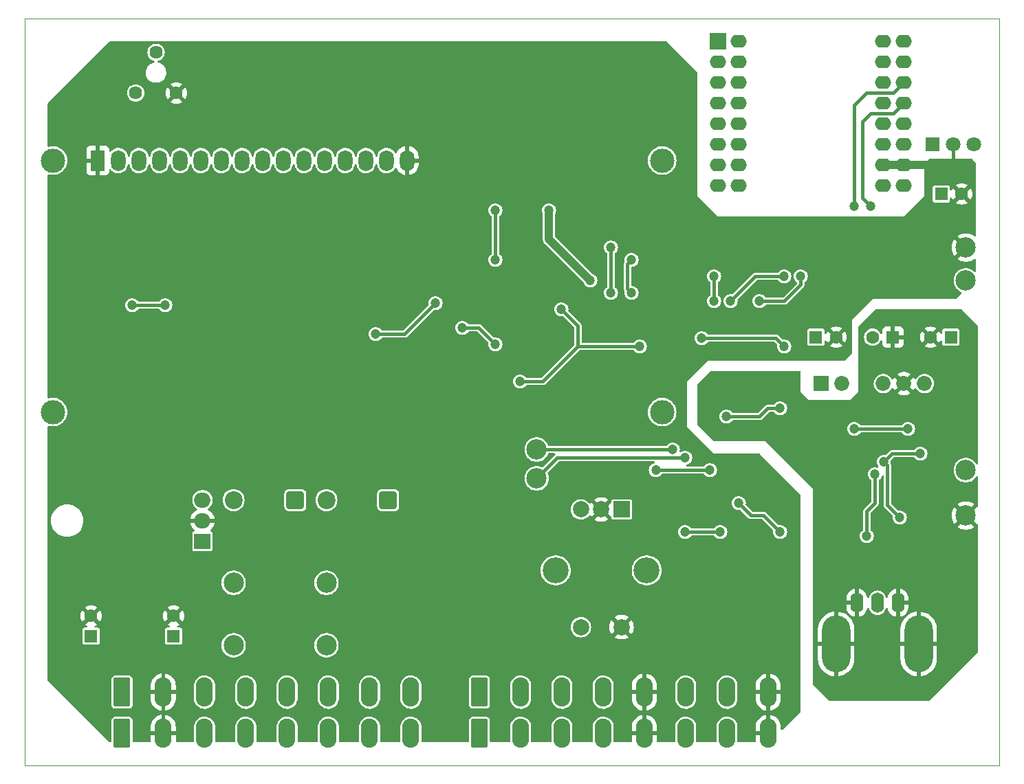
<source format=gbr>
%TF.GenerationSoftware,KiCad,Pcbnew,7.0.7*%
%TF.CreationDate,2023-11-21T19:35:23-10:00*%
%TF.ProjectId,Controller,436f6e74-726f-46c6-9c65-722e6b696361,New*%
%TF.SameCoordinates,Original*%
%TF.FileFunction,Copper,L1,Top*%
%TF.FilePolarity,Positive*%
%FSLAX46Y46*%
G04 Gerber Fmt 4.6, Leading zero omitted, Abs format (unit mm)*
G04 Created by KiCad (PCBNEW 7.0.7) date 2023-11-21 19:35:23*
%MOMM*%
%LPD*%
G01*
G04 APERTURE LIST*
G04 Aperture macros list*
%AMRoundRect*
0 Rectangle with rounded corners*
0 $1 Rounding radius*
0 $2 $3 $4 $5 $6 $7 $8 $9 X,Y pos of 4 corners*
0 Add a 4 corners polygon primitive as box body*
4,1,4,$2,$3,$4,$5,$6,$7,$8,$9,$2,$3,0*
0 Add four circle primitives for the rounded corners*
1,1,$1+$1,$2,$3*
1,1,$1+$1,$4,$5*
1,1,$1+$1,$6,$7*
1,1,$1+$1,$8,$9*
0 Add four rect primitives between the rounded corners*
20,1,$1+$1,$2,$3,$4,$5,0*
20,1,$1+$1,$4,$5,$6,$7,0*
20,1,$1+$1,$6,$7,$8,$9,0*
20,1,$1+$1,$8,$9,$2,$3,0*%
G04 Aperture macros list end*
%TA.AperFunction,ComponentPad*%
%ADD10R,1.600000X1.600000*%
%TD*%
%TA.AperFunction,ComponentPad*%
%ADD11C,1.600000*%
%TD*%
%TA.AperFunction,ComponentPad*%
%ADD12C,1.800000*%
%TD*%
%TA.AperFunction,ComponentPad*%
%ADD13R,1.800000X1.800000*%
%TD*%
%TA.AperFunction,ComponentPad*%
%ADD14C,2.500000*%
%TD*%
%TA.AperFunction,ComponentPad*%
%ADD15RoundRect,0.341000X-0.759000X0.759000X-0.759000X-0.759000X0.759000X-0.759000X0.759000X0.759000X0*%
%TD*%
%TA.AperFunction,ComponentPad*%
%ADD16C,2.200000*%
%TD*%
%TA.AperFunction,ComponentPad*%
%ADD17R,2.000000X1.905000*%
%TD*%
%TA.AperFunction,ComponentPad*%
%ADD18O,2.000000X1.905000*%
%TD*%
%TA.AperFunction,ComponentPad*%
%ADD19O,1.600000X2.500000*%
%TD*%
%TA.AperFunction,ComponentPad*%
%ADD20O,3.500000X7.000000*%
%TD*%
%TA.AperFunction,ComponentPad*%
%ADD21RoundRect,0.249997X-0.790003X-1.550003X0.790003X-1.550003X0.790003X1.550003X-0.790003X1.550003X0*%
%TD*%
%TA.AperFunction,ComponentPad*%
%ADD22O,2.080000X3.600000*%
%TD*%
%TA.AperFunction,ComponentPad*%
%ADD23C,3.000000*%
%TD*%
%TA.AperFunction,ComponentPad*%
%ADD24R,1.800000X2.600000*%
%TD*%
%TA.AperFunction,ComponentPad*%
%ADD25O,1.800000X2.600000*%
%TD*%
%TA.AperFunction,ComponentPad*%
%ADD26R,1.850000X1.850000*%
%TD*%
%TA.AperFunction,ComponentPad*%
%ADD27C,1.850000*%
%TD*%
%TA.AperFunction,ComponentPad*%
%ADD28R,2.000000X2.000000*%
%TD*%
%TA.AperFunction,ComponentPad*%
%ADD29O,2.000000X1.600000*%
%TD*%
%TA.AperFunction,ComponentPad*%
%ADD30C,2.000000*%
%TD*%
%TA.AperFunction,ComponentPad*%
%ADD31C,3.200000*%
%TD*%
%TA.AperFunction,ComponentPad*%
%ADD32C,1.620000*%
%TD*%
%TA.AperFunction,ViaPad*%
%ADD33C,1.200000*%
%TD*%
%TA.AperFunction,Conductor*%
%ADD34C,0.381000*%
%TD*%
%TA.AperFunction,Conductor*%
%ADD35C,1.016000*%
%TD*%
%TA.AperFunction,Profile*%
%ADD36C,0.050000*%
%TD*%
G04 APERTURE END LIST*
D10*
%TO.P,C3,1*%
%TO.N,+5V*%
X154472000Y-77216000D03*
D11*
%TO.P,C3,2*%
%TO.N,GND*%
X156972000Y-77216000D03*
%TD*%
D12*
%TO.P,D16,3,K*%
%TO.N,Net-(D16-K)*%
X158496000Y-71120000D03*
%TO.P,D16,2,A2*%
%TO.N,GND*%
X155956000Y-71120000D03*
D13*
%TO.P,D16,1,A1*%
%TO.N,Net-(D16-A1)*%
X153416000Y-71120000D03*
%TD*%
D14*
%TO.P,TP2,1,1*%
%TO.N,GNDA*%
X157480000Y-116840000D03*
%TD*%
%TO.P,TP4,1,1*%
%TO.N,T1amp*%
X104648000Y-108712000D03*
%TD*%
%TO.P,TP1,1,1*%
%TO.N,+5V*%
X157480000Y-87884000D03*
%TD*%
%TO.P,TP3,1,1*%
%TO.N,/WQ*%
X157480000Y-111252000D03*
%TD*%
%TO.P,TP5,1,1*%
%TO.N,T2amp*%
X104648000Y-112268000D03*
%TD*%
%TO.P,TP0,1,1*%
%TO.N,GND*%
X157480000Y-83820000D03*
%TD*%
D15*
%TO.P,K1,1*%
%TO.N,+12V*%
X74930000Y-114935000D03*
D14*
%TO.P,K1,2*%
%TO.N,Net-(J1-Pin_4)*%
X67330000Y-125135000D03*
%TO.P,K1,3*%
%TO.N,Net-(J1-Pin_3)*%
X67330000Y-132835000D03*
D16*
%TO.P,K1,5*%
%TO.N,Net-(D2-K)*%
X67330000Y-114935000D03*
%TD*%
D15*
%TO.P,K2,1*%
%TO.N,+12V*%
X86360000Y-114935000D03*
D14*
%TO.P,K2,2*%
%TO.N,Net-(J1-Pin_6)*%
X78760000Y-125135000D03*
%TO.P,K2,3*%
%TO.N,Net-(J1-Pin_5)*%
X78760000Y-132835000D03*
D16*
%TO.P,K2,5*%
%TO.N,Net-(D3-K)*%
X78760000Y-114935000D03*
%TD*%
D17*
%TO.P,U2,1,IN*%
%TO.N,+12V*%
X63500000Y-120015000D03*
D18*
%TO.P,U2,2,GND*%
%TO.N,GND*%
X63500000Y-117475000D03*
%TO.P,U2,3,OUT*%
%TO.N,+5V*%
X63500000Y-114935000D03*
%TD*%
D19*
%TO.P,J3,1,In*%
%TO.N,Net-(J3-In)*%
X146600000Y-127600000D03*
D20*
%TO.P,J3,2,Ext*%
%TO.N,GNDA*%
X151680000Y-132680000D03*
D19*
X149140000Y-127600000D03*
X144060000Y-127600000D03*
D20*
X141520000Y-132680000D03*
%TD*%
D21*
%TO.P,J1,1,Pin_1*%
%TO.N,VS*%
X53600000Y-138600000D03*
X53600000Y-143680000D03*
D22*
%TO.P,J1,2,Pin_2*%
%TO.N,GND*%
X58680000Y-138600000D03*
X58680000Y-143680000D03*
%TO.P,J1,3,Pin_3*%
%TO.N,Net-(J1-Pin_3)*%
X63760000Y-138600000D03*
X63760000Y-143680000D03*
%TO.P,J1,4,Pin_4*%
%TO.N,Net-(J1-Pin_4)*%
X68840000Y-138600000D03*
X68840000Y-143680000D03*
%TO.P,J1,5,Pin_5*%
%TO.N,Net-(J1-Pin_5)*%
X73920000Y-138600000D03*
X73920000Y-143680000D03*
%TO.P,J1,6,Pin_6*%
%TO.N,Net-(J1-Pin_6)*%
X79000000Y-138600000D03*
X79000000Y-143680000D03*
%TO.P,J1,7,Pin_7*%
%TO.N,Net-(D4-K)*%
X84080000Y-138600000D03*
X84080000Y-143680000D03*
%TO.P,J1,8,Pin_8*%
%TO.N,Net-(D5-K)*%
X89160000Y-138600000D03*
X89160000Y-143680000D03*
%TD*%
D21*
%TO.P,J2,1,Pin_1*%
%TO.N,Net-(J2-Pin_1)*%
X97600000Y-138600000D03*
X97600000Y-143680000D03*
D22*
%TO.P,J2,2,Pin_2*%
%TO.N,Net-(J2-Pin_2)*%
X102680000Y-138600000D03*
X102680000Y-143680000D03*
%TO.P,J2,3,Pin_3*%
%TO.N,T1in*%
X107760000Y-138600000D03*
X107760000Y-143680000D03*
%TO.P,J2,4,Pin_4*%
%TO.N,T1bias*%
X112840000Y-138600000D03*
X112840000Y-143680000D03*
%TO.P,J2,5,Pin_5*%
%TO.N,GND*%
X117920000Y-138600000D03*
X117920000Y-143680000D03*
%TO.P,J2,6,Pin_6*%
%TO.N,T2in*%
X123000000Y-138600000D03*
X123000000Y-143680000D03*
%TO.P,J2,7,Pin_7*%
%TO.N,T2bias*%
X128080000Y-138600000D03*
X128080000Y-143680000D03*
%TO.P,J2,8,Pin_8*%
%TO.N,GND*%
X133160000Y-138600000D03*
X133160000Y-143680000D03*
%TD*%
D23*
%TO.P,DS1,*%
%TO.N,*%
X45100900Y-73100000D03*
X45100900Y-104100700D03*
X120099480Y-104100700D03*
X120100000Y-73100000D03*
D24*
%TO.P,DS1,1,VSS*%
%TO.N,GND*%
X50600000Y-73100000D03*
D25*
%TO.P,DS1,2,VDD*%
%TO.N,+5V*%
X53140000Y-73100000D03*
%TO.P,DS1,3,VO*%
%TO.N,Net-(DS1-VO)*%
X55680000Y-73100000D03*
%TO.P,DS1,4,RS*%
%TO.N,DispRS*%
X58220000Y-73100000D03*
%TO.P,DS1,5,R/W*%
%TO.N,DispRW*%
X60760000Y-73100000D03*
%TO.P,DS1,6,E*%
%TO.N,DispE*%
X63300000Y-73100000D03*
%TO.P,DS1,7,D0*%
%TO.N,DispD0*%
X65840000Y-73100000D03*
%TO.P,DS1,8,D1*%
%TO.N,DispD1*%
X68380000Y-73100000D03*
%TO.P,DS1,9,D2*%
%TO.N,DispD2*%
X70920000Y-73100000D03*
%TO.P,DS1,10,D3*%
%TO.N,DispD3*%
X73460000Y-73100000D03*
%TO.P,DS1,11,D4*%
%TO.N,DispD4*%
X76000000Y-73100000D03*
%TO.P,DS1,12,D5*%
%TO.N,DispD5*%
X78540000Y-73100000D03*
%TO.P,DS1,13,D6*%
%TO.N,DispD6*%
X81080000Y-73100000D03*
%TO.P,DS1,14,D7*%
%TO.N,DispD7*%
X83620000Y-73100000D03*
%TO.P,DS1,15,LED(+)*%
%TO.N,+5V*%
X86160000Y-73100000D03*
%TO.P,DS1,16,LED(-)*%
%TO.N,GND*%
X88700000Y-73100000D03*
%TD*%
D10*
%TO.P,C8,1*%
%TO.N,+5VA*%
X155637113Y-94867000D03*
D11*
%TO.P,C8,2*%
%TO.N,GNDA*%
X153137113Y-94867000D03*
%TD*%
D10*
%TO.P,C2,1*%
%TO.N,+12V*%
X49784000Y-131708651D03*
D11*
%TO.P,C2,2*%
%TO.N,GND*%
X49784000Y-129208651D03*
%TD*%
D26*
%TO.P,PS1,1,+Vin*%
%TO.N,+5V*%
X139700000Y-100584000D03*
D27*
%TO.P,PS1,2,-Vin*%
%TO.N,GND*%
X142240000Y-100584000D03*
%TO.P,PS1,4,-Vout*%
%TO.N,-5VA*%
X147320000Y-100584000D03*
%TO.P,PS1,5,0V*%
%TO.N,GNDA*%
X149860000Y-100584000D03*
%TO.P,PS1,6,+Vout*%
%TO.N,+5VA*%
X152400000Y-100584000D03*
%TD*%
D10*
%TO.P,C7,1*%
%TO.N,+5V*%
X139025621Y-94867000D03*
D11*
%TO.P,C7,2*%
%TO.N,GND*%
X141525621Y-94867000D03*
%TD*%
D10*
%TO.P,C9,1*%
%TO.N,GNDA*%
X148502380Y-94867000D03*
D11*
%TO.P,C9,2*%
%TO.N,-5VA*%
X146002380Y-94867000D03*
%TD*%
D10*
%TO.P,C1,1*%
%TO.N,+12V*%
X59944000Y-131708651D03*
D11*
%TO.P,C1,2*%
%TO.N,GND*%
X59944000Y-129208651D03*
%TD*%
D28*
%TO.P,U1,1,~{EN}*%
%TO.N,unconnected-(U1-~{EN}-Pad1)*%
X127000000Y-58420000D03*
D29*
%TO.P,U1,2,D2*%
%TO.N,DispRS*%
X127000000Y-60960000D03*
%TO.P,U1,3,D4*%
%TO.N,DispE*%
X127000000Y-63500000D03*
%TO.P,U1,4,D12*%
%TO.N,DispD1*%
X127000000Y-66040000D03*
%TO.P,U1,5,D13*%
%TO.N,DispD3*%
X127000000Y-68580000D03*
%TO.P,U1,6,D11*%
%TO.N,DispD5*%
X127000000Y-71120000D03*
%TO.P,U1,7,D10*%
%TO.N,DispD7*%
X127000000Y-73660000D03*
%TO.P,U1,8,3V3*%
%TO.N,unconnected-(U1-3V3-Pad8)*%
X127000000Y-76200000D03*
%TO.P,U1,9,Vbus*%
%TO.N,+5V*%
X149860000Y-76200000D03*
%TO.P,U1,10,GND*%
%TO.N,GND*%
X149860000Y-73660000D03*
%TO.P,U1,11,D16*%
%TO.N,SPCK*%
X149860000Y-71120000D03*
%TO.P,U1,12,D18*%
%TO.N,MISO*%
X149860000Y-68580000D03*
%TO.P,U1,13,D35*%
%TO.N,SDA*%
X149860000Y-66040000D03*
%TO.P,U1,14,D36*%
%TO.N,SCK*%
X149860000Y-63500000D03*
%TO.P,U1,15,D44*%
%TO.N,MOSI*%
X149860000Y-60960000D03*
%TO.P,U1,16,D43*%
%TO.N,unconnected-(U1-D43-Pad16)*%
X149860000Y-58420000D03*
%TO.P,U1,17,D1*%
%TO.N,unconnected-(U1-D1-Pad17)*%
X129540000Y-58420000D03*
%TO.P,U1,18,D3*%
%TO.N,DispRW*%
X129540000Y-60960000D03*
%TO.P,U1,19,D5*%
%TO.N,DispD0*%
X129540000Y-63500000D03*
%TO.P,U1,20,D6*%
%TO.N,DispD2*%
X129540000Y-66040000D03*
%TO.P,U1,21,D7*%
%TO.N,DispD4*%
X129540000Y-68580000D03*
%TO.P,U1,22,D8*%
%TO.N,DispD6*%
X129540000Y-71120000D03*
%TO.P,U1,23,D9*%
%TO.N,Rly2*%
X129540000Y-73660000D03*
%TO.P,U1,24,D14*%
%TO.N,Rly1*%
X129540000Y-76200000D03*
%TO.P,U1,25,D15*%
%TO.N,EncPB*%
X147320000Y-76200000D03*
%TO.P,U1,26,GND*%
%TO.N,GND*%
X147320000Y-73660000D03*
%TO.P,U1,27,D17*%
%TO.N,EncA*%
X147320000Y-71120000D03*
%TO.P,U1,28,D21*%
%TO.N,EncB*%
X147320000Y-68580000D03*
%TO.P,U1,29,D34*%
%TO.N,Net-(U1-D34)*%
X147320000Y-66040000D03*
%TO.P,U1,30,D38*%
%TO.N,Net-(U1-D38)*%
X147320000Y-63500000D03*
%TO.P,U1,31,D37*%
%TO.N,Out2d*%
X147320000Y-60960000D03*
%TO.P,U1,32,D33*%
%TO.N,Out1d*%
X147320000Y-58420000D03*
%TD*%
D30*
%TO.P,S1,S2,S2*%
%TO.N,GND*%
X115100000Y-130600000D03*
%TO.P,S1,S1,S1*%
%TO.N,Net-(R47-Pad1)*%
X110100000Y-130600000D03*
D31*
%TO.P,S1,MP*%
%TO.N,N/C*%
X107000000Y-123600000D03*
X118200000Y-123600000D03*
D30*
%TO.P,S1,C,C*%
%TO.N,GND*%
X112600000Y-116100000D03*
%TO.P,S1,B,B*%
%TO.N,Net-(R45-Pad1)*%
X110100000Y-116100000D03*
D28*
%TO.P,S1,A,A*%
%TO.N,Net-(R46-Pad1)*%
X115100000Y-116100000D03*
%TD*%
D32*
%TO.P,R51,1,1*%
%TO.N,GND*%
X60285000Y-64770000D03*
%TO.P,R51,2,2*%
%TO.N,Net-(DS1-VO)*%
X57785000Y-59770000D03*
%TO.P,R51,3,3*%
%TO.N,+5V*%
X55285000Y-64770000D03*
%TD*%
D33*
%TO.N,SDA*%
X145796000Y-78740000D03*
%TO.N,SCK*%
X143764000Y-78740000D03*
%TO.N,+3.3V*%
X107696000Y-91440000D03*
%TO.N,GND*%
X107696000Y-93980000D03*
%TO.N,Net-(U10-CH5)*%
X99568000Y-95758000D03*
X95504000Y-93726000D03*
%TO.N,GND*%
X106680000Y-100838000D03*
X104648000Y-96774000D03*
X98044000Y-103378000D03*
%TO.N,SupV*%
X99568000Y-85344000D03*
%TO.N,GNDA*%
X138684000Y-106172000D03*
X136144000Y-100584000D03*
X128559000Y-102143000D03*
X156972000Y-107059000D03*
X139192000Y-109728000D03*
%TO.N,GND*%
X120838000Y-92456000D03*
X91948000Y-87376000D03*
X128524000Y-97028000D03*
X133604000Y-125984000D03*
X87376000Y-111252000D03*
X132588000Y-111379000D03*
X73660000Y-111252000D03*
X102616000Y-88900000D03*
X74944000Y-99300000D03*
X104648000Y-117856000D03*
X117348000Y-92456000D03*
X92482000Y-129006000D03*
X137922000Y-90932000D03*
X66816000Y-99328000D03*
X132080000Y-118872000D03*
X83072000Y-99300000D03*
X100076000Y-124968000D03*
X91200000Y-99300000D03*
X124714000Y-125476000D03*
X96520000Y-110744000D03*
%TO.N,+5VA*%
X147392500Y-110236000D03*
X151892000Y-109220000D03*
X149352000Y-117094000D03*
%TO.N,+5V*%
X111252000Y-87884000D03*
X106172000Y-79248000D03*
%TO.N,+3.3V*%
X134620000Y-118872000D03*
X125984000Y-111252000D03*
X117348000Y-96012000D03*
X129540000Y-115316000D03*
X135128000Y-96012000D03*
X119307500Y-111252000D03*
X102616000Y-100330000D03*
X124968000Y-94996000D03*
%TO.N,/3.3VA*%
X146304000Y-111760000D03*
X143764000Y-106172000D03*
X145288000Y-119380000D03*
X128016000Y-104648000D03*
X150368000Y-106172000D03*
X134620000Y-103632000D03*
%TO.N,T1amp*%
X121412000Y-108712000D03*
%TO.N,T2amp*%
X122936000Y-109728000D03*
%TO.N,EncB*%
X113792000Y-83820000D03*
X113792000Y-89408000D03*
%TO.N,EncA*%
X116332000Y-85344000D03*
X116332000Y-89408000D03*
%TO.N,EncPB*%
X126492000Y-90424000D03*
X126492000Y-87376000D03*
%TO.N,Out2d*%
X84836000Y-94488000D03*
X92202000Y-90678000D03*
%TO.N,SupV*%
X54864000Y-90932000D03*
X58928000Y-90932000D03*
X99568000Y-79248000D03*
%TO.N,SDA*%
X137160000Y-87376000D03*
X132080000Y-90424000D03*
%TO.N,Net-(U8B-+)*%
X127254000Y-118872000D03*
X122936000Y-118872000D03*
%TO.N,SCK*%
X135128000Y-87376000D03*
X128524000Y-90424000D03*
%TD*%
D34*
%TO.N,Net-(U8B-+)*%
X122936000Y-118872000D02*
X127254000Y-118872000D01*
%TO.N,GND*%
X155956000Y-71120000D02*
X155956000Y-74930000D01*
D35*
X147320000Y-73660000D02*
X156464000Y-73660000D01*
D34*
%TO.N,SDA*%
X148590000Y-67310000D02*
X149860000Y-66040000D01*
X144780000Y-68326000D02*
X145796000Y-67310000D01*
X144780000Y-77724000D02*
X144780000Y-68326000D01*
X145796000Y-78740000D02*
X144780000Y-77724000D01*
X145796000Y-67310000D02*
X148590000Y-67310000D01*
%TO.N,SCK*%
X148590000Y-64770000D02*
X149860000Y-63500000D01*
X143764000Y-66294000D02*
X145288000Y-64770000D01*
X143764000Y-78740000D02*
X143764000Y-66294000D01*
X145288000Y-64770000D02*
X148590000Y-64770000D01*
%TO.N,EncA*%
X115824000Y-88900000D02*
X115824000Y-85852000D01*
X115824000Y-85852000D02*
X116332000Y-85344000D01*
X116332000Y-89408000D02*
X115824000Y-88900000D01*
%TO.N,SDA*%
X137160000Y-88392000D02*
X137160000Y-87376000D01*
X132080000Y-90424000D02*
X135128000Y-90424000D01*
X135128000Y-90424000D02*
X137160000Y-88392000D01*
%TO.N,SCK*%
X131572000Y-87376000D02*
X135128000Y-87376000D01*
X128524000Y-90424000D02*
X131572000Y-87376000D01*
%TO.N,EncPB*%
X126492000Y-90424000D02*
X126492000Y-87376000D01*
%TO.N,EncB*%
X113792000Y-83820000D02*
X113792000Y-89408000D01*
D35*
%TO.N,+5V*%
X111252000Y-87884000D02*
X106172000Y-82804000D01*
X106172000Y-82804000D02*
X106172000Y-79248000D01*
D34*
%TO.N,SupV*%
X99568000Y-79248000D02*
X99568000Y-85344000D01*
%TO.N,+3.3V*%
X105410000Y-100330000D02*
X102616000Y-100330000D01*
X109728000Y-96012000D02*
X105410000Y-100330000D01*
X109728000Y-93472000D02*
X109728000Y-96012000D01*
X107696000Y-91440000D02*
X109728000Y-93472000D01*
X117348000Y-96012000D02*
X109728000Y-96012000D01*
%TO.N,Net-(U10-CH5)*%
X97536000Y-93726000D02*
X99568000Y-95758000D01*
X95504000Y-93726000D02*
X97536000Y-93726000D01*
%TO.N,T2amp*%
X107188000Y-109728000D02*
X104648000Y-112268000D01*
X122936000Y-109728000D02*
X107188000Y-109728000D01*
%TO.N,T1amp*%
X121412000Y-108712000D02*
X104648000Y-108712000D01*
%TO.N,+5VA*%
X147828000Y-115570000D02*
X147828000Y-110671500D01*
X151892000Y-109220000D02*
X148408500Y-109220000D01*
X147828000Y-110671500D02*
X147392500Y-110236000D01*
X149352000Y-117094000D02*
X147828000Y-115570000D01*
X148408500Y-109220000D02*
X147392500Y-110236000D01*
%TO.N,+3.3V*%
X119307500Y-111252000D02*
X125984000Y-111252000D01*
X131064000Y-116840000D02*
X132588000Y-116840000D01*
X124968000Y-94996000D02*
X134112000Y-94996000D01*
X134112000Y-94996000D02*
X135128000Y-96012000D01*
X132588000Y-116840000D02*
X134620000Y-118872000D01*
X129540000Y-115316000D02*
X131064000Y-116840000D01*
%TO.N,/3.3VA*%
X133096000Y-103632000D02*
X134620000Y-103632000D01*
X128016000Y-104648000D02*
X132080000Y-104648000D01*
X146304000Y-115316000D02*
X145288000Y-116332000D01*
X132080000Y-104648000D02*
X133096000Y-103632000D01*
X146304000Y-111760000D02*
X146304000Y-115316000D01*
X150368000Y-106172000D02*
X143764000Y-106172000D01*
X145288000Y-116332000D02*
X145288000Y-119380000D01*
%TO.N,Out2d*%
X88392000Y-94488000D02*
X84836000Y-94488000D01*
X92202000Y-90678000D02*
X88392000Y-94488000D01*
%TO.N,SupV*%
X54864000Y-90932000D02*
X58928000Y-90932000D01*
%TD*%
%TA.AperFunction,Conductor*%
%TO.N,GNDA*%
G36*
X156987931Y-91460002D02*
G01*
X157008905Y-91476905D01*
X158967095Y-93435095D01*
X159001121Y-93497407D01*
X159004000Y-93524190D01*
X159004000Y-110410711D01*
X158983998Y-110478832D01*
X158930342Y-110525325D01*
X158860068Y-110535429D01*
X158795488Y-110505935D01*
X158772517Y-110479626D01*
X158671331Y-110324749D01*
X158502468Y-110141315D01*
X158305706Y-109988168D01*
X158240745Y-109953013D01*
X158086422Y-109869497D01*
X158086418Y-109869495D01*
X158086417Y-109869495D01*
X157850603Y-109788540D01*
X157850596Y-109788538D01*
X157745343Y-109770974D01*
X157604666Y-109747500D01*
X157355334Y-109747500D01*
X157232257Y-109768037D01*
X157109403Y-109788538D01*
X157109396Y-109788540D01*
X156873582Y-109869495D01*
X156873578Y-109869496D01*
X156873578Y-109869497D01*
X156842106Y-109886529D01*
X156654293Y-109988168D01*
X156457531Y-110141315D01*
X156288668Y-110324749D01*
X156152296Y-110533483D01*
X156052142Y-110761811D01*
X156052139Y-110761818D01*
X155990935Y-111003511D01*
X155990934Y-111003517D01*
X155990934Y-111003519D01*
X155970344Y-111252000D01*
X155990505Y-111495309D01*
X155990935Y-111500488D01*
X156052139Y-111742181D01*
X156052142Y-111742188D01*
X156152296Y-111970516D01*
X156288668Y-112179250D01*
X156457531Y-112362684D01*
X156457536Y-112362688D01*
X156457538Y-112362690D01*
X156503566Y-112398515D01*
X156619805Y-112488988D01*
X156654296Y-112515833D01*
X156873578Y-112634503D01*
X157109401Y-112715461D01*
X157355334Y-112756500D01*
X157355338Y-112756500D01*
X157604662Y-112756500D01*
X157604666Y-112756500D01*
X157850599Y-112715461D01*
X158086422Y-112634503D01*
X158305704Y-112515833D01*
X158502462Y-112362690D01*
X158592369Y-112265026D01*
X158671331Y-112179250D01*
X158772517Y-112024373D01*
X158826520Y-111978284D01*
X158896868Y-111968709D01*
X158961226Y-111998686D01*
X158999159Y-112058699D01*
X159004000Y-112093288D01*
X159004000Y-115664997D01*
X158983998Y-115733118D01*
X158930342Y-115779611D01*
X158885494Y-115788057D01*
X158163022Y-116510530D01*
X158100710Y-116544556D01*
X158029895Y-116539491D01*
X157973965Y-116498139D01*
X157907927Y-116412077D01*
X157907925Y-116412076D01*
X157907925Y-116412075D01*
X157821858Y-116346033D01*
X157779992Y-116288697D01*
X157775770Y-116217826D01*
X157809468Y-116156976D01*
X158529166Y-115437278D01*
X158529166Y-115437277D01*
X158357463Y-115320211D01*
X158357456Y-115320207D01*
X158121144Y-115206404D01*
X158121131Y-115206399D01*
X157870514Y-115129094D01*
X157870502Y-115129092D01*
X157611140Y-115090000D01*
X157348860Y-115090000D01*
X157089497Y-115129092D01*
X157089485Y-115129094D01*
X156838856Y-115206404D01*
X156602545Y-115320207D01*
X156602537Y-115320212D01*
X156430832Y-115437277D01*
X156430832Y-115437278D01*
X157150531Y-116156976D01*
X157184556Y-116219289D01*
X157179492Y-116290104D01*
X157138140Y-116346034D01*
X157052074Y-116412074D01*
X156986034Y-116498140D01*
X156928696Y-116540007D01*
X156857825Y-116544229D01*
X156796976Y-116510531D01*
X156077874Y-115791428D01*
X156077873Y-115791428D01*
X156030029Y-115851422D01*
X156030026Y-115851427D01*
X155898881Y-116078576D01*
X155803060Y-116322727D01*
X155803059Y-116322730D01*
X155744694Y-116578441D01*
X155725093Y-116839999D01*
X155744694Y-117101558D01*
X155803059Y-117357269D01*
X155803060Y-117357272D01*
X155898881Y-117601423D01*
X156030025Y-117828570D01*
X156077874Y-117888570D01*
X156796976Y-117169468D01*
X156859289Y-117135443D01*
X156930104Y-117140507D01*
X156986033Y-117181858D01*
X157046366Y-117260485D01*
X157052077Y-117267927D01*
X157138139Y-117333965D01*
X157180006Y-117391303D01*
X157184228Y-117462174D01*
X157150530Y-117523022D01*
X156430832Y-118242719D01*
X156430832Y-118242721D01*
X156602537Y-118359788D01*
X156602545Y-118359792D01*
X156838856Y-118473595D01*
X157089485Y-118550905D01*
X157089497Y-118550907D01*
X157348860Y-118590000D01*
X157611140Y-118590000D01*
X157870502Y-118550907D01*
X157870514Y-118550905D01*
X158121131Y-118473600D01*
X158121144Y-118473595D01*
X158357456Y-118359792D01*
X158529166Y-118242720D01*
X157809468Y-117523023D01*
X157775443Y-117460710D01*
X157780507Y-117389895D01*
X157821858Y-117333965D01*
X157907925Y-117267925D01*
X157973966Y-117181857D01*
X158031301Y-117139992D01*
X158102172Y-117135770D01*
X158163023Y-117169468D01*
X158886355Y-117892801D01*
X158940070Y-117905350D01*
X158989498Y-117956314D01*
X159004000Y-118015001D01*
X159004000Y-133551810D01*
X158983998Y-133619931D01*
X158967095Y-133640905D01*
X152944905Y-139663095D01*
X152882593Y-139697121D01*
X152855810Y-139700000D01*
X140768190Y-139700000D01*
X140700069Y-139679998D01*
X140679095Y-139663095D01*
X138720905Y-137704905D01*
X138686879Y-137642593D01*
X138684000Y-137615810D01*
X138684000Y-134505224D01*
X139270000Y-134505224D01*
X139285085Y-134730566D01*
X139285086Y-134730575D01*
X139345086Y-135025765D01*
X139345088Y-135025773D01*
X139443899Y-135310337D01*
X139443903Y-135310346D01*
X139579763Y-135579205D01*
X139750250Y-135827559D01*
X139952316Y-136050973D01*
X139952318Y-136050974D01*
X140182357Y-136245461D01*
X140182365Y-136245467D01*
X140436267Y-136407552D01*
X140709517Y-136534354D01*
X140709522Y-136534355D01*
X140997236Y-136623605D01*
X141270000Y-136669614D01*
X141270000Y-133809152D01*
X141290002Y-133741031D01*
X141343658Y-133694538D01*
X141411397Y-133684798D01*
X141411443Y-133684353D01*
X141413230Y-133684534D01*
X141413932Y-133684434D01*
X141416288Y-133684845D01*
X141417797Y-133684999D01*
X141417801Y-133685000D01*
X141417805Y-133685000D01*
X141570966Y-133685000D01*
X141570967Y-133685000D01*
X141570968Y-133684999D01*
X141570985Y-133684999D01*
X141631252Y-133678870D01*
X141701047Y-133691877D01*
X141752730Y-133740553D01*
X141770000Y-133804223D01*
X141770000Y-136666207D01*
X141895070Y-136653625D01*
X142188114Y-136583790D01*
X142188115Y-136583789D01*
X142469218Y-136475525D01*
X142733394Y-136330752D01*
X142975914Y-136152062D01*
X143192449Y-135942646D01*
X143379144Y-135706230D01*
X143532664Y-135447038D01*
X143650261Y-135169709D01*
X143650264Y-135169700D01*
X143729847Y-134879175D01*
X143770000Y-134580616D01*
X143770000Y-134505224D01*
X149430000Y-134505224D01*
X149445085Y-134730566D01*
X149445086Y-134730575D01*
X149505086Y-135025765D01*
X149505088Y-135025773D01*
X149603899Y-135310337D01*
X149603903Y-135310346D01*
X149739763Y-135579205D01*
X149910250Y-135827559D01*
X150112316Y-136050973D01*
X150112318Y-136050974D01*
X150342357Y-136245461D01*
X150342365Y-136245467D01*
X150596267Y-136407552D01*
X150869517Y-136534354D01*
X150869522Y-136534355D01*
X151157236Y-136623605D01*
X151430000Y-136669614D01*
X151430000Y-133809152D01*
X151450002Y-133741031D01*
X151503658Y-133694538D01*
X151571397Y-133684798D01*
X151571443Y-133684353D01*
X151573230Y-133684534D01*
X151573932Y-133684434D01*
X151576288Y-133684845D01*
X151577797Y-133684999D01*
X151577801Y-133685000D01*
X151577805Y-133685000D01*
X151730966Y-133685000D01*
X151730967Y-133685000D01*
X151730968Y-133684999D01*
X151730985Y-133684999D01*
X151791252Y-133678870D01*
X151861047Y-133691877D01*
X151912730Y-133740553D01*
X151930000Y-133804223D01*
X151930000Y-136666207D01*
X152055070Y-136653625D01*
X152348114Y-136583790D01*
X152348115Y-136583789D01*
X152629218Y-136475525D01*
X152893394Y-136330752D01*
X153135914Y-136152062D01*
X153352449Y-135942646D01*
X153539144Y-135706230D01*
X153692664Y-135447038D01*
X153810261Y-135169709D01*
X153810264Y-135169700D01*
X153889847Y-134879175D01*
X153930000Y-134580616D01*
X153930000Y-132930000D01*
X152806165Y-132930000D01*
X152738044Y-132909998D01*
X152691551Y-132856342D01*
X152680327Y-132797618D01*
X152688886Y-132628835D01*
X152680651Y-132575081D01*
X152690107Y-132504716D01*
X152736103Y-132450634D01*
X152804037Y-132430005D01*
X152805198Y-132430000D01*
X153930000Y-132430000D01*
X153930000Y-130854776D01*
X153914914Y-130629433D01*
X153914913Y-130629424D01*
X153854913Y-130334234D01*
X153854911Y-130334226D01*
X153756100Y-130049662D01*
X153756096Y-130049653D01*
X153620236Y-129780794D01*
X153449749Y-129532440D01*
X153247683Y-129309026D01*
X153247681Y-129309025D01*
X153017642Y-129114538D01*
X153017634Y-129114532D01*
X152763732Y-128952447D01*
X152490482Y-128825645D01*
X152490477Y-128825644D01*
X152202763Y-128736394D01*
X151930000Y-128690384D01*
X151930000Y-131550847D01*
X151909998Y-131618968D01*
X151856342Y-131665461D01*
X151788600Y-131675200D01*
X151788555Y-131675646D01*
X151786768Y-131675464D01*
X151786068Y-131675565D01*
X151783706Y-131675152D01*
X151782203Y-131675000D01*
X151782199Y-131675000D01*
X151629033Y-131675000D01*
X151629029Y-131675000D01*
X151568746Y-131681130D01*
X151498952Y-131668121D01*
X151447269Y-131619444D01*
X151430000Y-131555776D01*
X151430000Y-128693792D01*
X151429999Y-128693792D01*
X151304923Y-128706376D01*
X151304919Y-128706376D01*
X151011885Y-128776209D01*
X151011884Y-128776210D01*
X150730781Y-128884474D01*
X150466605Y-129029247D01*
X150224085Y-129207937D01*
X150007550Y-129417353D01*
X149820855Y-129653769D01*
X149667335Y-129912961D01*
X149549738Y-130190290D01*
X149549735Y-130190299D01*
X149470152Y-130480824D01*
X149430000Y-130779383D01*
X149430000Y-132430000D01*
X150553835Y-132430000D01*
X150621956Y-132450002D01*
X150668449Y-132503658D01*
X150679673Y-132562382D01*
X150671113Y-132731163D01*
X150679349Y-132784919D01*
X150669893Y-132855284D01*
X150623897Y-132909366D01*
X150555963Y-132929995D01*
X150554802Y-132930000D01*
X149430000Y-132930000D01*
X149430000Y-134505224D01*
X143770000Y-134505224D01*
X143770000Y-132930000D01*
X142646165Y-132930000D01*
X142578044Y-132909998D01*
X142531551Y-132856342D01*
X142520327Y-132797618D01*
X142528886Y-132628835D01*
X142520651Y-132575081D01*
X142530107Y-132504716D01*
X142576103Y-132450634D01*
X142644037Y-132430005D01*
X142645198Y-132430000D01*
X143770000Y-132430000D01*
X143770000Y-130854776D01*
X143754914Y-130629433D01*
X143754913Y-130629424D01*
X143694913Y-130334234D01*
X143694911Y-130334226D01*
X143596100Y-130049662D01*
X143596096Y-130049653D01*
X143460236Y-129780794D01*
X143289749Y-129532440D01*
X143087683Y-129309026D01*
X143087681Y-129309025D01*
X142857642Y-129114538D01*
X142857634Y-129114532D01*
X142603732Y-128952447D01*
X142330482Y-128825645D01*
X142330477Y-128825644D01*
X142042763Y-128736394D01*
X141770000Y-128690384D01*
X141770000Y-131550847D01*
X141749998Y-131618968D01*
X141696342Y-131665461D01*
X141628600Y-131675200D01*
X141628555Y-131675646D01*
X141626768Y-131675464D01*
X141626068Y-131675565D01*
X141623706Y-131675152D01*
X141622203Y-131675000D01*
X141622199Y-131675000D01*
X141469033Y-131675000D01*
X141469029Y-131675000D01*
X141408746Y-131681130D01*
X141338952Y-131668121D01*
X141287269Y-131619444D01*
X141270000Y-131555776D01*
X141270000Y-128693792D01*
X141269999Y-128693792D01*
X141144923Y-128706376D01*
X141144919Y-128706376D01*
X140851885Y-128776209D01*
X140851884Y-128776210D01*
X140570781Y-128884474D01*
X140306605Y-129029247D01*
X140064085Y-129207937D01*
X139847550Y-129417353D01*
X139660855Y-129653769D01*
X139507335Y-129912961D01*
X139389738Y-130190290D01*
X139389735Y-130190299D01*
X139310152Y-130480824D01*
X139270000Y-130779383D01*
X139270000Y-132430000D01*
X140393835Y-132430000D01*
X140461956Y-132450002D01*
X140508449Y-132503658D01*
X140519673Y-132562382D01*
X140511113Y-132731163D01*
X140519349Y-132784919D01*
X140509893Y-132855284D01*
X140463897Y-132909366D01*
X140395963Y-132929995D01*
X140394802Y-132930000D01*
X139270000Y-132930000D01*
X139270000Y-134505224D01*
X138684000Y-134505224D01*
X138684000Y-128106762D01*
X142760000Y-128106762D01*
X142774859Y-128276602D01*
X142833732Y-128496323D01*
X142833734Y-128496328D01*
X142929866Y-128702483D01*
X143060335Y-128888812D01*
X143060340Y-128888818D01*
X143221181Y-129049659D01*
X143221187Y-129049664D01*
X143407516Y-129180133D01*
X143613671Y-129276265D01*
X143613677Y-129276267D01*
X143810000Y-129328871D01*
X143810000Y-128159298D01*
X143830002Y-128091177D01*
X143883658Y-128044684D01*
X143953932Y-128034580D01*
X143973135Y-128038894D01*
X143992927Y-128045000D01*
X143992928Y-128045000D01*
X144093342Y-128045000D01*
X144093346Y-128045000D01*
X144165223Y-128034166D01*
X144235562Y-128043792D01*
X144289532Y-128089919D01*
X144309997Y-128157902D01*
X144310000Y-128158759D01*
X144310000Y-129328871D01*
X144506322Y-129276267D01*
X144506328Y-129276265D01*
X144712483Y-129180133D01*
X144898812Y-129049664D01*
X144898818Y-129049659D01*
X145059659Y-128888818D01*
X145059664Y-128888812D01*
X145190133Y-128702483D01*
X145286265Y-128496328D01*
X145286268Y-128496320D01*
X145334899Y-128314823D01*
X145371850Y-128254200D01*
X145435711Y-128223178D01*
X145506205Y-128231606D01*
X145560952Y-128276808D01*
X145577181Y-128310857D01*
X145621055Y-128455493D01*
X145718974Y-128638686D01*
X145850747Y-128799252D01*
X146011313Y-128931024D01*
X146011313Y-128931025D01*
X146011317Y-128931027D01*
X146194508Y-129028945D01*
X146393282Y-129089242D01*
X146393286Y-129089242D01*
X146393288Y-129089243D01*
X146599997Y-129109602D01*
X146600000Y-129109602D01*
X146600003Y-129109602D01*
X146806711Y-129089243D01*
X146806712Y-129089242D01*
X146806718Y-129089242D01*
X147005492Y-129028945D01*
X147188683Y-128931027D01*
X147188684Y-128931025D01*
X147188686Y-128931025D01*
X147188686Y-128931024D01*
X147349252Y-128799252D01*
X147481027Y-128638683D01*
X147578945Y-128455492D01*
X147622819Y-128310855D01*
X147661733Y-128251477D01*
X147726574Y-128222561D01*
X147796755Y-128233291D01*
X147849994Y-128280260D01*
X147865100Y-128314822D01*
X147913732Y-128496323D01*
X147913734Y-128496328D01*
X148009866Y-128702483D01*
X148140335Y-128888812D01*
X148140340Y-128888818D01*
X148301181Y-129049659D01*
X148301187Y-129049664D01*
X148487516Y-129180133D01*
X148693671Y-129276265D01*
X148693677Y-129276267D01*
X148890000Y-129328871D01*
X148890000Y-128159298D01*
X148910002Y-128091177D01*
X148963658Y-128044684D01*
X149033932Y-128034580D01*
X149053135Y-128038894D01*
X149072927Y-128045000D01*
X149072928Y-128045000D01*
X149173342Y-128045000D01*
X149173346Y-128045000D01*
X149245223Y-128034166D01*
X149315562Y-128043792D01*
X149369532Y-128089919D01*
X149389997Y-128157902D01*
X149390000Y-128158759D01*
X149390000Y-129328871D01*
X149586322Y-129276267D01*
X149586328Y-129276265D01*
X149792483Y-129180133D01*
X149978812Y-129049664D01*
X149978818Y-129049659D01*
X150139659Y-128888818D01*
X150139664Y-128888812D01*
X150270133Y-128702483D01*
X150366265Y-128496328D01*
X150366267Y-128496323D01*
X150425140Y-128276602D01*
X150440000Y-128106762D01*
X150440000Y-127850000D01*
X149697382Y-127850000D01*
X149629261Y-127829998D01*
X149582768Y-127776342D01*
X149572664Y-127706068D01*
X149574541Y-127695962D01*
X149577161Y-127684480D01*
X149588768Y-127633630D01*
X149578743Y-127499860D01*
X149578742Y-127499858D01*
X149578037Y-127490444D01*
X149580542Y-127490256D01*
X149584035Y-127433183D01*
X149625996Y-127375913D01*
X149692258Y-127350420D01*
X149702537Y-127350000D01*
X150440000Y-127350000D01*
X150440000Y-127093238D01*
X150425140Y-126923397D01*
X150366267Y-126703676D01*
X150366265Y-126703671D01*
X150270133Y-126497516D01*
X150139664Y-126311187D01*
X150139659Y-126311181D01*
X149978818Y-126150340D01*
X149978812Y-126150335D01*
X149792483Y-126019866D01*
X149586328Y-125923734D01*
X149586325Y-125923733D01*
X149390000Y-125871127D01*
X149390000Y-127040701D01*
X149369998Y-127108822D01*
X149316342Y-127155315D01*
X149246068Y-127165419D01*
X149226864Y-127161104D01*
X149207074Y-127155000D01*
X149207073Y-127155000D01*
X149106654Y-127155000D01*
X149068802Y-127160705D01*
X149034778Y-127165833D01*
X148964437Y-127156206D01*
X148910467Y-127110078D01*
X148890003Y-127042095D01*
X148890000Y-127041240D01*
X148890000Y-125871127D01*
X148889999Y-125871127D01*
X148693674Y-125923733D01*
X148693671Y-125923734D01*
X148487516Y-126019866D01*
X148301187Y-126150335D01*
X148301181Y-126150340D01*
X148140340Y-126311181D01*
X148140335Y-126311187D01*
X148009866Y-126497516D01*
X147913734Y-126703671D01*
X147913732Y-126703677D01*
X147865100Y-126885177D01*
X147828148Y-126945800D01*
X147764288Y-126976821D01*
X147693793Y-126968393D01*
X147639046Y-126923190D01*
X147622819Y-126889144D01*
X147578945Y-126744508D01*
X147481027Y-126561317D01*
X147481025Y-126561313D01*
X147349252Y-126400747D01*
X147188686Y-126268975D01*
X147188686Y-126268974D01*
X147005492Y-126171055D01*
X146806711Y-126110756D01*
X146600003Y-126090398D01*
X146599997Y-126090398D01*
X146393288Y-126110756D01*
X146194507Y-126171055D01*
X146011313Y-126268974D01*
X146011313Y-126268975D01*
X145850747Y-126400747D01*
X145718975Y-126561313D01*
X145718974Y-126561313D01*
X145621054Y-126744508D01*
X145621052Y-126744512D01*
X145577180Y-126889142D01*
X145538265Y-126948523D01*
X145473424Y-126977439D01*
X145403243Y-126966708D01*
X145350004Y-126919738D01*
X145334899Y-126885176D01*
X145286268Y-126703679D01*
X145286265Y-126703671D01*
X145190133Y-126497516D01*
X145059664Y-126311187D01*
X145059659Y-126311181D01*
X144898818Y-126150340D01*
X144898812Y-126150335D01*
X144712483Y-126019866D01*
X144506328Y-125923734D01*
X144506325Y-125923733D01*
X144310000Y-125871127D01*
X144310000Y-127040701D01*
X144289998Y-127108822D01*
X144236342Y-127155315D01*
X144166068Y-127165419D01*
X144146864Y-127161104D01*
X144127074Y-127155000D01*
X144127073Y-127155000D01*
X144026654Y-127155000D01*
X143988802Y-127160705D01*
X143954778Y-127165833D01*
X143884437Y-127156206D01*
X143830467Y-127110078D01*
X143810003Y-127042095D01*
X143810000Y-127041240D01*
X143810000Y-125871127D01*
X143809999Y-125871127D01*
X143613674Y-125923733D01*
X143613671Y-125923734D01*
X143407516Y-126019866D01*
X143221187Y-126150335D01*
X143221181Y-126150340D01*
X143060340Y-126311181D01*
X143060335Y-126311187D01*
X142929866Y-126497516D01*
X142833734Y-126703671D01*
X142833732Y-126703676D01*
X142774859Y-126923397D01*
X142760000Y-127093238D01*
X142760000Y-127350000D01*
X143502618Y-127350000D01*
X143570739Y-127370002D01*
X143617232Y-127423658D01*
X143627336Y-127493932D01*
X143625459Y-127504038D01*
X143611232Y-127566368D01*
X143621963Y-127709556D01*
X143619457Y-127709743D01*
X143615965Y-127766817D01*
X143574004Y-127824087D01*
X143507742Y-127849580D01*
X143497463Y-127850000D01*
X142760000Y-127850000D01*
X142760000Y-128106762D01*
X138684000Y-128106762D01*
X138684000Y-119379999D01*
X144428793Y-119379999D01*
X144447568Y-119558639D01*
X144503072Y-119729466D01*
X144503075Y-119729472D01*
X144592885Y-119885026D01*
X144592887Y-119885029D01*
X144713078Y-120018515D01*
X144858396Y-120124095D01*
X145022490Y-120197154D01*
X145198188Y-120234500D01*
X145377812Y-120234500D01*
X145553510Y-120197154D01*
X145717604Y-120124095D01*
X145862922Y-120018515D01*
X145983113Y-119885029D01*
X146072925Y-119729471D01*
X146128431Y-119558639D01*
X146147207Y-119380000D01*
X146130216Y-119218350D01*
X146128431Y-119201360D01*
X146072927Y-119030533D01*
X146072924Y-119030527D01*
X145983114Y-118874973D01*
X145983107Y-118874963D01*
X145862924Y-118741487D01*
X145862922Y-118741485D01*
X145784937Y-118684824D01*
X145741584Y-118628601D01*
X145733000Y-118582889D01*
X145733000Y-116568515D01*
X145753002Y-116500394D01*
X145769900Y-116479424D01*
X146598502Y-115650821D01*
X146603755Y-115646127D01*
X146633892Y-115622095D01*
X146666975Y-115573571D01*
X146701875Y-115526284D01*
X146701877Y-115526275D01*
X146705805Y-115518844D01*
X146709458Y-115511261D01*
X146709459Y-115511259D01*
X146726772Y-115455130D01*
X146746181Y-115399665D01*
X146746181Y-115399658D01*
X146747745Y-115391396D01*
X146749000Y-115383071D01*
X146749000Y-115324313D01*
X146751196Y-115265612D01*
X146750139Y-115256229D01*
X146751014Y-115256130D01*
X146749000Y-115240829D01*
X146749000Y-112557109D01*
X146769002Y-112488988D01*
X146800939Y-112455173D01*
X146878922Y-112398515D01*
X146999113Y-112265029D01*
X147088925Y-112109471D01*
X147131550Y-111978284D01*
X147137167Y-111960997D01*
X147177240Y-111902391D01*
X147242637Y-111874754D01*
X147312593Y-111886861D01*
X147364900Y-111934867D01*
X147383000Y-111999933D01*
X147383000Y-115541471D01*
X147382604Y-115548530D01*
X147378289Y-115586827D01*
X147378289Y-115586830D01*
X147380189Y-115596870D01*
X147389209Y-115644543D01*
X147389843Y-115648752D01*
X147397968Y-115702652D01*
X147400441Y-115710669D01*
X147403227Y-115718633D01*
X147408681Y-115728952D01*
X147430678Y-115770573D01*
X147456171Y-115823509D01*
X147456172Y-115823511D01*
X147460911Y-115830461D01*
X147465913Y-115837239D01*
X147507458Y-115878783D01*
X147547411Y-115921843D01*
X147554793Y-115927729D01*
X147554242Y-115928418D01*
X147566493Y-115937818D01*
X148472159Y-116843484D01*
X148506185Y-116905796D01*
X148508374Y-116945749D01*
X148493009Y-117091944D01*
X148492793Y-117094000D01*
X148492890Y-117094919D01*
X148511568Y-117272639D01*
X148567072Y-117443466D01*
X148567075Y-117443472D01*
X148641679Y-117572688D01*
X148656887Y-117599029D01*
X148777078Y-117732515D01*
X148922396Y-117838095D01*
X149086490Y-117911154D01*
X149262188Y-117948500D01*
X149441812Y-117948500D01*
X149617510Y-117911154D01*
X149781604Y-117838095D01*
X149926922Y-117732515D01*
X150047113Y-117599029D01*
X150136925Y-117443471D01*
X150164933Y-117357272D01*
X150192431Y-117272639D01*
X150197329Y-117226037D01*
X150211207Y-117094000D01*
X150192431Y-116915361D01*
X150192431Y-116915360D01*
X150136927Y-116744533D01*
X150136924Y-116744527D01*
X150047114Y-116588973D01*
X150047113Y-116588971D01*
X149926922Y-116455485D01*
X149867173Y-116412075D01*
X149781604Y-116349905D01*
X149617510Y-116276846D01*
X149441812Y-116239500D01*
X149262188Y-116239500D01*
X149262185Y-116239500D01*
X149217467Y-116249004D01*
X149146676Y-116243601D01*
X149102177Y-116214852D01*
X148710883Y-115823558D01*
X148309904Y-115422578D01*
X148275879Y-115360266D01*
X148273000Y-115333483D01*
X148273000Y-110700027D01*
X148273396Y-110692968D01*
X148275291Y-110676154D01*
X148277711Y-110654673D01*
X148274607Y-110638268D01*
X148266791Y-110596957D01*
X148261466Y-110561635D01*
X148258033Y-110538853D01*
X148258032Y-110538850D01*
X148255553Y-110530813D01*
X148252774Y-110522869D01*
X148249184Y-110516078D01*
X148243561Y-110505439D01*
X148229414Y-110435868D01*
X148231714Y-110420355D01*
X148232926Y-110414654D01*
X148232931Y-110414639D01*
X148251707Y-110236000D01*
X148236124Y-110087746D01*
X148248896Y-110017913D01*
X148272336Y-109985488D01*
X148555920Y-109701904D01*
X148618233Y-109667879D01*
X148645016Y-109665000D01*
X151089483Y-109665000D01*
X151157604Y-109685002D01*
X151191633Y-109720687D01*
X151193008Y-109719689D01*
X151196885Y-109725026D01*
X151196887Y-109725029D01*
X151317078Y-109858515D01*
X151462396Y-109964095D01*
X151626490Y-110037154D01*
X151802188Y-110074500D01*
X151981812Y-110074500D01*
X152157510Y-110037154D01*
X152321604Y-109964095D01*
X152466922Y-109858515D01*
X152587113Y-109725029D01*
X152676925Y-109569471D01*
X152702128Y-109491905D01*
X152732431Y-109398639D01*
X152736823Y-109356852D01*
X152751207Y-109220000D01*
X152732431Y-109041361D01*
X152732431Y-109041360D01*
X152676927Y-108870533D01*
X152676924Y-108870527D01*
X152590196Y-108720311D01*
X152587113Y-108714971D01*
X152466922Y-108581485D01*
X152321604Y-108475905D01*
X152157510Y-108402846D01*
X151981812Y-108365500D01*
X151802188Y-108365500D01*
X151626489Y-108402846D01*
X151462392Y-108475907D01*
X151317078Y-108581484D01*
X151196888Y-108714969D01*
X151193008Y-108720311D01*
X151191238Y-108719025D01*
X151147206Y-108761000D01*
X151089483Y-108775000D01*
X148437028Y-108775000D01*
X148429973Y-108774604D01*
X148391673Y-108770289D01*
X148391672Y-108770289D01*
X148391671Y-108770289D01*
X148375827Y-108773287D01*
X148333956Y-108781209D01*
X148302537Y-108785944D01*
X148275854Y-108789966D01*
X148267811Y-108792447D01*
X148259868Y-108795226D01*
X148207926Y-108822678D01*
X148154990Y-108848171D01*
X148148055Y-108852898D01*
X148141260Y-108857913D01*
X148099717Y-108899457D01*
X148056655Y-108939414D01*
X148050768Y-108946796D01*
X148050082Y-108946249D01*
X148040683Y-108958490D01*
X147642321Y-109356852D01*
X147580009Y-109390878D01*
X147527031Y-109391004D01*
X147482314Y-109381500D01*
X147482312Y-109381500D01*
X147302688Y-109381500D01*
X147126989Y-109418846D01*
X146962892Y-109491907D01*
X146817578Y-109597484D01*
X146697388Y-109730969D01*
X146697385Y-109730973D01*
X146607575Y-109886527D01*
X146607572Y-109886533D01*
X146552068Y-110057360D01*
X146533293Y-110235999D01*
X146552068Y-110414639D01*
X146607572Y-110585466D01*
X146607575Y-110585472D01*
X146697387Y-110741029D01*
X146701217Y-110746301D01*
X146725073Y-110813170D01*
X146708990Y-110882321D01*
X146658074Y-110931799D01*
X146588491Y-110945895D01*
X146573081Y-110943605D01*
X146393812Y-110905500D01*
X146214188Y-110905500D01*
X146038489Y-110942846D01*
X145874392Y-111015907D01*
X145729078Y-111121484D01*
X145608888Y-111254969D01*
X145608885Y-111254973D01*
X145519075Y-111410527D01*
X145519072Y-111410533D01*
X145463568Y-111581360D01*
X145444793Y-111760000D01*
X145463568Y-111938639D01*
X145519072Y-112109466D01*
X145519075Y-112109472D01*
X145608885Y-112265026D01*
X145608888Y-112265030D01*
X145729078Y-112398515D01*
X145807061Y-112455173D01*
X145850415Y-112511395D01*
X145859000Y-112557109D01*
X145859000Y-115079483D01*
X145838998Y-115147604D01*
X145822095Y-115168579D01*
X144993506Y-115997167D01*
X144988236Y-116001877D01*
X144958110Y-116025902D01*
X144925024Y-116074428D01*
X144890123Y-116121718D01*
X144886207Y-116129127D01*
X144882542Y-116136738D01*
X144865227Y-116192869D01*
X144845819Y-116248334D01*
X144844253Y-116256608D01*
X144843000Y-116264924D01*
X144843000Y-116323686D01*
X144840803Y-116382388D01*
X144841861Y-116391767D01*
X144840984Y-116391865D01*
X144843000Y-116407169D01*
X144843000Y-118582890D01*
X144822998Y-118651011D01*
X144791062Y-118684826D01*
X144713076Y-118741486D01*
X144592888Y-118874969D01*
X144592885Y-118874973D01*
X144503075Y-119030527D01*
X144503072Y-119030533D01*
X144447568Y-119201360D01*
X144428793Y-119379999D01*
X138684000Y-119379999D01*
X138684000Y-113538000D01*
X138683999Y-113537998D01*
X132842001Y-107696000D01*
X132842000Y-107696000D01*
X126544190Y-107696000D01*
X126476069Y-107675998D01*
X126455095Y-107659095D01*
X124968000Y-106172000D01*
X142904793Y-106172000D01*
X142923568Y-106350639D01*
X142979072Y-106521466D01*
X142979075Y-106521472D01*
X143034229Y-106617000D01*
X143068887Y-106677029D01*
X143189078Y-106810515D01*
X143334396Y-106916095D01*
X143498490Y-106989154D01*
X143674188Y-107026500D01*
X143853812Y-107026500D01*
X144029510Y-106989154D01*
X144193604Y-106916095D01*
X144338922Y-106810515D01*
X144459113Y-106677029D01*
X144459117Y-106677020D01*
X144462992Y-106671689D01*
X144464761Y-106672974D01*
X144508794Y-106631000D01*
X144566517Y-106617000D01*
X149565483Y-106617000D01*
X149633604Y-106637002D01*
X149667633Y-106672687D01*
X149669008Y-106671689D01*
X149672885Y-106677026D01*
X149672887Y-106677029D01*
X149793078Y-106810515D01*
X149938396Y-106916095D01*
X150102490Y-106989154D01*
X150278188Y-107026500D01*
X150457812Y-107026500D01*
X150633510Y-106989154D01*
X150797604Y-106916095D01*
X150942922Y-106810515D01*
X151063113Y-106677029D01*
X151152925Y-106521471D01*
X151208431Y-106350639D01*
X151227207Y-106172000D01*
X151208431Y-105993361D01*
X151180280Y-105906720D01*
X151152927Y-105822533D01*
X151152924Y-105822527D01*
X151065619Y-105671312D01*
X151063113Y-105666971D01*
X150942922Y-105533485D01*
X150797604Y-105427905D01*
X150633510Y-105354846D01*
X150457812Y-105317500D01*
X150278188Y-105317500D01*
X150102489Y-105354846D01*
X149938392Y-105427907D01*
X149793078Y-105533484D01*
X149672888Y-105666969D01*
X149669008Y-105672311D01*
X149667238Y-105671025D01*
X149623206Y-105713000D01*
X149565483Y-105727000D01*
X144566517Y-105727000D01*
X144498396Y-105706998D01*
X144464366Y-105671312D01*
X144462992Y-105672311D01*
X144459114Y-105666973D01*
X144459113Y-105666971D01*
X144338922Y-105533485D01*
X144193604Y-105427905D01*
X144029510Y-105354846D01*
X143853812Y-105317500D01*
X143674188Y-105317500D01*
X143498489Y-105354846D01*
X143334392Y-105427907D01*
X143189078Y-105533484D01*
X143068888Y-105666969D01*
X143068885Y-105666973D01*
X142979075Y-105822527D01*
X142979072Y-105822533D01*
X142923568Y-105993360D01*
X142904793Y-106172000D01*
X124968000Y-106172000D01*
X124496904Y-105700904D01*
X124462878Y-105638592D01*
X124460000Y-105611818D01*
X124460000Y-104648000D01*
X127156793Y-104648000D01*
X127175568Y-104826639D01*
X127231072Y-104997466D01*
X127231075Y-104997472D01*
X127288948Y-105097710D01*
X127320887Y-105153029D01*
X127441078Y-105286515D01*
X127586396Y-105392095D01*
X127750490Y-105465154D01*
X127926188Y-105502500D01*
X128105812Y-105502500D01*
X128281510Y-105465154D01*
X128445604Y-105392095D01*
X128590922Y-105286515D01*
X128711113Y-105153029D01*
X128711117Y-105153020D01*
X128714992Y-105147689D01*
X128716761Y-105148974D01*
X128760794Y-105107000D01*
X128818517Y-105093000D01*
X132051472Y-105093000D01*
X132058526Y-105093395D01*
X132096827Y-105097711D01*
X132096827Y-105097710D01*
X132096828Y-105097711D01*
X132096828Y-105097710D01*
X132121873Y-105092971D01*
X132154542Y-105086791D01*
X132181226Y-105082768D01*
X132212647Y-105078033D01*
X132212652Y-105078030D01*
X132220669Y-105075557D01*
X132228625Y-105072773D01*
X132228634Y-105072772D01*
X132280573Y-105045321D01*
X132333509Y-105019829D01*
X132333510Y-105019827D01*
X132340465Y-105015085D01*
X132347227Y-105010093D01*
X132347235Y-105010090D01*
X132388783Y-104968541D01*
X132431844Y-104928587D01*
X132431848Y-104928578D01*
X132437731Y-104921203D01*
X132438424Y-104921755D01*
X132447815Y-104909508D01*
X133243420Y-104113904D01*
X133305733Y-104079879D01*
X133332516Y-104077000D01*
X133817483Y-104077000D01*
X133885604Y-104097002D01*
X133919633Y-104132687D01*
X133921008Y-104131689D01*
X133924885Y-104137026D01*
X133924887Y-104137029D01*
X134045078Y-104270515D01*
X134190396Y-104376095D01*
X134354490Y-104449154D01*
X134530188Y-104486500D01*
X134709812Y-104486500D01*
X134885510Y-104449154D01*
X135049604Y-104376095D01*
X135194922Y-104270515D01*
X135315113Y-104137029D01*
X135404925Y-103981471D01*
X135430128Y-103903905D01*
X135460431Y-103810639D01*
X135462232Y-103793500D01*
X135479207Y-103632000D01*
X135460431Y-103453361D01*
X135460431Y-103453360D01*
X135404927Y-103282533D01*
X135404924Y-103282527D01*
X135318196Y-103132311D01*
X135315113Y-103126971D01*
X135194922Y-102993485D01*
X135049604Y-102887905D01*
X134885510Y-102814846D01*
X134709812Y-102777500D01*
X134530188Y-102777500D01*
X134354489Y-102814846D01*
X134190392Y-102887907D01*
X134045078Y-102993484D01*
X133924888Y-103126969D01*
X133921008Y-103132311D01*
X133919238Y-103131025D01*
X133875206Y-103173000D01*
X133817483Y-103187000D01*
X133124528Y-103187000D01*
X133117473Y-103186604D01*
X133079173Y-103182289D01*
X133079172Y-103182289D01*
X133079171Y-103182289D01*
X133063327Y-103185287D01*
X133021456Y-103193209D01*
X132990037Y-103197944D01*
X132963354Y-103201966D01*
X132955311Y-103204447D01*
X132947368Y-103207226D01*
X132895426Y-103234678D01*
X132842490Y-103260171D01*
X132835555Y-103264898D01*
X132828760Y-103269913D01*
X132787217Y-103311457D01*
X132744155Y-103351414D01*
X132738268Y-103358796D01*
X132737581Y-103358248D01*
X132728186Y-103370487D01*
X131932580Y-104166095D01*
X131870267Y-104200120D01*
X131843484Y-104203000D01*
X128818517Y-104203000D01*
X128750396Y-104182998D01*
X128716366Y-104147312D01*
X128714992Y-104148311D01*
X128711114Y-104142973D01*
X128711113Y-104142971D01*
X128590922Y-104009485D01*
X128552357Y-103981466D01*
X128445604Y-103903905D01*
X128281510Y-103830846D01*
X128105812Y-103793500D01*
X127926188Y-103793500D01*
X127750489Y-103830846D01*
X127586392Y-103903907D01*
X127441078Y-104009484D01*
X127320888Y-104142969D01*
X127320885Y-104142973D01*
X127231075Y-104298527D01*
X127231072Y-104298533D01*
X127175568Y-104469360D01*
X127156793Y-104648000D01*
X124460000Y-104648000D01*
X124460000Y-100636190D01*
X124480002Y-100568069D01*
X124496905Y-100547095D01*
X125947095Y-99096905D01*
X126009407Y-99062879D01*
X126036190Y-99060000D01*
X137034000Y-99060000D01*
X137102121Y-99080002D01*
X137148614Y-99133658D01*
X137160000Y-99186000D01*
X137160000Y-101600001D01*
X138175998Y-102615999D01*
X138176000Y-102616000D01*
X143256000Y-102616000D01*
X144272000Y-101600000D01*
X144272000Y-100584000D01*
X146135447Y-100584000D01*
X146155616Y-100801664D01*
X146215434Y-101011902D01*
X146215440Y-101011919D01*
X146312869Y-101207582D01*
X146312873Y-101207587D01*
X146444601Y-101382024D01*
X146444604Y-101382026D01*
X146444605Y-101382028D01*
X146606147Y-101529294D01*
X146791999Y-101644368D01*
X146995832Y-101723333D01*
X147210703Y-101763500D01*
X147210707Y-101763500D01*
X147429293Y-101763500D01*
X147429297Y-101763500D01*
X147644168Y-101723333D01*
X147848001Y-101644368D01*
X148033853Y-101529294D01*
X148195395Y-101382028D01*
X148327127Y-101207587D01*
X148340205Y-101181322D01*
X148388472Y-101129261D01*
X148457226Y-101111557D01*
X148524636Y-101133835D01*
X148568382Y-101186872D01*
X148602454Y-101264549D01*
X148690749Y-101399695D01*
X149302044Y-100788400D01*
X149364357Y-100754375D01*
X149435172Y-100759439D01*
X149492008Y-100801986D01*
X149503405Y-100820289D01*
X149511879Y-100836919D01*
X149511883Y-100836925D01*
X149607076Y-100932118D01*
X149623706Y-100940591D01*
X149675321Y-100989339D01*
X149692387Y-101058254D01*
X149669486Y-101125456D01*
X149655598Y-101141953D01*
X149043386Y-101754164D01*
X149043386Y-101754165D01*
X149077925Y-101781049D01*
X149285626Y-101893451D01*
X149508979Y-101970128D01*
X149508988Y-101970130D01*
X149741925Y-102009000D01*
X149978075Y-102009000D01*
X150211011Y-101970130D01*
X150211020Y-101970128D01*
X150434373Y-101893451D01*
X150642073Y-101781049D01*
X150676612Y-101754165D01*
X150064400Y-101141954D01*
X150030375Y-101079641D01*
X150035439Y-101008826D01*
X150077986Y-100951990D01*
X150096287Y-100940594D01*
X150112923Y-100932118D01*
X150208118Y-100836923D01*
X150216591Y-100820293D01*
X150265336Y-100768679D01*
X150334250Y-100751610D01*
X150401452Y-100774509D01*
X150417954Y-100788400D01*
X151029248Y-101399695D01*
X151117544Y-101264549D01*
X151151616Y-101186873D01*
X151197297Y-101132525D01*
X151265109Y-101111500D01*
X151333523Y-101130475D01*
X151379794Y-101181322D01*
X151392872Y-101207585D01*
X151392873Y-101207587D01*
X151524601Y-101382024D01*
X151524604Y-101382026D01*
X151524605Y-101382028D01*
X151686147Y-101529294D01*
X151871999Y-101644368D01*
X152075832Y-101723333D01*
X152290703Y-101763500D01*
X152290707Y-101763500D01*
X152509293Y-101763500D01*
X152509297Y-101763500D01*
X152724168Y-101723333D01*
X152928001Y-101644368D01*
X153113853Y-101529294D01*
X153275395Y-101382028D01*
X153407127Y-101207587D01*
X153407128Y-101207583D01*
X153407130Y-101207582D01*
X153504559Y-101011919D01*
X153504560Y-101011915D01*
X153504563Y-101011910D01*
X153564384Y-100801661D01*
X153584553Y-100584000D01*
X153564384Y-100366339D01*
X153559082Y-100347706D01*
X153504565Y-100156097D01*
X153504559Y-100156080D01*
X153407130Y-99960417D01*
X153407126Y-99960412D01*
X153275398Y-99785975D01*
X153219569Y-99735080D01*
X153113853Y-99638706D01*
X153113852Y-99638705D01*
X153043074Y-99594881D01*
X152928001Y-99523632D01*
X152803799Y-99475516D01*
X152724169Y-99444667D01*
X152509297Y-99404500D01*
X152290703Y-99404500D01*
X152290702Y-99404500D01*
X152075830Y-99444667D01*
X151939943Y-99497310D01*
X151871999Y-99523632D01*
X151871998Y-99523632D01*
X151686147Y-99638705D01*
X151524601Y-99785975D01*
X151392873Y-99960412D01*
X151392869Y-99960418D01*
X151379793Y-99986678D01*
X151331523Y-100038741D01*
X151262769Y-100056442D01*
X151195359Y-100034161D01*
X151151616Y-99981126D01*
X151117544Y-99903450D01*
X151029248Y-99768303D01*
X150417953Y-100379599D01*
X150355641Y-100413624D01*
X150284825Y-100408559D01*
X150227990Y-100366012D01*
X150216591Y-100347706D01*
X150208118Y-100331076D01*
X150112925Y-100235883D01*
X150112919Y-100235879D01*
X150096289Y-100227405D01*
X150044675Y-100178656D01*
X150027611Y-100109740D01*
X150050514Y-100042539D01*
X150064400Y-100026044D01*
X150676612Y-99413832D01*
X150642079Y-99386954D01*
X150642075Y-99386951D01*
X150434373Y-99274548D01*
X150211020Y-99197871D01*
X150211011Y-99197869D01*
X149978075Y-99159000D01*
X149741925Y-99159000D01*
X149508988Y-99197869D01*
X149508979Y-99197871D01*
X149285624Y-99274548D01*
X149285622Y-99274549D01*
X149077929Y-99386947D01*
X149077922Y-99386952D01*
X149043386Y-99413832D01*
X149655599Y-100026045D01*
X149689624Y-100088358D01*
X149684560Y-100159173D01*
X149642013Y-100216009D01*
X149623708Y-100227407D01*
X149607079Y-100235879D01*
X149607074Y-100235883D01*
X149511883Y-100331074D01*
X149511879Y-100331079D01*
X149503407Y-100347708D01*
X149454658Y-100399323D01*
X149385743Y-100416388D01*
X149318542Y-100393486D01*
X149302045Y-100379599D01*
X148690749Y-99768303D01*
X148602459Y-99903441D01*
X148602452Y-99903455D01*
X148568382Y-99981127D01*
X148522701Y-100035475D01*
X148454888Y-100056499D01*
X148386475Y-100037523D01*
X148340204Y-99986676D01*
X148337441Y-99981127D01*
X148327127Y-99960413D01*
X148270517Y-99885450D01*
X148195398Y-99785975D01*
X148139569Y-99735080D01*
X148033853Y-99638706D01*
X148033852Y-99638705D01*
X147963074Y-99594881D01*
X147848001Y-99523632D01*
X147723799Y-99475516D01*
X147644169Y-99444667D01*
X147429297Y-99404500D01*
X147210703Y-99404500D01*
X147210702Y-99404500D01*
X146995830Y-99444667D01*
X146859943Y-99497310D01*
X146791999Y-99523632D01*
X146791998Y-99523632D01*
X146606147Y-99638705D01*
X146444601Y-99785975D01*
X146312873Y-99960412D01*
X146312869Y-99960417D01*
X146215440Y-100156080D01*
X146215434Y-100156097D01*
X146155616Y-100366335D01*
X146135447Y-100584000D01*
X144272000Y-100584000D01*
X144272000Y-94867003D01*
X144942778Y-94867003D01*
X144963136Y-95073711D01*
X144963137Y-95073717D01*
X144963138Y-95073718D01*
X144991261Y-95166428D01*
X145023435Y-95272492D01*
X145121354Y-95455686D01*
X145253127Y-95616252D01*
X145413693Y-95748024D01*
X145413693Y-95748025D01*
X145413697Y-95748027D01*
X145596888Y-95845945D01*
X145795662Y-95906242D01*
X145795666Y-95906242D01*
X145795668Y-95906243D01*
X146002377Y-95926602D01*
X146002380Y-95926602D01*
X146002383Y-95926602D01*
X146209091Y-95906243D01*
X146209092Y-95906242D01*
X146209098Y-95906242D01*
X146407872Y-95845945D01*
X146591063Y-95748027D01*
X146591064Y-95748025D01*
X146591066Y-95748025D01*
X146591066Y-95748024D01*
X146751632Y-95616252D01*
X146883407Y-95455683D01*
X146965258Y-95302550D01*
X147015010Y-95251903D01*
X147084247Y-95236193D01*
X147150986Y-95260409D01*
X147194038Y-95316863D01*
X147202380Y-95361947D01*
X147202380Y-95714840D01*
X147208780Y-95774371D01*
X147259027Y-95909089D01*
X147345190Y-96024189D01*
X147460290Y-96110352D01*
X147595008Y-96160599D01*
X147654539Y-96166999D01*
X147654556Y-96167000D01*
X148252380Y-96167000D01*
X148252380Y-95379917D01*
X148272382Y-95311796D01*
X148326038Y-95265303D01*
X148396312Y-95255199D01*
X148397999Y-95255454D01*
X148470899Y-95267000D01*
X148470902Y-95267000D01*
X148533858Y-95267000D01*
X148533861Y-95267000D01*
X148606671Y-95255468D01*
X148677081Y-95264568D01*
X148731395Y-95310290D01*
X148752367Y-95378118D01*
X148752380Y-95379917D01*
X148752380Y-96167000D01*
X149350204Y-96167000D01*
X149350220Y-96166999D01*
X149409751Y-96160599D01*
X149544469Y-96110352D01*
X149659569Y-96024189D01*
X149745732Y-95909089D01*
X149795979Y-95774371D01*
X149802379Y-95714840D01*
X149802380Y-95714823D01*
X149802380Y-95117000D01*
X149015298Y-95117000D01*
X148947177Y-95096998D01*
X148900684Y-95043342D01*
X148890580Y-94973068D01*
X148890849Y-94971290D01*
X148896984Y-94932548D01*
X148907366Y-94867000D01*
X148907366Y-94866999D01*
X151832147Y-94866999D01*
X151851972Y-95093602D01*
X151910845Y-95313323D01*
X151910847Y-95313328D01*
X152006980Y-95519486D01*
X152058085Y-95592471D01*
X152597746Y-95052812D01*
X152660058Y-95018787D01*
X152730874Y-95023852D01*
X152787709Y-95066399D01*
X152799107Y-95084703D01*
X152809472Y-95105045D01*
X152809474Y-95105048D01*
X152899064Y-95194638D01*
X152899068Y-95194641D01*
X152919405Y-95205003D01*
X152971020Y-95253750D01*
X152988087Y-95322665D01*
X152965187Y-95389867D01*
X152951299Y-95406365D01*
X152411640Y-95946026D01*
X152411640Y-95946027D01*
X152484626Y-95997132D01*
X152690784Y-96093265D01*
X152690789Y-96093267D01*
X152910510Y-96152140D01*
X153137113Y-96171965D01*
X153363715Y-96152140D01*
X153583436Y-96093267D01*
X153583441Y-96093265D01*
X153789595Y-95997134D01*
X153862584Y-95946026D01*
X153862584Y-95946024D01*
X153322926Y-95406366D01*
X153288900Y-95344054D01*
X153293965Y-95273239D01*
X153336512Y-95216403D01*
X153354816Y-95205005D01*
X153375158Y-95194641D01*
X153464754Y-95105045D01*
X153475117Y-95084705D01*
X153523864Y-95033091D01*
X153592779Y-95016024D01*
X153659981Y-95038924D01*
X153676479Y-95052813D01*
X154216137Y-95592471D01*
X154216139Y-95592471D01*
X154267247Y-95519481D01*
X154267249Y-95519478D01*
X154342418Y-95358277D01*
X154389335Y-95304991D01*
X154457612Y-95285530D01*
X154525572Y-95306071D01*
X154571638Y-95360094D01*
X154582613Y-95411526D01*
X154582613Y-95692063D01*
X154582614Y-95692073D01*
X154597378Y-95766300D01*
X154653629Y-95850484D01*
X154737810Y-95906733D01*
X154737812Y-95906734D01*
X154812046Y-95921500D01*
X156462179Y-95921499D01*
X156462182Y-95921498D01*
X156462186Y-95921498D01*
X156511439Y-95911701D01*
X156536414Y-95906734D01*
X156620597Y-95850484D01*
X156676847Y-95766301D01*
X156691613Y-95692067D01*
X156691612Y-94041934D01*
X156691611Y-94041930D01*
X156691611Y-94041926D01*
X156676847Y-93967699D01*
X156639242Y-93911420D01*
X156620597Y-93883516D01*
X156620596Y-93883515D01*
X156536415Y-93827266D01*
X156462180Y-93812500D01*
X154812049Y-93812500D01*
X154812039Y-93812501D01*
X154737812Y-93827265D01*
X154653628Y-93883516D01*
X154597379Y-93967697D01*
X154582613Y-94041930D01*
X154582613Y-94322472D01*
X154562611Y-94390593D01*
X154508955Y-94437086D01*
X154438681Y-94447190D01*
X154374101Y-94417696D01*
X154342418Y-94375722D01*
X154267245Y-94214513D01*
X154216140Y-94141527D01*
X154216139Y-94141527D01*
X153676478Y-94681186D01*
X153614166Y-94715211D01*
X153543350Y-94710146D01*
X153486515Y-94667599D01*
X153475116Y-94649292D01*
X153464754Y-94628955D01*
X153464751Y-94628951D01*
X153375161Y-94539361D01*
X153375158Y-94539359D01*
X153354816Y-94528994D01*
X153303202Y-94480245D01*
X153286137Y-94411330D01*
X153309039Y-94344129D01*
X153322925Y-94327633D01*
X153862584Y-93787972D01*
X153862584Y-93787971D01*
X153789599Y-93736867D01*
X153583441Y-93640734D01*
X153583436Y-93640732D01*
X153363715Y-93581859D01*
X153137112Y-93562034D01*
X152910510Y-93581859D01*
X152690789Y-93640732D01*
X152690785Y-93640734D01*
X152484628Y-93736867D01*
X152411639Y-93787973D01*
X152951299Y-94327633D01*
X152985325Y-94389945D01*
X152980260Y-94460760D01*
X152937713Y-94517596D01*
X152919410Y-94528993D01*
X152899070Y-94539357D01*
X152899064Y-94539361D01*
X152809474Y-94628951D01*
X152809470Y-94628957D01*
X152799106Y-94649297D01*
X152750356Y-94700911D01*
X152681441Y-94717975D01*
X152614240Y-94695072D01*
X152597746Y-94681186D01*
X152058086Y-94141526D01*
X152006980Y-94214515D01*
X151910847Y-94420672D01*
X151910845Y-94420676D01*
X151851972Y-94640397D01*
X151832147Y-94866999D01*
X148907366Y-94866999D01*
X148896354Y-94797473D01*
X148890849Y-94762710D01*
X148899949Y-94692299D01*
X148945672Y-94637985D01*
X149013500Y-94617013D01*
X149015298Y-94617000D01*
X149802380Y-94617000D01*
X149802380Y-94019176D01*
X149802379Y-94019159D01*
X149795979Y-93959628D01*
X149745732Y-93824910D01*
X149659569Y-93709810D01*
X149544469Y-93623647D01*
X149409751Y-93573400D01*
X149350220Y-93567000D01*
X148752380Y-93567000D01*
X148752380Y-94354082D01*
X148732378Y-94422203D01*
X148678722Y-94468696D01*
X148608448Y-94478800D01*
X148606671Y-94478531D01*
X148544569Y-94468696D01*
X148533861Y-94467000D01*
X148470899Y-94467000D01*
X148460191Y-94468696D01*
X148398089Y-94478531D01*
X148327678Y-94469431D01*
X148273365Y-94423708D01*
X148252393Y-94355879D01*
X148252380Y-94354082D01*
X148252380Y-93567000D01*
X147654539Y-93567000D01*
X147595008Y-93573400D01*
X147460290Y-93623647D01*
X147345190Y-93709810D01*
X147259027Y-93824910D01*
X147208780Y-93959628D01*
X147202380Y-94019159D01*
X147202380Y-94372052D01*
X147182378Y-94440173D01*
X147128722Y-94486666D01*
X147058448Y-94496770D01*
X146993868Y-94467276D01*
X146965258Y-94431448D01*
X146883405Y-94278313D01*
X146751632Y-94117747D01*
X146591066Y-93985975D01*
X146591066Y-93985974D01*
X146407872Y-93888055D01*
X146392909Y-93883516D01*
X146209098Y-93827758D01*
X146209097Y-93827757D01*
X146209091Y-93827756D01*
X146002383Y-93807398D01*
X146002377Y-93807398D01*
X145795668Y-93827756D01*
X145596887Y-93888055D01*
X145413693Y-93985974D01*
X145413693Y-93985975D01*
X145253127Y-94117747D01*
X145121355Y-94278313D01*
X145121354Y-94278313D01*
X145023435Y-94461507D01*
X144963136Y-94660288D01*
X144942778Y-94866996D01*
X144942778Y-94867003D01*
X144272000Y-94867003D01*
X144272000Y-93524188D01*
X144292002Y-93456068D01*
X144308900Y-93435099D01*
X146267095Y-91476904D01*
X146329407Y-91442879D01*
X146356190Y-91440000D01*
X156919810Y-91440000D01*
X156987931Y-91460002D01*
G37*
%TD.AperFunction*%
%TD*%
%TA.AperFunction,Conductor*%
%TO.N,GND*%
G36*
X120665931Y-58440002D02*
G01*
X120686905Y-58456905D01*
X124423095Y-62193095D01*
X124457121Y-62255407D01*
X124460000Y-62282190D01*
X124460000Y-77470001D01*
X126999998Y-80009999D01*
X127000000Y-80010000D01*
X149860000Y-80010000D01*
X151828937Y-78041063D01*
X153417500Y-78041063D01*
X153417501Y-78041073D01*
X153432265Y-78115300D01*
X153488516Y-78199484D01*
X153572697Y-78255733D01*
X153572699Y-78255734D01*
X153646933Y-78270500D01*
X155297066Y-78270499D01*
X155297069Y-78270498D01*
X155297073Y-78270498D01*
X155346326Y-78260701D01*
X155371301Y-78255734D01*
X155455484Y-78199484D01*
X155511734Y-78115301D01*
X155526500Y-78041067D01*
X155526499Y-77760524D01*
X155546501Y-77692407D01*
X155600156Y-77645914D01*
X155670430Y-77635809D01*
X155735011Y-77665302D01*
X155766694Y-77707277D01*
X155841867Y-77868486D01*
X155892972Y-77941471D01*
X156432633Y-77401812D01*
X156494945Y-77367787D01*
X156565761Y-77372852D01*
X156622596Y-77415399D01*
X156633994Y-77433703D01*
X156644359Y-77454045D01*
X156644361Y-77454048D01*
X156733951Y-77543638D01*
X156733955Y-77543641D01*
X156754292Y-77554003D01*
X156805907Y-77602750D01*
X156822974Y-77671665D01*
X156800074Y-77738867D01*
X156786186Y-77755365D01*
X156246527Y-78295026D01*
X156246527Y-78295027D01*
X156319513Y-78346132D01*
X156525671Y-78442265D01*
X156525676Y-78442267D01*
X156745397Y-78501140D01*
X156972000Y-78520965D01*
X157198602Y-78501140D01*
X157418323Y-78442267D01*
X157418328Y-78442265D01*
X157624482Y-78346134D01*
X157697471Y-78295026D01*
X157697471Y-78295024D01*
X157157813Y-77755366D01*
X157123787Y-77693054D01*
X157128852Y-77622239D01*
X157171399Y-77565403D01*
X157189703Y-77554005D01*
X157210045Y-77543641D01*
X157299641Y-77454045D01*
X157310004Y-77433705D01*
X157358751Y-77382091D01*
X157427666Y-77365024D01*
X157494868Y-77387924D01*
X157511366Y-77401813D01*
X158051024Y-77941471D01*
X158051026Y-77941471D01*
X158102134Y-77868482D01*
X158198265Y-77662328D01*
X158198267Y-77662323D01*
X158257140Y-77442602D01*
X158276965Y-77216000D01*
X158257140Y-76989397D01*
X158198267Y-76769676D01*
X158198265Y-76769671D01*
X158102132Y-76563513D01*
X158051027Y-76490527D01*
X158051026Y-76490527D01*
X157511365Y-77030186D01*
X157449053Y-77064211D01*
X157378237Y-77059146D01*
X157321402Y-77016599D01*
X157310003Y-76998292D01*
X157299641Y-76977955D01*
X157299638Y-76977951D01*
X157210048Y-76888361D01*
X157210045Y-76888359D01*
X157189703Y-76877994D01*
X157138089Y-76829245D01*
X157121024Y-76760330D01*
X157143926Y-76693129D01*
X157157812Y-76676633D01*
X157697471Y-76136972D01*
X157697471Y-76136971D01*
X157624486Y-76085867D01*
X157418328Y-75989734D01*
X157418323Y-75989732D01*
X157198602Y-75930859D01*
X156972000Y-75911034D01*
X156745397Y-75930859D01*
X156525676Y-75989732D01*
X156525672Y-75989734D01*
X156319515Y-76085867D01*
X156246526Y-76136973D01*
X156786186Y-76676633D01*
X156820212Y-76738945D01*
X156815147Y-76809760D01*
X156772600Y-76866596D01*
X156754297Y-76877993D01*
X156733957Y-76888357D01*
X156733951Y-76888361D01*
X156644361Y-76977951D01*
X156644357Y-76977957D01*
X156633993Y-76998297D01*
X156585243Y-77049911D01*
X156516328Y-77066975D01*
X156449127Y-77044072D01*
X156432633Y-77030186D01*
X155892973Y-76490526D01*
X155841867Y-76563515D01*
X155766694Y-76724723D01*
X155719776Y-76778008D01*
X155651499Y-76797469D01*
X155583539Y-76776927D01*
X155537474Y-76722904D01*
X155526499Y-76671473D01*
X155526499Y-76390936D01*
X155526498Y-76390926D01*
X155511734Y-76316699D01*
X155455483Y-76232515D01*
X155371302Y-76176266D01*
X155297067Y-76161500D01*
X153646936Y-76161500D01*
X153646926Y-76161501D01*
X153572699Y-76176265D01*
X153488515Y-76232516D01*
X153432266Y-76316697D01*
X153417500Y-76390930D01*
X153417500Y-78041063D01*
X151828937Y-78041063D01*
X152400000Y-77470000D01*
X152400000Y-73458190D01*
X152420002Y-73390069D01*
X152436905Y-73369095D01*
X152871095Y-72934905D01*
X152933407Y-72900879D01*
X152960190Y-72898000D01*
X158189810Y-72898000D01*
X158257931Y-72918002D01*
X158278905Y-72934905D01*
X158713095Y-73369095D01*
X158747121Y-73431407D01*
X158750000Y-73458190D01*
X158750000Y-82329435D01*
X158729998Y-82397556D01*
X158676342Y-82444049D01*
X158606068Y-82454153D01*
X158553022Y-82433541D01*
X158357463Y-82300211D01*
X158357456Y-82300207D01*
X158121144Y-82186404D01*
X158121131Y-82186399D01*
X157870514Y-82109094D01*
X157870502Y-82109092D01*
X157611140Y-82070000D01*
X157348860Y-82070000D01*
X157089497Y-82109092D01*
X157089485Y-82109094D01*
X156838856Y-82186404D01*
X156602545Y-82300207D01*
X156602537Y-82300212D01*
X156430832Y-82417277D01*
X156430832Y-82417278D01*
X157150531Y-83136976D01*
X157184556Y-83199289D01*
X157179492Y-83270104D01*
X157138140Y-83326034D01*
X157052074Y-83392074D01*
X156986034Y-83478140D01*
X156928696Y-83520007D01*
X156857825Y-83524229D01*
X156796976Y-83490531D01*
X156077874Y-82771428D01*
X156077873Y-82771428D01*
X156030029Y-82831422D01*
X156030026Y-82831427D01*
X155898881Y-83058576D01*
X155803060Y-83302727D01*
X155803059Y-83302730D01*
X155744694Y-83558441D01*
X155725093Y-83819999D01*
X155744694Y-84081558D01*
X155803059Y-84337269D01*
X155803060Y-84337272D01*
X155898881Y-84581423D01*
X156030025Y-84808570D01*
X156077874Y-84868570D01*
X156796976Y-84149468D01*
X156859289Y-84115443D01*
X156930104Y-84120507D01*
X156986033Y-84161858D01*
X156991876Y-84169472D01*
X157052077Y-84247927D01*
X157138139Y-84313965D01*
X157180006Y-84371303D01*
X157184228Y-84442174D01*
X157150530Y-84503022D01*
X156430832Y-85222719D01*
X156430832Y-85222721D01*
X156602537Y-85339788D01*
X156602545Y-85339792D01*
X156838856Y-85453595D01*
X157089485Y-85530905D01*
X157089497Y-85530907D01*
X157348860Y-85570000D01*
X157611140Y-85570000D01*
X157870502Y-85530907D01*
X157870514Y-85530905D01*
X158121131Y-85453600D01*
X158121144Y-85453595D01*
X158357456Y-85339792D01*
X158357463Y-85339788D01*
X158553022Y-85206458D01*
X158620573Y-85184611D01*
X158689213Y-85202753D01*
X158737148Y-85255124D01*
X158750000Y-85310564D01*
X158750000Y-86719296D01*
X158729998Y-86787417D01*
X158676342Y-86833910D01*
X158606068Y-86844014D01*
X158541488Y-86814520D01*
X158531300Y-86804635D01*
X158502465Y-86773313D01*
X158502464Y-86773312D01*
X158502462Y-86773310D01*
X158320788Y-86631907D01*
X158305706Y-86620168D01*
X158192393Y-86558846D01*
X158086422Y-86501497D01*
X158086418Y-86501495D01*
X158086417Y-86501495D01*
X157850603Y-86420540D01*
X157850596Y-86420538D01*
X157745343Y-86402974D01*
X157604666Y-86379500D01*
X157355334Y-86379500D01*
X157232257Y-86400037D01*
X157109403Y-86420538D01*
X157109396Y-86420540D01*
X156873582Y-86501495D01*
X156654293Y-86620168D01*
X156457531Y-86773315D01*
X156288668Y-86956749D01*
X156152296Y-87165483D01*
X156052142Y-87393811D01*
X156052139Y-87393818D01*
X155990935Y-87635511D01*
X155970344Y-87884000D01*
X155990935Y-88132488D01*
X156052139Y-88374181D01*
X156052142Y-88374188D01*
X156152296Y-88602516D01*
X156288668Y-88811250D01*
X156457531Y-88994684D01*
X156457536Y-88994688D01*
X156457538Y-88994690D01*
X156654296Y-89147833D01*
X156873578Y-89266503D01*
X156873581Y-89266504D01*
X156878162Y-89268983D01*
X156877334Y-89270512D01*
X156925805Y-89311250D01*
X156946832Y-89379061D01*
X156927859Y-89447476D01*
X156909942Y-89470056D01*
X156246905Y-90133095D01*
X156184592Y-90167120D01*
X156157809Y-90170000D01*
X146049998Y-90170000D01*
X143510000Y-92709998D01*
X143510000Y-96721810D01*
X143489998Y-96789931D01*
X143473095Y-96810905D01*
X142530905Y-97753095D01*
X142468593Y-97787121D01*
X142441810Y-97790000D01*
X125729998Y-97790000D01*
X123190000Y-100329998D01*
X123190000Y-105918001D01*
X126491998Y-109219999D01*
X126492000Y-109220000D01*
X132027810Y-109220000D01*
X132095931Y-109240002D01*
X132116905Y-109256905D01*
X137123095Y-114263095D01*
X137157121Y-114325407D01*
X137160000Y-114352190D01*
X137160000Y-140917810D01*
X137139998Y-140985931D01*
X137123095Y-141006905D01*
X134915095Y-143214905D01*
X134852783Y-143248931D01*
X134781968Y-143243866D01*
X134725132Y-143201319D01*
X134700321Y-143134799D01*
X134700000Y-143125810D01*
X134700000Y-142857935D01*
X134685003Y-142672161D01*
X134685003Y-142672160D01*
X134625497Y-142430743D01*
X134625496Y-142430739D01*
X134528038Y-142201999D01*
X134395146Y-141991846D01*
X134230265Y-141805734D01*
X134230261Y-141805731D01*
X134037670Y-141648485D01*
X133822341Y-141524164D01*
X133822336Y-141524161D01*
X133589852Y-141435991D01*
X133410000Y-141399273D01*
X133410000Y-142862989D01*
X133389998Y-142931110D01*
X133336342Y-142977603D01*
X133268814Y-142988071D01*
X133246590Y-142985372D01*
X133202340Y-142980000D01*
X133117660Y-142980000D01*
X133073409Y-142985372D01*
X133051186Y-142988071D01*
X132981151Y-142976424D01*
X132928530Y-142928763D01*
X132910000Y-142862989D01*
X132910000Y-141399044D01*
X132909999Y-141399044D01*
X132850959Y-141406213D01*
X132850950Y-141406215D01*
X132612134Y-141475389D01*
X132387497Y-141581980D01*
X132182863Y-141723230D01*
X132003542Y-141895470D01*
X132003541Y-141895471D01*
X131854173Y-142094244D01*
X131738621Y-142314412D01*
X131659884Y-142550258D01*
X131659882Y-142550266D01*
X131620001Y-142795668D01*
X131620000Y-142795682D01*
X131620000Y-143430000D01*
X132339843Y-143430000D01*
X132407964Y-143450002D01*
X132454457Y-143503658D01*
X132464561Y-143573932D01*
X132462181Y-143586157D01*
X132460000Y-143595003D01*
X132460000Y-143764996D01*
X132462181Y-143773843D01*
X132459064Y-143844771D01*
X132418096Y-143902755D01*
X132352283Y-143929384D01*
X132339843Y-143930000D01*
X131620000Y-143930000D01*
X131620000Y-144502065D01*
X131631446Y-144643862D01*
X131616990Y-144713371D01*
X131567250Y-144764030D01*
X131505855Y-144780000D01*
X129484865Y-144780000D01*
X129416744Y-144759998D01*
X129370251Y-144706342D01*
X129360147Y-144636068D01*
X129360890Y-144631502D01*
X129373080Y-144564331D01*
X129374500Y-144556507D01*
X129374500Y-142861867D01*
X129358845Y-142687924D01*
X129358845Y-142687922D01*
X129296855Y-142463309D01*
X129195756Y-142253374D01*
X129195752Y-142253367D01*
X129080143Y-142094244D01*
X129058791Y-142064856D01*
X128890370Y-141903829D01*
X128890369Y-141903828D01*
X128695906Y-141775464D01*
X128695898Y-141775460D01*
X128481639Y-141683881D01*
X128481637Y-141683880D01*
X128254467Y-141632031D01*
X128021691Y-141621577D01*
X128021690Y-141621577D01*
X128021688Y-141621577D01*
X127945037Y-141631960D01*
X127790778Y-141652855D01*
X127569173Y-141724859D01*
X127363987Y-141835274D01*
X127363980Y-141835278D01*
X127181802Y-141980561D01*
X127028495Y-142156035D01*
X126908985Y-142356060D01*
X126908983Y-142356064D01*
X126827105Y-142574227D01*
X126792454Y-142765174D01*
X126785500Y-142803493D01*
X126785500Y-144498133D01*
X126798512Y-144642706D01*
X126784696Y-144712345D01*
X126735424Y-144763460D01*
X126673019Y-144780000D01*
X124404865Y-144780000D01*
X124336744Y-144759998D01*
X124290251Y-144706342D01*
X124280147Y-144636068D01*
X124280890Y-144631502D01*
X124293080Y-144564331D01*
X124294500Y-144556507D01*
X124294500Y-142861867D01*
X124278845Y-142687924D01*
X124278845Y-142687922D01*
X124216855Y-142463309D01*
X124115756Y-142253374D01*
X124115752Y-142253367D01*
X124000143Y-142094244D01*
X123978791Y-142064856D01*
X123810370Y-141903829D01*
X123810369Y-141903828D01*
X123615906Y-141775464D01*
X123615898Y-141775460D01*
X123401639Y-141683881D01*
X123401637Y-141683880D01*
X123174467Y-141632031D01*
X122941691Y-141621577D01*
X122941690Y-141621577D01*
X122941688Y-141621577D01*
X122865037Y-141631960D01*
X122710778Y-141652855D01*
X122489173Y-141724859D01*
X122283987Y-141835274D01*
X122283980Y-141835278D01*
X122101802Y-141980561D01*
X121948495Y-142156035D01*
X121828985Y-142356060D01*
X121828983Y-142356064D01*
X121747105Y-142574227D01*
X121712454Y-142765174D01*
X121705500Y-142803493D01*
X121705500Y-144498133D01*
X121718512Y-144642706D01*
X121704696Y-144712345D01*
X121655424Y-144763460D01*
X121593019Y-144780000D01*
X119573079Y-144780000D01*
X119504958Y-144759998D01*
X119458465Y-144706342D01*
X119448361Y-144636068D01*
X119448711Y-144633788D01*
X119459998Y-144564331D01*
X119460000Y-144564317D01*
X119460000Y-143930000D01*
X118740157Y-143930000D01*
X118672036Y-143909998D01*
X118625543Y-143856342D01*
X118615439Y-143786068D01*
X118617819Y-143773843D01*
X118620000Y-143764995D01*
X118620000Y-143595005D01*
X118617819Y-143586156D01*
X118620936Y-143515229D01*
X118661904Y-143457245D01*
X118727717Y-143430616D01*
X118740157Y-143430000D01*
X119460000Y-143430000D01*
X119460000Y-142857935D01*
X119445003Y-142672161D01*
X119445003Y-142672160D01*
X119385497Y-142430743D01*
X119385496Y-142430739D01*
X119288038Y-142201999D01*
X119155146Y-141991846D01*
X118990265Y-141805734D01*
X118990261Y-141805731D01*
X118797670Y-141648485D01*
X118582341Y-141524164D01*
X118582336Y-141524161D01*
X118349852Y-141435991D01*
X118170000Y-141399273D01*
X118170000Y-142862989D01*
X118149998Y-142931110D01*
X118096342Y-142977603D01*
X118028814Y-142988071D01*
X118006590Y-142985372D01*
X117962340Y-142980000D01*
X117877660Y-142980000D01*
X117833409Y-142985372D01*
X117811186Y-142988071D01*
X117741151Y-142976424D01*
X117688530Y-142928763D01*
X117670000Y-142862989D01*
X117670000Y-141399044D01*
X117669999Y-141399044D01*
X117610959Y-141406213D01*
X117610950Y-141406215D01*
X117372134Y-141475389D01*
X117147497Y-141581980D01*
X116942863Y-141723230D01*
X116763542Y-141895470D01*
X116763541Y-141895471D01*
X116614173Y-142094244D01*
X116498621Y-142314412D01*
X116419884Y-142550258D01*
X116419882Y-142550266D01*
X116380001Y-142795668D01*
X116380000Y-142795682D01*
X116380000Y-143430000D01*
X117099843Y-143430000D01*
X117167964Y-143450002D01*
X117214457Y-143503658D01*
X117224561Y-143573932D01*
X117222181Y-143586157D01*
X117220000Y-143595003D01*
X117220000Y-143764996D01*
X117222181Y-143773843D01*
X117219064Y-143844771D01*
X117178096Y-143902755D01*
X117112283Y-143929384D01*
X117099843Y-143930000D01*
X116380000Y-143930000D01*
X116380000Y-144502065D01*
X116391446Y-144643862D01*
X116376990Y-144713371D01*
X116327250Y-144764030D01*
X116265855Y-144780000D01*
X114244865Y-144780000D01*
X114176744Y-144759998D01*
X114130251Y-144706342D01*
X114120147Y-144636068D01*
X114120890Y-144631502D01*
X114133080Y-144564331D01*
X114134500Y-144556507D01*
X114134500Y-142861867D01*
X114118845Y-142687924D01*
X114118845Y-142687922D01*
X114056855Y-142463309D01*
X113955756Y-142253374D01*
X113955752Y-142253367D01*
X113840143Y-142094244D01*
X113818791Y-142064856D01*
X113650370Y-141903829D01*
X113650369Y-141903828D01*
X113455906Y-141775464D01*
X113455898Y-141775460D01*
X113241639Y-141683881D01*
X113241637Y-141683880D01*
X113014467Y-141632031D01*
X112781691Y-141621577D01*
X112781690Y-141621577D01*
X112781688Y-141621577D01*
X112705037Y-141631960D01*
X112550778Y-141652855D01*
X112329173Y-141724859D01*
X112123987Y-141835274D01*
X112123980Y-141835278D01*
X111941802Y-141980561D01*
X111788495Y-142156035D01*
X111668985Y-142356060D01*
X111668983Y-142356064D01*
X111587105Y-142574227D01*
X111552454Y-142765174D01*
X111545500Y-142803493D01*
X111545500Y-144498133D01*
X111558512Y-144642706D01*
X111544696Y-144712345D01*
X111495424Y-144763460D01*
X111433019Y-144780000D01*
X109164865Y-144780000D01*
X109096744Y-144759998D01*
X109050251Y-144706342D01*
X109040147Y-144636068D01*
X109040890Y-144631502D01*
X109053080Y-144564331D01*
X109054500Y-144556507D01*
X109054500Y-142861867D01*
X109038845Y-142687924D01*
X109038845Y-142687922D01*
X108976855Y-142463309D01*
X108875756Y-142253374D01*
X108875752Y-142253367D01*
X108760143Y-142094244D01*
X108738791Y-142064856D01*
X108570370Y-141903829D01*
X108570369Y-141903828D01*
X108375906Y-141775464D01*
X108375898Y-141775460D01*
X108161639Y-141683881D01*
X108161637Y-141683880D01*
X107934467Y-141632031D01*
X107701691Y-141621577D01*
X107701690Y-141621577D01*
X107701688Y-141621577D01*
X107625037Y-141631960D01*
X107470778Y-141652855D01*
X107249173Y-141724859D01*
X107043987Y-141835274D01*
X107043980Y-141835278D01*
X106861802Y-141980561D01*
X106708495Y-142156035D01*
X106588985Y-142356060D01*
X106588983Y-142356064D01*
X106507105Y-142574227D01*
X106472454Y-142765174D01*
X106465500Y-142803493D01*
X106465500Y-144498133D01*
X106478512Y-144642706D01*
X106464696Y-144712345D01*
X106415424Y-144763460D01*
X106353019Y-144780000D01*
X104084865Y-144780000D01*
X104016744Y-144759998D01*
X103970251Y-144706342D01*
X103960147Y-144636068D01*
X103960890Y-144631502D01*
X103973080Y-144564331D01*
X103974500Y-144556507D01*
X103974500Y-142861867D01*
X103958845Y-142687924D01*
X103958845Y-142687922D01*
X103896855Y-142463309D01*
X103795756Y-142253374D01*
X103795752Y-142253367D01*
X103680143Y-142094244D01*
X103658791Y-142064856D01*
X103490370Y-141903829D01*
X103490369Y-141903828D01*
X103295906Y-141775464D01*
X103295898Y-141775460D01*
X103081639Y-141683881D01*
X103081637Y-141683880D01*
X102854467Y-141632031D01*
X102621691Y-141621577D01*
X102621690Y-141621577D01*
X102621688Y-141621577D01*
X102545037Y-141631960D01*
X102390778Y-141652855D01*
X102169173Y-141724859D01*
X101963987Y-141835274D01*
X101963980Y-141835278D01*
X101781802Y-141980561D01*
X101628495Y-142156035D01*
X101508985Y-142356060D01*
X101508983Y-142356064D01*
X101427105Y-142574227D01*
X101392454Y-142765174D01*
X101385500Y-142803493D01*
X101385500Y-144498133D01*
X101398512Y-144642706D01*
X101384696Y-144712345D01*
X101335424Y-144763460D01*
X101273019Y-144780000D01*
X99020500Y-144780000D01*
X98952379Y-144759998D01*
X98905886Y-144706342D01*
X98894500Y-144654000D01*
X98894500Y-142081746D01*
X98894499Y-142081734D01*
X98894445Y-142081231D01*
X98888040Y-142021656D01*
X98840976Y-141895471D01*
X98837343Y-141885730D01*
X98750405Y-141769594D01*
X98634269Y-141682656D01*
X98498344Y-141631960D01*
X98438265Y-141625500D01*
X98438258Y-141625500D01*
X96761742Y-141625500D01*
X96761734Y-141625500D01*
X96701655Y-141631960D01*
X96565730Y-141682656D01*
X96449594Y-141769594D01*
X96362656Y-141885730D01*
X96311960Y-142021655D01*
X96305500Y-142081734D01*
X96305500Y-144654000D01*
X96285498Y-144722121D01*
X96231842Y-144768614D01*
X96179500Y-144780000D01*
X90564865Y-144780000D01*
X90496744Y-144759998D01*
X90450251Y-144706342D01*
X90440147Y-144636068D01*
X90440890Y-144631502D01*
X90453080Y-144564331D01*
X90454500Y-144556507D01*
X90454500Y-142861867D01*
X90438845Y-142687924D01*
X90438845Y-142687922D01*
X90376855Y-142463309D01*
X90275756Y-142253374D01*
X90275752Y-142253367D01*
X90160143Y-142094244D01*
X90138791Y-142064856D01*
X89970370Y-141903829D01*
X89970369Y-141903828D01*
X89775906Y-141775464D01*
X89775898Y-141775460D01*
X89561639Y-141683881D01*
X89561637Y-141683880D01*
X89334467Y-141632031D01*
X89101691Y-141621577D01*
X89101690Y-141621577D01*
X89101688Y-141621577D01*
X89025037Y-141631960D01*
X88870778Y-141652855D01*
X88649173Y-141724859D01*
X88443987Y-141835274D01*
X88443980Y-141835278D01*
X88261802Y-141980561D01*
X88108495Y-142156035D01*
X87988985Y-142356060D01*
X87988983Y-142356064D01*
X87907105Y-142574227D01*
X87872454Y-142765174D01*
X87865500Y-142803493D01*
X87865500Y-144498133D01*
X87878512Y-144642706D01*
X87864696Y-144712345D01*
X87815424Y-144763460D01*
X87753019Y-144780000D01*
X85484865Y-144780000D01*
X85416744Y-144759998D01*
X85370251Y-144706342D01*
X85360147Y-144636068D01*
X85360890Y-144631502D01*
X85373080Y-144564331D01*
X85374500Y-144556507D01*
X85374500Y-142861867D01*
X85358845Y-142687924D01*
X85358845Y-142687922D01*
X85296855Y-142463309D01*
X85195756Y-142253374D01*
X85195752Y-142253367D01*
X85080143Y-142094244D01*
X85058791Y-142064856D01*
X84890370Y-141903829D01*
X84890369Y-141903828D01*
X84695906Y-141775464D01*
X84695898Y-141775460D01*
X84481639Y-141683881D01*
X84481637Y-141683880D01*
X84254467Y-141632031D01*
X84021691Y-141621577D01*
X84021690Y-141621577D01*
X84021688Y-141621577D01*
X83945037Y-141631960D01*
X83790778Y-141652855D01*
X83569173Y-141724859D01*
X83363987Y-141835274D01*
X83363980Y-141835278D01*
X83181802Y-141980561D01*
X83028495Y-142156035D01*
X82908985Y-142356060D01*
X82908983Y-142356064D01*
X82827105Y-142574227D01*
X82792454Y-142765174D01*
X82785500Y-142803493D01*
X82785500Y-144498133D01*
X82798512Y-144642706D01*
X82784696Y-144712345D01*
X82735424Y-144763460D01*
X82673019Y-144780000D01*
X80404865Y-144780000D01*
X80336744Y-144759998D01*
X80290251Y-144706342D01*
X80280147Y-144636068D01*
X80280890Y-144631502D01*
X80293080Y-144564331D01*
X80294500Y-144556507D01*
X80294500Y-142861867D01*
X80278845Y-142687924D01*
X80278845Y-142687922D01*
X80216855Y-142463309D01*
X80115756Y-142253374D01*
X80115752Y-142253367D01*
X80000143Y-142094244D01*
X79978791Y-142064856D01*
X79810370Y-141903829D01*
X79810369Y-141903828D01*
X79615906Y-141775464D01*
X79615898Y-141775460D01*
X79401639Y-141683881D01*
X79401637Y-141683880D01*
X79174467Y-141632031D01*
X78941691Y-141621577D01*
X78941690Y-141621577D01*
X78941688Y-141621577D01*
X78865037Y-141631960D01*
X78710778Y-141652855D01*
X78489173Y-141724859D01*
X78283987Y-141835274D01*
X78283980Y-141835278D01*
X78101802Y-141980561D01*
X77948495Y-142156035D01*
X77828985Y-142356060D01*
X77828983Y-142356064D01*
X77747105Y-142574227D01*
X77712454Y-142765174D01*
X77705500Y-142803493D01*
X77705500Y-144498133D01*
X77718512Y-144642706D01*
X77704696Y-144712345D01*
X77655424Y-144763460D01*
X77593019Y-144780000D01*
X75324865Y-144780000D01*
X75256744Y-144759998D01*
X75210251Y-144706342D01*
X75200147Y-144636068D01*
X75200890Y-144631502D01*
X75213080Y-144564331D01*
X75214500Y-144556507D01*
X75214500Y-142861867D01*
X75198845Y-142687924D01*
X75198845Y-142687922D01*
X75136855Y-142463309D01*
X75035756Y-142253374D01*
X75035752Y-142253367D01*
X74920143Y-142094244D01*
X74898791Y-142064856D01*
X74730370Y-141903829D01*
X74730369Y-141903828D01*
X74535906Y-141775464D01*
X74535898Y-141775460D01*
X74321639Y-141683881D01*
X74321637Y-141683880D01*
X74094467Y-141632031D01*
X73861691Y-141621577D01*
X73861690Y-141621577D01*
X73861688Y-141621577D01*
X73785037Y-141631960D01*
X73630778Y-141652855D01*
X73409173Y-141724859D01*
X73203987Y-141835274D01*
X73203980Y-141835278D01*
X73021802Y-141980561D01*
X72868495Y-142156035D01*
X72748985Y-142356060D01*
X72748983Y-142356064D01*
X72667105Y-142574227D01*
X72632454Y-142765174D01*
X72625500Y-142803493D01*
X72625500Y-144498133D01*
X72638512Y-144642706D01*
X72624696Y-144712345D01*
X72575424Y-144763460D01*
X72513019Y-144780000D01*
X70244865Y-144780000D01*
X70176744Y-144759998D01*
X70130251Y-144706342D01*
X70120147Y-144636068D01*
X70120890Y-144631502D01*
X70133080Y-144564331D01*
X70134500Y-144556507D01*
X70134500Y-142861867D01*
X70118845Y-142687924D01*
X70118845Y-142687922D01*
X70056855Y-142463309D01*
X69955756Y-142253374D01*
X69955752Y-142253367D01*
X69840143Y-142094244D01*
X69818791Y-142064856D01*
X69650370Y-141903829D01*
X69650369Y-141903828D01*
X69455906Y-141775464D01*
X69455898Y-141775460D01*
X69241639Y-141683881D01*
X69241637Y-141683880D01*
X69014467Y-141632031D01*
X68781691Y-141621577D01*
X68781690Y-141621577D01*
X68781688Y-141621577D01*
X68705037Y-141631960D01*
X68550778Y-141652855D01*
X68329173Y-141724859D01*
X68123987Y-141835274D01*
X68123980Y-141835278D01*
X67941802Y-141980561D01*
X67788495Y-142156035D01*
X67668985Y-142356060D01*
X67668983Y-142356064D01*
X67587105Y-142574227D01*
X67552454Y-142765174D01*
X67545500Y-142803493D01*
X67545500Y-144498133D01*
X67558512Y-144642706D01*
X67544696Y-144712345D01*
X67495424Y-144763460D01*
X67433019Y-144780000D01*
X65164865Y-144780000D01*
X65096744Y-144759998D01*
X65050251Y-144706342D01*
X65040147Y-144636068D01*
X65040890Y-144631502D01*
X65053080Y-144564331D01*
X65054500Y-144556507D01*
X65054500Y-142861867D01*
X65038845Y-142687924D01*
X65038845Y-142687922D01*
X64976855Y-142463309D01*
X64875756Y-142253374D01*
X64875752Y-142253367D01*
X64760143Y-142094244D01*
X64738791Y-142064856D01*
X64570370Y-141903829D01*
X64570369Y-141903828D01*
X64375906Y-141775464D01*
X64375898Y-141775460D01*
X64161639Y-141683881D01*
X64161637Y-141683880D01*
X63934467Y-141632031D01*
X63701691Y-141621577D01*
X63701690Y-141621577D01*
X63701688Y-141621577D01*
X63625037Y-141631960D01*
X63470778Y-141652855D01*
X63249173Y-141724859D01*
X63043987Y-141835274D01*
X63043980Y-141835278D01*
X62861802Y-141980561D01*
X62708495Y-142156035D01*
X62588985Y-142356060D01*
X62588983Y-142356064D01*
X62507105Y-142574227D01*
X62472454Y-142765174D01*
X62465500Y-142803493D01*
X62465500Y-144498133D01*
X62478512Y-144642706D01*
X62464696Y-144712345D01*
X62415424Y-144763460D01*
X62353019Y-144780000D01*
X60333079Y-144780000D01*
X60264958Y-144759998D01*
X60218465Y-144706342D01*
X60208361Y-144636068D01*
X60208711Y-144633788D01*
X60219998Y-144564331D01*
X60220000Y-144564317D01*
X60220000Y-143930000D01*
X59500157Y-143930000D01*
X59432036Y-143909998D01*
X59385543Y-143856342D01*
X59375439Y-143786068D01*
X59377819Y-143773843D01*
X59380000Y-143764995D01*
X59380000Y-143595005D01*
X59377819Y-143586156D01*
X59380936Y-143515229D01*
X59421904Y-143457245D01*
X59487717Y-143430616D01*
X59500157Y-143430000D01*
X60220000Y-143430000D01*
X60220000Y-142857935D01*
X60205003Y-142672161D01*
X60205003Y-142672160D01*
X60145497Y-142430743D01*
X60145496Y-142430739D01*
X60048038Y-142201999D01*
X59915146Y-141991846D01*
X59750265Y-141805734D01*
X59750261Y-141805731D01*
X59557670Y-141648485D01*
X59342341Y-141524164D01*
X59342336Y-141524161D01*
X59109853Y-141435991D01*
X58929999Y-141399273D01*
X58929999Y-142862989D01*
X58909997Y-142931110D01*
X58856341Y-142977603D01*
X58788813Y-142988071D01*
X58772112Y-142986043D01*
X58722340Y-142980000D01*
X58637660Y-142980000D01*
X58593409Y-142985372D01*
X58571186Y-142988071D01*
X58501151Y-142976424D01*
X58448530Y-142928763D01*
X58430000Y-142862989D01*
X58430000Y-141399044D01*
X58429999Y-141399044D01*
X58370959Y-141406213D01*
X58370950Y-141406215D01*
X58132134Y-141475389D01*
X57907497Y-141581980D01*
X57702863Y-141723230D01*
X57523542Y-141895470D01*
X57523541Y-141895471D01*
X57374173Y-142094244D01*
X57258621Y-142314412D01*
X57179884Y-142550258D01*
X57179882Y-142550266D01*
X57140001Y-142795668D01*
X57140000Y-142795682D01*
X57140000Y-143430000D01*
X57859843Y-143430000D01*
X57927964Y-143450002D01*
X57974457Y-143503658D01*
X57984561Y-143573932D01*
X57982181Y-143586157D01*
X57980000Y-143595003D01*
X57980000Y-143764996D01*
X57982181Y-143773843D01*
X57979064Y-143844771D01*
X57938096Y-143902755D01*
X57872283Y-143929384D01*
X57859843Y-143930000D01*
X57140000Y-143930000D01*
X57140000Y-144502065D01*
X57151446Y-144643862D01*
X57136990Y-144713371D01*
X57087250Y-144764030D01*
X57025855Y-144780000D01*
X55020500Y-144780000D01*
X54952379Y-144759998D01*
X54905886Y-144706342D01*
X54894500Y-144654000D01*
X54894500Y-142081746D01*
X54894499Y-142081734D01*
X54894445Y-142081231D01*
X54888040Y-142021656D01*
X54840976Y-141895471D01*
X54837343Y-141885730D01*
X54750405Y-141769594D01*
X54634269Y-141682656D01*
X54498344Y-141631960D01*
X54438265Y-141625500D01*
X54438258Y-141625500D01*
X52761742Y-141625500D01*
X52761734Y-141625500D01*
X52701655Y-141631960D01*
X52565730Y-141682656D01*
X52449594Y-141769594D01*
X52362656Y-141885730D01*
X52311960Y-142021655D01*
X52305500Y-142081734D01*
X52305500Y-144654000D01*
X52285498Y-144722121D01*
X52231842Y-144768614D01*
X52179500Y-144780000D01*
X52122190Y-144780000D01*
X52054069Y-144759998D01*
X52033095Y-144743095D01*
X47488265Y-140198265D01*
X52305500Y-140198265D01*
X52311960Y-140258344D01*
X52362656Y-140394269D01*
X52449594Y-140510405D01*
X52565730Y-140597343D01*
X52616427Y-140616251D01*
X52701656Y-140648040D01*
X52761742Y-140654500D01*
X52761746Y-140654500D01*
X54438254Y-140654500D01*
X54438258Y-140654500D01*
X54498344Y-140648040D01*
X54634269Y-140597343D01*
X54750405Y-140510405D01*
X54837343Y-140394269D01*
X54888040Y-140258344D01*
X54894500Y-140198258D01*
X54894500Y-139422065D01*
X57140000Y-139422065D01*
X57154996Y-139607838D01*
X57154996Y-139607839D01*
X57214502Y-139849256D01*
X57214503Y-139849260D01*
X57311961Y-140078000D01*
X57444853Y-140288153D01*
X57609734Y-140474265D01*
X57609738Y-140474268D01*
X57802329Y-140631514D01*
X58017658Y-140755835D01*
X58017663Y-140755838D01*
X58250147Y-140844008D01*
X58430000Y-140880726D01*
X58430000Y-139417010D01*
X58450002Y-139348889D01*
X58503658Y-139302396D01*
X58571187Y-139291929D01*
X58612369Y-139296929D01*
X58637660Y-139300000D01*
X58637664Y-139300000D01*
X58722336Y-139300000D01*
X58722340Y-139300000D01*
X58757322Y-139295752D01*
X58788813Y-139291929D01*
X58858848Y-139303574D01*
X58911469Y-139351234D01*
X58930000Y-139417010D01*
X58930000Y-140880955D01*
X58989043Y-140873785D01*
X58989044Y-140873785D01*
X59227865Y-140804610D01*
X59452502Y-140698019D01*
X59657136Y-140556769D01*
X59836457Y-140384529D01*
X59836458Y-140384528D01*
X59985826Y-140185755D01*
X60101378Y-139965587D01*
X60180115Y-139729741D01*
X60180117Y-139729733D01*
X60219998Y-139484331D01*
X60220000Y-139484317D01*
X60220000Y-139418129D01*
X62465500Y-139418129D01*
X62481154Y-139592077D01*
X62543144Y-139816690D01*
X62644243Y-140026625D01*
X62644247Y-140026632D01*
X62781209Y-140215144D01*
X62781210Y-140215145D01*
X62949630Y-140376171D01*
X63098240Y-140474268D01*
X63144098Y-140504538D01*
X63358361Y-140596119D01*
X63585533Y-140647969D01*
X63818312Y-140658423D01*
X64049218Y-140627145D01*
X64270827Y-140555140D01*
X64476018Y-140444722D01*
X64658196Y-140299440D01*
X64811505Y-140123963D01*
X64931018Y-139923933D01*
X65012893Y-139705777D01*
X65054500Y-139476507D01*
X65054500Y-139418129D01*
X67545500Y-139418129D01*
X67561154Y-139592077D01*
X67623144Y-139816690D01*
X67724243Y-140026625D01*
X67724247Y-140026632D01*
X67861209Y-140215144D01*
X67861210Y-140215145D01*
X68029630Y-140376171D01*
X68178240Y-140474268D01*
X68224098Y-140504538D01*
X68438361Y-140596119D01*
X68665533Y-140647969D01*
X68898312Y-140658423D01*
X69129218Y-140627145D01*
X69350827Y-140555140D01*
X69556018Y-140444722D01*
X69738196Y-140299440D01*
X69891505Y-140123963D01*
X70011018Y-139923933D01*
X70092893Y-139705777D01*
X70134500Y-139476507D01*
X70134500Y-139418129D01*
X72625500Y-139418129D01*
X72641154Y-139592077D01*
X72703144Y-139816690D01*
X72804243Y-140026625D01*
X72804247Y-140026632D01*
X72941209Y-140215144D01*
X72941210Y-140215145D01*
X73109630Y-140376171D01*
X73258240Y-140474268D01*
X73304098Y-140504538D01*
X73518361Y-140596119D01*
X73745533Y-140647969D01*
X73978312Y-140658423D01*
X74209218Y-140627145D01*
X74430827Y-140555140D01*
X74636018Y-140444722D01*
X74818196Y-140299440D01*
X74971505Y-140123963D01*
X75091018Y-139923933D01*
X75172893Y-139705777D01*
X75214500Y-139476507D01*
X75214500Y-139418129D01*
X77705500Y-139418129D01*
X77721154Y-139592077D01*
X77783144Y-139816690D01*
X77884243Y-140026625D01*
X77884247Y-140026632D01*
X78021209Y-140215144D01*
X78021210Y-140215145D01*
X78189630Y-140376171D01*
X78338240Y-140474268D01*
X78384098Y-140504538D01*
X78598361Y-140596119D01*
X78825533Y-140647969D01*
X79058312Y-140658423D01*
X79289218Y-140627145D01*
X79510827Y-140555140D01*
X79716018Y-140444722D01*
X79898196Y-140299440D01*
X80051505Y-140123963D01*
X80171018Y-139923933D01*
X80252893Y-139705777D01*
X80294500Y-139476507D01*
X80294500Y-139418129D01*
X82785500Y-139418129D01*
X82801154Y-139592077D01*
X82863144Y-139816690D01*
X82964243Y-140026625D01*
X82964247Y-140026632D01*
X83101209Y-140215144D01*
X83101210Y-140215145D01*
X83269630Y-140376171D01*
X83418240Y-140474268D01*
X83464098Y-140504538D01*
X83678361Y-140596119D01*
X83905533Y-140647969D01*
X84138312Y-140658423D01*
X84369218Y-140627145D01*
X84590827Y-140555140D01*
X84796018Y-140444722D01*
X84978196Y-140299440D01*
X85131505Y-140123963D01*
X85251018Y-139923933D01*
X85332893Y-139705777D01*
X85374500Y-139476507D01*
X85374500Y-139418129D01*
X87865500Y-139418129D01*
X87881154Y-139592077D01*
X87943144Y-139816690D01*
X88044243Y-140026625D01*
X88044247Y-140026632D01*
X88181209Y-140215144D01*
X88181210Y-140215145D01*
X88349630Y-140376171D01*
X88498240Y-140474268D01*
X88544098Y-140504538D01*
X88758361Y-140596119D01*
X88985533Y-140647969D01*
X89218312Y-140658423D01*
X89449218Y-140627145D01*
X89670827Y-140555140D01*
X89876018Y-140444722D01*
X90058196Y-140299440D01*
X90146590Y-140198265D01*
X96305500Y-140198265D01*
X96311960Y-140258344D01*
X96362656Y-140394269D01*
X96449594Y-140510405D01*
X96565730Y-140597343D01*
X96616427Y-140616251D01*
X96701656Y-140648040D01*
X96761742Y-140654500D01*
X96761746Y-140654500D01*
X98438254Y-140654500D01*
X98438258Y-140654500D01*
X98498344Y-140648040D01*
X98634269Y-140597343D01*
X98750405Y-140510405D01*
X98837343Y-140394269D01*
X98888040Y-140258344D01*
X98894500Y-140198258D01*
X98894500Y-139418129D01*
X101385500Y-139418129D01*
X101401154Y-139592077D01*
X101463144Y-139816690D01*
X101564243Y-140026625D01*
X101564247Y-140026632D01*
X101701209Y-140215144D01*
X101701210Y-140215145D01*
X101869630Y-140376171D01*
X102018240Y-140474268D01*
X102064098Y-140504538D01*
X102278361Y-140596119D01*
X102505533Y-140647969D01*
X102738312Y-140658423D01*
X102969218Y-140627145D01*
X103190827Y-140555140D01*
X103396018Y-140444722D01*
X103578196Y-140299440D01*
X103731505Y-140123963D01*
X103851018Y-139923933D01*
X103932893Y-139705777D01*
X103974500Y-139476507D01*
X103974500Y-139418129D01*
X106465500Y-139418129D01*
X106481154Y-139592077D01*
X106543144Y-139816690D01*
X106644243Y-140026625D01*
X106644247Y-140026632D01*
X106781209Y-140215144D01*
X106781210Y-140215145D01*
X106949630Y-140376171D01*
X107098240Y-140474268D01*
X107144098Y-140504538D01*
X107358361Y-140596119D01*
X107585533Y-140647969D01*
X107818312Y-140658423D01*
X108049218Y-140627145D01*
X108270827Y-140555140D01*
X108476018Y-140444722D01*
X108658196Y-140299440D01*
X108811505Y-140123963D01*
X108931018Y-139923933D01*
X109012893Y-139705777D01*
X109054500Y-139476507D01*
X109054500Y-139418129D01*
X111545500Y-139418129D01*
X111561154Y-139592077D01*
X111623144Y-139816690D01*
X111724243Y-140026625D01*
X111724247Y-140026632D01*
X111861209Y-140215144D01*
X111861210Y-140215145D01*
X112029630Y-140376171D01*
X112178240Y-140474268D01*
X112224098Y-140504538D01*
X112438361Y-140596119D01*
X112665533Y-140647969D01*
X112898312Y-140658423D01*
X113129218Y-140627145D01*
X113350827Y-140555140D01*
X113556018Y-140444722D01*
X113738196Y-140299440D01*
X113891505Y-140123963D01*
X114011018Y-139923933D01*
X114092893Y-139705777D01*
X114134500Y-139476507D01*
X114134500Y-139422065D01*
X116380000Y-139422065D01*
X116394996Y-139607838D01*
X116394996Y-139607839D01*
X116454502Y-139849256D01*
X116454503Y-139849260D01*
X116551961Y-140078000D01*
X116684853Y-140288153D01*
X116849734Y-140474265D01*
X116849738Y-140474268D01*
X117042329Y-140631514D01*
X117257658Y-140755835D01*
X117257663Y-140755838D01*
X117490147Y-140844008D01*
X117670000Y-140880726D01*
X117670000Y-139417010D01*
X117690002Y-139348889D01*
X117743658Y-139302396D01*
X117811187Y-139291929D01*
X117852369Y-139296929D01*
X117877660Y-139300000D01*
X117877664Y-139300000D01*
X117962336Y-139300000D01*
X117962340Y-139300000D01*
X117997322Y-139295752D01*
X118028813Y-139291929D01*
X118098848Y-139303574D01*
X118151469Y-139351234D01*
X118170000Y-139417010D01*
X118170000Y-140880955D01*
X118229043Y-140873785D01*
X118229044Y-140873785D01*
X118467865Y-140804610D01*
X118692502Y-140698019D01*
X118897136Y-140556769D01*
X119076457Y-140384529D01*
X119076458Y-140384528D01*
X119225826Y-140185755D01*
X119341378Y-139965587D01*
X119420115Y-139729741D01*
X119420117Y-139729733D01*
X119459998Y-139484331D01*
X119460000Y-139484317D01*
X119460000Y-139418129D01*
X121705500Y-139418129D01*
X121721154Y-139592077D01*
X121783144Y-139816690D01*
X121884243Y-140026625D01*
X121884247Y-140026632D01*
X122021209Y-140215144D01*
X122021210Y-140215145D01*
X122189630Y-140376171D01*
X122338240Y-140474268D01*
X122384098Y-140504538D01*
X122598361Y-140596119D01*
X122825533Y-140647969D01*
X123058312Y-140658423D01*
X123289218Y-140627145D01*
X123510827Y-140555140D01*
X123716018Y-140444722D01*
X123898196Y-140299440D01*
X124051505Y-140123963D01*
X124171018Y-139923933D01*
X124252893Y-139705777D01*
X124294500Y-139476507D01*
X124294500Y-139418129D01*
X126785500Y-139418129D01*
X126801154Y-139592077D01*
X126863144Y-139816690D01*
X126964243Y-140026625D01*
X126964247Y-140026632D01*
X127101209Y-140215144D01*
X127101210Y-140215145D01*
X127269630Y-140376171D01*
X127418240Y-140474268D01*
X127464098Y-140504538D01*
X127678361Y-140596119D01*
X127905533Y-140647969D01*
X128138312Y-140658423D01*
X128369218Y-140627145D01*
X128590827Y-140555140D01*
X128796018Y-140444722D01*
X128978196Y-140299440D01*
X129131505Y-140123963D01*
X129251018Y-139923933D01*
X129332893Y-139705777D01*
X129374500Y-139476507D01*
X129374500Y-139422065D01*
X131620000Y-139422065D01*
X131634996Y-139607838D01*
X131634996Y-139607839D01*
X131694502Y-139849256D01*
X131694503Y-139849260D01*
X131791961Y-140078000D01*
X131924853Y-140288153D01*
X132089734Y-140474265D01*
X132089738Y-140474268D01*
X132282329Y-140631514D01*
X132497658Y-140755835D01*
X132497663Y-140755838D01*
X132730147Y-140844008D01*
X132910000Y-140880726D01*
X132910000Y-139417010D01*
X132930002Y-139348889D01*
X132983658Y-139302396D01*
X133051187Y-139291929D01*
X133092369Y-139296929D01*
X133117660Y-139300000D01*
X133117664Y-139300000D01*
X133202336Y-139300000D01*
X133202340Y-139300000D01*
X133268811Y-139291929D01*
X133338846Y-139303574D01*
X133391468Y-139351234D01*
X133409999Y-139417010D01*
X133409999Y-140880955D01*
X133469043Y-140873785D01*
X133469044Y-140873785D01*
X133707865Y-140804610D01*
X133932502Y-140698019D01*
X134137136Y-140556769D01*
X134316457Y-140384529D01*
X134316458Y-140384528D01*
X134465826Y-140185755D01*
X134581378Y-139965587D01*
X134660115Y-139729741D01*
X134660117Y-139729733D01*
X134699998Y-139484331D01*
X134700000Y-139484317D01*
X134700000Y-138850000D01*
X133980157Y-138850000D01*
X133912036Y-138829998D01*
X133865543Y-138776342D01*
X133855439Y-138706068D01*
X133857819Y-138693843D01*
X133860000Y-138684995D01*
X133860000Y-138515005D01*
X133857819Y-138506156D01*
X133860936Y-138435229D01*
X133901904Y-138377245D01*
X133967717Y-138350616D01*
X133980157Y-138350000D01*
X134700000Y-138350000D01*
X134700000Y-137777935D01*
X134685003Y-137592161D01*
X134685003Y-137592160D01*
X134625497Y-137350743D01*
X134625496Y-137350739D01*
X134528038Y-137121999D01*
X134395146Y-136911846D01*
X134230265Y-136725734D01*
X134230261Y-136725731D01*
X134037670Y-136568485D01*
X133822341Y-136444164D01*
X133822336Y-136444161D01*
X133589852Y-136355991D01*
X133410000Y-136319273D01*
X133410000Y-137782989D01*
X133389998Y-137851110D01*
X133336342Y-137897603D01*
X133268814Y-137908071D01*
X133246590Y-137905372D01*
X133202340Y-137900000D01*
X133117660Y-137900000D01*
X133073409Y-137905372D01*
X133051186Y-137908071D01*
X132981151Y-137896424D01*
X132928530Y-137848763D01*
X132910000Y-137782989D01*
X132910000Y-136319044D01*
X132909999Y-136319044D01*
X132850959Y-136326213D01*
X132850950Y-136326215D01*
X132612134Y-136395389D01*
X132387497Y-136501980D01*
X132182863Y-136643230D01*
X132003542Y-136815470D01*
X132003541Y-136815471D01*
X131854173Y-137014244D01*
X131738621Y-137234412D01*
X131659884Y-137470258D01*
X131659882Y-137470266D01*
X131620001Y-137715668D01*
X131620000Y-137715682D01*
X131620000Y-138350000D01*
X132339843Y-138350000D01*
X132407964Y-138370002D01*
X132454457Y-138423658D01*
X132464561Y-138493932D01*
X132462181Y-138506157D01*
X132460000Y-138515003D01*
X132460000Y-138684996D01*
X132462181Y-138693843D01*
X132459064Y-138764771D01*
X132418096Y-138822755D01*
X132352283Y-138849384D01*
X132339843Y-138850000D01*
X131620000Y-138850000D01*
X131620000Y-139422065D01*
X129374500Y-139422065D01*
X129374500Y-137781867D01*
X129358845Y-137607924D01*
X129358845Y-137607922D01*
X129296855Y-137383309D01*
X129195756Y-137173374D01*
X129195752Y-137173367D01*
X129080143Y-137014244D01*
X129058791Y-136984856D01*
X128890370Y-136823829D01*
X128890369Y-136823828D01*
X128695906Y-136695464D01*
X128695898Y-136695460D01*
X128481639Y-136603881D01*
X128481637Y-136603880D01*
X128254467Y-136552031D01*
X128021691Y-136541577D01*
X128021690Y-136541577D01*
X128021688Y-136541577D01*
X127945037Y-136551960D01*
X127790778Y-136572855D01*
X127569173Y-136644859D01*
X127363987Y-136755274D01*
X127363980Y-136755278D01*
X127181802Y-136900561D01*
X127028495Y-137076035D01*
X126908985Y-137276060D01*
X126908983Y-137276064D01*
X126827105Y-137494227D01*
X126785500Y-137723494D01*
X126785500Y-139418129D01*
X124294500Y-139418129D01*
X124294500Y-137781867D01*
X124278845Y-137607924D01*
X124278845Y-137607922D01*
X124216855Y-137383309D01*
X124115756Y-137173374D01*
X124115752Y-137173367D01*
X124000143Y-137014244D01*
X123978791Y-136984856D01*
X123810370Y-136823829D01*
X123810369Y-136823828D01*
X123615906Y-136695464D01*
X123615898Y-136695460D01*
X123401639Y-136603881D01*
X123401637Y-136603880D01*
X123174467Y-136552031D01*
X122941691Y-136541577D01*
X122941690Y-136541577D01*
X122941688Y-136541577D01*
X122865037Y-136551960D01*
X122710778Y-136572855D01*
X122489173Y-136644859D01*
X122283987Y-136755274D01*
X122283980Y-136755278D01*
X122101802Y-136900561D01*
X121948495Y-137076035D01*
X121828985Y-137276060D01*
X121828983Y-137276064D01*
X121747105Y-137494227D01*
X121705500Y-137723494D01*
X121705500Y-139418129D01*
X119460000Y-139418129D01*
X119460000Y-138850000D01*
X118740157Y-138850000D01*
X118672036Y-138829998D01*
X118625543Y-138776342D01*
X118615439Y-138706068D01*
X118617819Y-138693843D01*
X118620000Y-138684995D01*
X118620000Y-138515005D01*
X118617819Y-138506156D01*
X118620936Y-138435229D01*
X118661904Y-138377245D01*
X118727717Y-138350616D01*
X118740157Y-138350000D01*
X119460000Y-138350000D01*
X119460000Y-137777935D01*
X119445003Y-137592161D01*
X119445003Y-137592160D01*
X119385497Y-137350743D01*
X119385496Y-137350739D01*
X119288038Y-137121999D01*
X119155146Y-136911846D01*
X118990265Y-136725734D01*
X118990261Y-136725731D01*
X118797670Y-136568485D01*
X118582341Y-136444164D01*
X118582336Y-136444161D01*
X118349852Y-136355991D01*
X118170000Y-136319273D01*
X118170000Y-137782989D01*
X118149998Y-137851110D01*
X118096342Y-137897603D01*
X118028814Y-137908071D01*
X118006590Y-137905372D01*
X117962340Y-137900000D01*
X117877660Y-137900000D01*
X117833409Y-137905372D01*
X117811186Y-137908071D01*
X117741151Y-137896424D01*
X117688530Y-137848763D01*
X117670000Y-137782989D01*
X117670000Y-136319044D01*
X117669999Y-136319044D01*
X117610959Y-136326213D01*
X117610950Y-136326215D01*
X117372134Y-136395389D01*
X117147497Y-136501980D01*
X116942863Y-136643230D01*
X116763542Y-136815470D01*
X116763541Y-136815471D01*
X116614173Y-137014244D01*
X116498621Y-137234412D01*
X116419884Y-137470258D01*
X116419882Y-137470266D01*
X116380001Y-137715668D01*
X116380000Y-137715682D01*
X116380000Y-138350000D01*
X117099843Y-138350000D01*
X117167964Y-138370002D01*
X117214457Y-138423658D01*
X117224561Y-138493932D01*
X117222181Y-138506157D01*
X117220000Y-138515003D01*
X117220000Y-138684996D01*
X117222181Y-138693843D01*
X117219064Y-138764771D01*
X117178096Y-138822755D01*
X117112283Y-138849384D01*
X117099843Y-138850000D01*
X116380000Y-138850000D01*
X116380000Y-139422065D01*
X114134500Y-139422065D01*
X114134500Y-137781867D01*
X114118845Y-137607924D01*
X114118845Y-137607922D01*
X114056855Y-137383309D01*
X113955756Y-137173374D01*
X113955752Y-137173367D01*
X113840143Y-137014244D01*
X113818791Y-136984856D01*
X113650370Y-136823829D01*
X113650369Y-136823828D01*
X113455906Y-136695464D01*
X113455898Y-136695460D01*
X113241639Y-136603881D01*
X113241637Y-136603880D01*
X113014467Y-136552031D01*
X112781691Y-136541577D01*
X112781690Y-136541577D01*
X112781688Y-136541577D01*
X112705037Y-136551960D01*
X112550778Y-136572855D01*
X112329173Y-136644859D01*
X112123987Y-136755274D01*
X112123980Y-136755278D01*
X111941802Y-136900561D01*
X111788495Y-137076035D01*
X111668985Y-137276060D01*
X111668983Y-137276064D01*
X111587105Y-137494227D01*
X111545500Y-137723494D01*
X111545500Y-139418129D01*
X109054500Y-139418129D01*
X109054500Y-137781867D01*
X109038845Y-137607924D01*
X109038845Y-137607922D01*
X108976855Y-137383309D01*
X108875756Y-137173374D01*
X108875752Y-137173367D01*
X108760143Y-137014244D01*
X108738791Y-136984856D01*
X108570370Y-136823829D01*
X108570369Y-136823828D01*
X108375906Y-136695464D01*
X108375898Y-136695460D01*
X108161639Y-136603881D01*
X108161637Y-136603880D01*
X107934467Y-136552031D01*
X107701691Y-136541577D01*
X107701690Y-136541577D01*
X107701688Y-136541577D01*
X107625037Y-136551960D01*
X107470778Y-136572855D01*
X107249173Y-136644859D01*
X107043987Y-136755274D01*
X107043980Y-136755278D01*
X106861802Y-136900561D01*
X106708495Y-137076035D01*
X106588985Y-137276060D01*
X106588983Y-137276064D01*
X106507105Y-137494227D01*
X106465500Y-137723494D01*
X106465500Y-139418129D01*
X103974500Y-139418129D01*
X103974500Y-137781867D01*
X103958845Y-137607924D01*
X103958845Y-137607922D01*
X103896855Y-137383309D01*
X103795756Y-137173374D01*
X103795752Y-137173367D01*
X103680143Y-137014244D01*
X103658791Y-136984856D01*
X103490370Y-136823829D01*
X103490369Y-136823828D01*
X103295906Y-136695464D01*
X103295898Y-136695460D01*
X103081639Y-136603881D01*
X103081637Y-136603880D01*
X102854467Y-136552031D01*
X102621691Y-136541577D01*
X102621690Y-136541577D01*
X102621688Y-136541577D01*
X102545037Y-136551960D01*
X102390778Y-136572855D01*
X102169173Y-136644859D01*
X101963987Y-136755274D01*
X101963980Y-136755278D01*
X101781802Y-136900561D01*
X101628495Y-137076035D01*
X101508985Y-137276060D01*
X101508983Y-137276064D01*
X101427105Y-137494227D01*
X101385500Y-137723494D01*
X101385500Y-139418129D01*
X98894500Y-139418129D01*
X98894500Y-137001742D01*
X98888040Y-136941656D01*
X98840976Y-136815471D01*
X98837343Y-136805730D01*
X98750405Y-136689594D01*
X98634269Y-136602656D01*
X98498344Y-136551960D01*
X98438265Y-136545500D01*
X98438258Y-136545500D01*
X96761742Y-136545500D01*
X96761734Y-136545500D01*
X96701655Y-136551960D01*
X96565730Y-136602656D01*
X96449594Y-136689594D01*
X96362656Y-136805730D01*
X96311960Y-136941655D01*
X96305500Y-137001734D01*
X96305500Y-140198265D01*
X90146590Y-140198265D01*
X90211505Y-140123963D01*
X90331018Y-139923933D01*
X90412893Y-139705777D01*
X90454500Y-139476507D01*
X90454500Y-137781867D01*
X90438845Y-137607924D01*
X90438845Y-137607922D01*
X90376855Y-137383309D01*
X90275756Y-137173374D01*
X90275752Y-137173367D01*
X90160143Y-137014244D01*
X90138791Y-136984856D01*
X89970370Y-136823829D01*
X89970369Y-136823828D01*
X89775906Y-136695464D01*
X89775898Y-136695460D01*
X89561639Y-136603881D01*
X89561637Y-136603880D01*
X89334467Y-136552031D01*
X89101691Y-136541577D01*
X89101690Y-136541577D01*
X89101688Y-136541577D01*
X89025037Y-136551960D01*
X88870778Y-136572855D01*
X88649173Y-136644859D01*
X88443987Y-136755274D01*
X88443980Y-136755278D01*
X88261802Y-136900561D01*
X88108495Y-137076035D01*
X87988985Y-137276060D01*
X87988983Y-137276064D01*
X87907105Y-137494227D01*
X87865500Y-137723494D01*
X87865500Y-139418129D01*
X85374500Y-139418129D01*
X85374500Y-137781867D01*
X85358845Y-137607924D01*
X85358845Y-137607922D01*
X85296855Y-137383309D01*
X85195756Y-137173374D01*
X85195752Y-137173367D01*
X85080143Y-137014244D01*
X85058791Y-136984856D01*
X84890370Y-136823829D01*
X84890369Y-136823828D01*
X84695906Y-136695464D01*
X84695898Y-136695460D01*
X84481639Y-136603881D01*
X84481637Y-136603880D01*
X84254467Y-136552031D01*
X84021691Y-136541577D01*
X84021690Y-136541577D01*
X84021688Y-136541577D01*
X83945037Y-136551960D01*
X83790778Y-136572855D01*
X83569173Y-136644859D01*
X83363987Y-136755274D01*
X83363980Y-136755278D01*
X83181802Y-136900561D01*
X83028495Y-137076035D01*
X82908985Y-137276060D01*
X82908983Y-137276064D01*
X82827105Y-137494227D01*
X82785500Y-137723494D01*
X82785500Y-139418129D01*
X80294500Y-139418129D01*
X80294500Y-137781867D01*
X80278845Y-137607924D01*
X80278845Y-137607922D01*
X80216855Y-137383309D01*
X80115756Y-137173374D01*
X80115752Y-137173367D01*
X80000143Y-137014244D01*
X79978791Y-136984856D01*
X79810370Y-136823829D01*
X79810369Y-136823828D01*
X79615906Y-136695464D01*
X79615898Y-136695460D01*
X79401639Y-136603881D01*
X79401637Y-136603880D01*
X79174467Y-136552031D01*
X78941691Y-136541577D01*
X78941690Y-136541577D01*
X78941688Y-136541577D01*
X78865037Y-136551960D01*
X78710778Y-136572855D01*
X78489173Y-136644859D01*
X78283987Y-136755274D01*
X78283980Y-136755278D01*
X78101802Y-136900561D01*
X77948495Y-137076035D01*
X77828985Y-137276060D01*
X77828983Y-137276064D01*
X77747105Y-137494227D01*
X77705500Y-137723494D01*
X77705500Y-139418129D01*
X75214500Y-139418129D01*
X75214500Y-137781867D01*
X75198845Y-137607924D01*
X75198845Y-137607922D01*
X75136855Y-137383309D01*
X75035756Y-137173374D01*
X75035752Y-137173367D01*
X74920143Y-137014244D01*
X74898791Y-136984856D01*
X74730370Y-136823829D01*
X74730369Y-136823828D01*
X74535906Y-136695464D01*
X74535898Y-136695460D01*
X74321639Y-136603881D01*
X74321637Y-136603880D01*
X74094467Y-136552031D01*
X73861691Y-136541577D01*
X73861690Y-136541577D01*
X73861688Y-136541577D01*
X73785037Y-136551960D01*
X73630778Y-136572855D01*
X73409173Y-136644859D01*
X73203987Y-136755274D01*
X73203980Y-136755278D01*
X73021802Y-136900561D01*
X72868495Y-137076035D01*
X72748985Y-137276060D01*
X72748983Y-137276064D01*
X72667105Y-137494227D01*
X72625500Y-137723494D01*
X72625500Y-139418129D01*
X70134500Y-139418129D01*
X70134500Y-137781867D01*
X70118845Y-137607924D01*
X70118845Y-137607922D01*
X70056855Y-137383309D01*
X69955756Y-137173374D01*
X69955752Y-137173367D01*
X69840143Y-137014244D01*
X69818791Y-136984856D01*
X69650370Y-136823829D01*
X69650369Y-136823828D01*
X69455906Y-136695464D01*
X69455898Y-136695460D01*
X69241639Y-136603881D01*
X69241637Y-136603880D01*
X69014467Y-136552031D01*
X68781691Y-136541577D01*
X68781690Y-136541577D01*
X68781688Y-136541577D01*
X68705037Y-136551960D01*
X68550778Y-136572855D01*
X68329173Y-136644859D01*
X68123987Y-136755274D01*
X68123980Y-136755278D01*
X67941802Y-136900561D01*
X67788495Y-137076035D01*
X67668985Y-137276060D01*
X67668983Y-137276064D01*
X67587105Y-137494227D01*
X67545500Y-137723494D01*
X67545500Y-139418129D01*
X65054500Y-139418129D01*
X65054500Y-137781867D01*
X65038845Y-137607924D01*
X65038845Y-137607922D01*
X64976855Y-137383309D01*
X64875756Y-137173374D01*
X64875752Y-137173367D01*
X64760143Y-137014244D01*
X64738791Y-136984856D01*
X64570370Y-136823829D01*
X64570369Y-136823828D01*
X64375906Y-136695464D01*
X64375898Y-136695460D01*
X64161639Y-136603881D01*
X64161637Y-136603880D01*
X63934467Y-136552031D01*
X63701691Y-136541577D01*
X63701690Y-136541577D01*
X63701688Y-136541577D01*
X63625037Y-136551960D01*
X63470778Y-136572855D01*
X63249173Y-136644859D01*
X63043987Y-136755274D01*
X63043980Y-136755278D01*
X62861802Y-136900561D01*
X62708495Y-137076035D01*
X62588985Y-137276060D01*
X62588983Y-137276064D01*
X62507105Y-137494227D01*
X62465500Y-137723494D01*
X62465500Y-139418129D01*
X60220000Y-139418129D01*
X60220000Y-138850000D01*
X59500157Y-138850000D01*
X59432036Y-138829998D01*
X59385543Y-138776342D01*
X59375439Y-138706068D01*
X59377819Y-138693843D01*
X59380000Y-138684995D01*
X59380000Y-138515005D01*
X59377819Y-138506156D01*
X59380936Y-138435229D01*
X59421904Y-138377245D01*
X59487717Y-138350616D01*
X59500157Y-138350000D01*
X60220000Y-138350000D01*
X60220000Y-137777935D01*
X60205003Y-137592161D01*
X60205003Y-137592160D01*
X60145497Y-137350743D01*
X60145496Y-137350739D01*
X60048038Y-137121999D01*
X59915146Y-136911846D01*
X59750265Y-136725734D01*
X59750261Y-136725731D01*
X59557670Y-136568485D01*
X59342341Y-136444164D01*
X59342336Y-136444161D01*
X59109853Y-136355991D01*
X58929999Y-136319273D01*
X58929999Y-137782989D01*
X58909997Y-137851110D01*
X58856341Y-137897603D01*
X58788813Y-137908071D01*
X58772112Y-137906043D01*
X58722340Y-137900000D01*
X58637660Y-137900000D01*
X58593409Y-137905372D01*
X58571186Y-137908071D01*
X58501151Y-137896424D01*
X58448530Y-137848763D01*
X58430000Y-137782989D01*
X58430000Y-136319044D01*
X58429999Y-136319044D01*
X58370959Y-136326213D01*
X58370950Y-136326215D01*
X58132134Y-136395389D01*
X57907497Y-136501980D01*
X57702863Y-136643230D01*
X57523542Y-136815470D01*
X57523541Y-136815471D01*
X57374173Y-137014244D01*
X57258621Y-137234412D01*
X57179884Y-137470258D01*
X57179882Y-137470266D01*
X57140001Y-137715668D01*
X57140000Y-137715682D01*
X57140000Y-138350000D01*
X57859843Y-138350000D01*
X57927964Y-138370002D01*
X57974457Y-138423658D01*
X57984561Y-138493932D01*
X57982181Y-138506157D01*
X57980000Y-138515003D01*
X57980000Y-138684996D01*
X57982181Y-138693843D01*
X57979064Y-138764771D01*
X57938096Y-138822755D01*
X57872283Y-138849384D01*
X57859843Y-138850000D01*
X57140000Y-138850000D01*
X57140000Y-139422065D01*
X54894500Y-139422065D01*
X54894500Y-137001742D01*
X54888040Y-136941656D01*
X54840976Y-136815471D01*
X54837343Y-136805730D01*
X54750405Y-136689594D01*
X54634269Y-136602656D01*
X54498344Y-136551960D01*
X54438265Y-136545500D01*
X54438258Y-136545500D01*
X52761742Y-136545500D01*
X52761734Y-136545500D01*
X52701655Y-136551960D01*
X52565730Y-136602656D01*
X52449594Y-136689594D01*
X52362656Y-136805730D01*
X52311960Y-136941655D01*
X52305500Y-137001734D01*
X52305500Y-140198265D01*
X47488265Y-140198265D01*
X44486905Y-137196905D01*
X44452879Y-137134593D01*
X44450000Y-137107810D01*
X44450000Y-132835000D01*
X65820344Y-132835000D01*
X65840935Y-133083488D01*
X65902139Y-133325181D01*
X65902142Y-133325188D01*
X66002296Y-133553516D01*
X66138668Y-133762250D01*
X66307531Y-133945684D01*
X66307536Y-133945688D01*
X66307538Y-133945690D01*
X66504296Y-134098833D01*
X66723578Y-134217503D01*
X66959401Y-134298461D01*
X67205334Y-134339500D01*
X67205338Y-134339500D01*
X67454662Y-134339500D01*
X67454666Y-134339500D01*
X67700599Y-134298461D01*
X67936422Y-134217503D01*
X68155704Y-134098833D01*
X68352462Y-133945690D01*
X68521331Y-133762250D01*
X68657703Y-133553517D01*
X68757859Y-133325185D01*
X68819066Y-133083481D01*
X68839656Y-132835000D01*
X77250344Y-132835000D01*
X77270935Y-133083488D01*
X77332139Y-133325181D01*
X77332142Y-133325188D01*
X77432296Y-133553516D01*
X77568668Y-133762250D01*
X77737531Y-133945684D01*
X77737536Y-133945688D01*
X77737538Y-133945690D01*
X77934296Y-134098833D01*
X78153578Y-134217503D01*
X78389401Y-134298461D01*
X78635334Y-134339500D01*
X78635338Y-134339500D01*
X78884662Y-134339500D01*
X78884666Y-134339500D01*
X79130599Y-134298461D01*
X79366422Y-134217503D01*
X79585704Y-134098833D01*
X79782462Y-133945690D01*
X79951331Y-133762250D01*
X80087703Y-133553517D01*
X80187859Y-133325185D01*
X80249066Y-133083481D01*
X80269656Y-132835000D01*
X80249066Y-132586519D01*
X80187859Y-132344815D01*
X80087703Y-132116483D01*
X80076934Y-132100000D01*
X79951331Y-131907749D01*
X79782468Y-131724315D01*
X79585706Y-131571168D01*
X79562795Y-131558769D01*
X79366422Y-131452497D01*
X79366418Y-131452495D01*
X79366417Y-131452495D01*
X79130603Y-131371540D01*
X79130596Y-131371538D01*
X79025343Y-131353974D01*
X78884666Y-131330500D01*
X78635334Y-131330500D01*
X78512257Y-131351037D01*
X78389403Y-131371538D01*
X78389396Y-131371540D01*
X78153582Y-131452495D01*
X77934293Y-131571168D01*
X77737531Y-131724315D01*
X77568668Y-131907749D01*
X77432296Y-132116483D01*
X77332142Y-132344811D01*
X77332139Y-132344818D01*
X77270935Y-132586511D01*
X77270934Y-132586517D01*
X77270934Y-132586519D01*
X77262182Y-132692135D01*
X77250344Y-132835000D01*
X68839656Y-132835000D01*
X68819066Y-132586519D01*
X68757859Y-132344815D01*
X68657703Y-132116483D01*
X68646934Y-132100000D01*
X68521331Y-131907749D01*
X68352468Y-131724315D01*
X68155706Y-131571168D01*
X68132795Y-131558769D01*
X67936422Y-131452497D01*
X67936418Y-131452495D01*
X67936417Y-131452495D01*
X67700603Y-131371540D01*
X67700596Y-131371538D01*
X67595343Y-131353974D01*
X67454666Y-131330500D01*
X67205334Y-131330500D01*
X67082257Y-131351037D01*
X66959403Y-131371538D01*
X66959396Y-131371540D01*
X66723582Y-131452495D01*
X66504293Y-131571168D01*
X66307531Y-131724315D01*
X66138668Y-131907749D01*
X66002296Y-132116483D01*
X65902142Y-132344811D01*
X65902139Y-132344818D01*
X65840935Y-132586511D01*
X65840934Y-132586517D01*
X65840934Y-132586519D01*
X65832182Y-132692135D01*
X65820344Y-132835000D01*
X44450000Y-132835000D01*
X44450000Y-129208650D01*
X48479034Y-129208650D01*
X48498859Y-129435253D01*
X48557732Y-129654974D01*
X48557734Y-129654979D01*
X48653867Y-129861137D01*
X48704972Y-129934122D01*
X49244633Y-129394463D01*
X49306945Y-129360438D01*
X49377761Y-129365503D01*
X49434596Y-129408050D01*
X49445994Y-129426354D01*
X49456359Y-129446696D01*
X49456361Y-129446699D01*
X49545951Y-129536289D01*
X49545955Y-129536292D01*
X49566292Y-129546654D01*
X49617907Y-129595401D01*
X49634974Y-129664316D01*
X49612074Y-129731518D01*
X49598186Y-129748016D01*
X49058527Y-130287677D01*
X49058527Y-130287678D01*
X49131513Y-130338783D01*
X49292723Y-130413956D01*
X49346008Y-130460873D01*
X49365469Y-130529150D01*
X49344927Y-130597110D01*
X49290905Y-130643176D01*
X49239473Y-130654151D01*
X48958936Y-130654151D01*
X48958926Y-130654152D01*
X48884699Y-130668916D01*
X48800515Y-130725167D01*
X48744266Y-130809348D01*
X48729500Y-130883581D01*
X48729500Y-132533714D01*
X48729501Y-132533724D01*
X48744265Y-132607951D01*
X48800516Y-132692135D01*
X48884697Y-132748384D01*
X48884699Y-132748385D01*
X48958933Y-132763151D01*
X50609066Y-132763150D01*
X50609069Y-132763149D01*
X50609073Y-132763149D01*
X50658326Y-132753352D01*
X50683301Y-132748385D01*
X50767484Y-132692135D01*
X50823734Y-132607952D01*
X50838500Y-132533718D01*
X50838499Y-130883585D01*
X50838498Y-130883581D01*
X50838498Y-130883577D01*
X50823734Y-130809350D01*
X50767483Y-130725166D01*
X50683302Y-130668917D01*
X50609069Y-130654151D01*
X50328527Y-130654151D01*
X50260406Y-130634149D01*
X50213913Y-130580493D01*
X50203809Y-130510219D01*
X50233303Y-130445639D01*
X50275277Y-130413956D01*
X50436482Y-130338785D01*
X50509471Y-130287677D01*
X50509471Y-130287675D01*
X49969813Y-129748017D01*
X49935787Y-129685705D01*
X49940852Y-129614890D01*
X49983399Y-129558054D01*
X50001703Y-129546656D01*
X50022045Y-129536292D01*
X50111641Y-129446696D01*
X50122004Y-129426356D01*
X50170751Y-129374742D01*
X50239666Y-129357675D01*
X50306868Y-129380575D01*
X50323366Y-129394464D01*
X50863024Y-129934122D01*
X50863026Y-129934122D01*
X50914134Y-129861133D01*
X51010265Y-129654979D01*
X51010267Y-129654974D01*
X51069140Y-129435253D01*
X51088965Y-129208651D01*
X58639034Y-129208651D01*
X58658859Y-129435253D01*
X58717732Y-129654974D01*
X58717734Y-129654979D01*
X58813867Y-129861137D01*
X58864972Y-129934122D01*
X59404633Y-129394463D01*
X59466945Y-129360438D01*
X59537761Y-129365503D01*
X59594596Y-129408050D01*
X59605994Y-129426354D01*
X59616359Y-129446696D01*
X59616361Y-129446699D01*
X59705951Y-129536289D01*
X59705955Y-129536292D01*
X59726292Y-129546654D01*
X59777907Y-129595401D01*
X59794974Y-129664316D01*
X59772074Y-129731518D01*
X59758186Y-129748016D01*
X59218527Y-130287677D01*
X59218527Y-130287678D01*
X59291513Y-130338783D01*
X59452723Y-130413956D01*
X59506008Y-130460873D01*
X59525469Y-130529150D01*
X59504927Y-130597110D01*
X59450905Y-130643176D01*
X59399473Y-130654151D01*
X59118936Y-130654151D01*
X59118926Y-130654152D01*
X59044699Y-130668916D01*
X58960515Y-130725167D01*
X58904266Y-130809348D01*
X58889500Y-130883581D01*
X58889500Y-132533714D01*
X58889501Y-132533724D01*
X58904265Y-132607951D01*
X58960516Y-132692135D01*
X59044697Y-132748384D01*
X59044699Y-132748385D01*
X59118933Y-132763151D01*
X60769066Y-132763150D01*
X60769069Y-132763149D01*
X60769073Y-132763149D01*
X60818326Y-132753352D01*
X60843301Y-132748385D01*
X60927484Y-132692135D01*
X60983734Y-132607952D01*
X60998500Y-132533718D01*
X60998499Y-130883585D01*
X60998498Y-130883581D01*
X60998498Y-130883577D01*
X60983734Y-130809350D01*
X60927483Y-130725166D01*
X60843302Y-130668917D01*
X60769069Y-130654151D01*
X60488527Y-130654151D01*
X60420406Y-130634149D01*
X60390816Y-130600000D01*
X108840708Y-130600000D01*
X108859839Y-130818674D01*
X108877230Y-130883577D01*
X108916652Y-131030700D01*
X108916654Y-131030706D01*
X109009421Y-131229646D01*
X109108775Y-131371539D01*
X109135326Y-131409457D01*
X109290543Y-131564674D01*
X109470354Y-131690579D01*
X109669297Y-131783347D01*
X109881326Y-131840161D01*
X110100000Y-131859292D01*
X110318674Y-131840161D01*
X110530703Y-131783347D01*
X110729646Y-131690579D01*
X110909457Y-131564674D01*
X111064674Y-131409457D01*
X111190579Y-131229646D01*
X111283347Y-131030703D01*
X111340161Y-130818674D01*
X111359292Y-130600000D01*
X113594859Y-130600000D01*
X113615388Y-130847743D01*
X113676411Y-131088716D01*
X113776268Y-131316367D01*
X113876563Y-131469880D01*
X114489294Y-130857150D01*
X114551607Y-130823125D01*
X114622422Y-130828189D01*
X114679258Y-130870736D01*
X114684388Y-130878125D01*
X114718236Y-130930795D01*
X114718238Y-130930797D01*
X114718239Y-130930798D01*
X114826900Y-131024952D01*
X114826904Y-131024953D01*
X114832684Y-131029962D01*
X114871069Y-131089688D01*
X114871070Y-131160685D01*
X114839269Y-131214283D01*
X114229942Y-131823610D01*
X114276760Y-131860050D01*
X114276768Y-131860055D01*
X114495392Y-131978367D01*
X114495394Y-131978369D01*
X114730505Y-132059082D01*
X114730512Y-132059084D01*
X114975710Y-132100000D01*
X115224290Y-132100000D01*
X115469487Y-132059084D01*
X115469494Y-132059082D01*
X115704605Y-131978369D01*
X115704607Y-131978367D01*
X115923233Y-131860054D01*
X115923234Y-131860053D01*
X115970056Y-131823610D01*
X115360731Y-131214285D01*
X115326706Y-131151972D01*
X115331770Y-131081157D01*
X115367315Y-131029964D01*
X115373098Y-131024952D01*
X115373100Y-131024952D01*
X115481761Y-130930798D01*
X115515612Y-130878123D01*
X115569266Y-130831633D01*
X115639539Y-130821528D01*
X115704120Y-130851021D01*
X115710705Y-130857151D01*
X116323434Y-131469881D01*
X116423731Y-131316367D01*
X116523588Y-131088716D01*
X116584611Y-130847743D01*
X116605140Y-130600000D01*
X116584611Y-130352256D01*
X116523588Y-130111283D01*
X116423731Y-129883632D01*
X116323434Y-129730117D01*
X116323433Y-129730117D01*
X115710703Y-130342848D01*
X115648391Y-130376874D01*
X115577576Y-130371809D01*
X115520740Y-130329262D01*
X115515619Y-130321886D01*
X115481761Y-130269202D01*
X115373100Y-130175048D01*
X115373098Y-130175047D01*
X115367314Y-130170035D01*
X115328930Y-130110309D01*
X115328930Y-130039313D01*
X115360731Y-129985714D01*
X115970056Y-129376389D01*
X115923231Y-129339944D01*
X115704607Y-129221632D01*
X115704605Y-129221630D01*
X115469494Y-129140917D01*
X115469487Y-129140915D01*
X115224290Y-129100000D01*
X114975710Y-129100000D01*
X114730512Y-129140915D01*
X114730505Y-129140917D01*
X114495394Y-129221630D01*
X114495392Y-129221632D01*
X114276767Y-129339944D01*
X114276760Y-129339949D01*
X114229942Y-129376388D01*
X114839268Y-129985714D01*
X114873293Y-130048027D01*
X114868229Y-130118842D01*
X114832685Y-130170035D01*
X114718237Y-130269203D01*
X114684387Y-130321875D01*
X114630731Y-130368367D01*
X114560457Y-130378470D01*
X114495877Y-130348977D01*
X114489294Y-130342848D01*
X113876564Y-129730117D01*
X113776270Y-129883629D01*
X113776266Y-129883635D01*
X113676411Y-130111283D01*
X113615388Y-130352256D01*
X113594859Y-130600000D01*
X111359292Y-130600000D01*
X111340161Y-130381326D01*
X111283347Y-130169297D01*
X111190579Y-129970354D01*
X111064674Y-129790543D01*
X110909457Y-129635326D01*
X110880271Y-129614890D01*
X110729646Y-129509421D01*
X110530706Y-129416654D01*
X110530700Y-129416652D01*
X110380438Y-129376389D01*
X110318674Y-129359839D01*
X110100000Y-129340708D01*
X109881326Y-129359839D01*
X109669299Y-129416652D01*
X109669293Y-129416654D01*
X109470353Y-129509421D01*
X109290546Y-129635323D01*
X109290540Y-129635328D01*
X109135328Y-129790540D01*
X109135323Y-129790546D01*
X109009421Y-129970353D01*
X108916654Y-130169293D01*
X108916652Y-130169299D01*
X108871238Y-130338785D01*
X108859839Y-130381326D01*
X108840708Y-130600000D01*
X60390816Y-130600000D01*
X60373913Y-130580493D01*
X60363809Y-130510219D01*
X60393303Y-130445639D01*
X60435277Y-130413956D01*
X60596482Y-130338785D01*
X60669471Y-130287677D01*
X60669471Y-130287675D01*
X60129813Y-129748017D01*
X60095787Y-129685705D01*
X60100852Y-129614890D01*
X60143399Y-129558054D01*
X60161703Y-129546656D01*
X60182045Y-129536292D01*
X60271641Y-129446696D01*
X60282004Y-129426356D01*
X60330751Y-129374742D01*
X60399666Y-129357675D01*
X60466868Y-129380575D01*
X60483366Y-129394464D01*
X61023024Y-129934122D01*
X61023026Y-129934122D01*
X61074134Y-129861133D01*
X61170265Y-129654979D01*
X61170267Y-129654974D01*
X61229140Y-129435253D01*
X61248965Y-129208651D01*
X61229140Y-128982048D01*
X61170267Y-128762327D01*
X61170265Y-128762322D01*
X61074132Y-128556164D01*
X61023027Y-128483178D01*
X61023026Y-128483178D01*
X60483365Y-129022837D01*
X60421053Y-129056862D01*
X60350237Y-129051797D01*
X60293402Y-129009250D01*
X60282003Y-128990943D01*
X60271641Y-128970606D01*
X60271638Y-128970602D01*
X60182048Y-128881012D01*
X60182045Y-128881010D01*
X60161703Y-128870645D01*
X60110089Y-128821896D01*
X60093024Y-128752981D01*
X60115926Y-128685780D01*
X60129812Y-128669284D01*
X60669471Y-128129623D01*
X60669471Y-128129622D01*
X60596486Y-128078518D01*
X60390328Y-127982385D01*
X60390323Y-127982383D01*
X60170602Y-127923510D01*
X59944000Y-127903685D01*
X59717397Y-127923510D01*
X59497676Y-127982383D01*
X59497672Y-127982385D01*
X59291515Y-128078518D01*
X59218526Y-128129624D01*
X59758186Y-128669284D01*
X59792212Y-128731596D01*
X59787147Y-128802411D01*
X59744600Y-128859247D01*
X59726297Y-128870644D01*
X59705957Y-128881008D01*
X59705951Y-128881012D01*
X59616361Y-128970602D01*
X59616357Y-128970608D01*
X59605993Y-128990948D01*
X59557243Y-129042562D01*
X59488328Y-129059626D01*
X59421127Y-129036723D01*
X59404633Y-129022837D01*
X58864973Y-128483177D01*
X58813867Y-128556166D01*
X58717734Y-128762323D01*
X58717732Y-128762327D01*
X58658859Y-128982048D01*
X58639034Y-129208651D01*
X51088965Y-129208651D01*
X51069140Y-128982048D01*
X51010267Y-128762327D01*
X51010265Y-128762322D01*
X50914132Y-128556164D01*
X50863027Y-128483178D01*
X50863026Y-128483178D01*
X50323365Y-129022837D01*
X50261053Y-129056862D01*
X50190237Y-129051797D01*
X50133402Y-129009250D01*
X50122003Y-128990943D01*
X50111641Y-128970606D01*
X50111638Y-128970602D01*
X50022048Y-128881012D01*
X50022045Y-128881010D01*
X50001703Y-128870645D01*
X49950089Y-128821896D01*
X49933024Y-128752981D01*
X49955926Y-128685780D01*
X49969812Y-128669284D01*
X50509471Y-128129623D01*
X50509471Y-128129622D01*
X50436486Y-128078518D01*
X50230328Y-127982385D01*
X50230323Y-127982383D01*
X50010602Y-127923510D01*
X49784000Y-127903685D01*
X49557397Y-127923510D01*
X49337676Y-127982383D01*
X49337672Y-127982385D01*
X49131515Y-128078518D01*
X49058526Y-128129624D01*
X49598186Y-128669284D01*
X49632212Y-128731596D01*
X49627147Y-128802411D01*
X49584600Y-128859247D01*
X49566297Y-128870644D01*
X49545957Y-128881008D01*
X49545951Y-128881012D01*
X49456361Y-128970602D01*
X49456357Y-128970608D01*
X49445993Y-128990948D01*
X49397243Y-129042562D01*
X49328328Y-129059626D01*
X49261127Y-129036723D01*
X49244633Y-129022837D01*
X48704973Y-128483177D01*
X48653867Y-128556166D01*
X48557734Y-128762323D01*
X48557732Y-128762327D01*
X48498859Y-128982048D01*
X48479034Y-129208650D01*
X44450000Y-129208650D01*
X44450000Y-125135000D01*
X65820344Y-125135000D01*
X65836597Y-125331146D01*
X65840935Y-125383488D01*
X65902139Y-125625181D01*
X65902142Y-125625188D01*
X66002296Y-125853516D01*
X66138668Y-126062250D01*
X66307531Y-126245684D01*
X66307536Y-126245688D01*
X66307538Y-126245690D01*
X66504296Y-126398833D01*
X66723578Y-126517503D01*
X66959401Y-126598461D01*
X67205334Y-126639500D01*
X67205338Y-126639500D01*
X67454662Y-126639500D01*
X67454666Y-126639500D01*
X67700599Y-126598461D01*
X67936422Y-126517503D01*
X68155704Y-126398833D01*
X68352462Y-126245690D01*
X68521331Y-126062250D01*
X68657703Y-125853517D01*
X68757859Y-125625185D01*
X68819066Y-125383481D01*
X68839656Y-125135000D01*
X77250344Y-125135000D01*
X77266597Y-125331146D01*
X77270935Y-125383488D01*
X77332139Y-125625181D01*
X77332142Y-125625188D01*
X77432296Y-125853516D01*
X77568668Y-126062250D01*
X77737531Y-126245684D01*
X77737536Y-126245688D01*
X77737538Y-126245690D01*
X77934296Y-126398833D01*
X78153578Y-126517503D01*
X78389401Y-126598461D01*
X78635334Y-126639500D01*
X78635338Y-126639500D01*
X78884662Y-126639500D01*
X78884666Y-126639500D01*
X79130599Y-126598461D01*
X79366422Y-126517503D01*
X79585704Y-126398833D01*
X79782462Y-126245690D01*
X79951331Y-126062250D01*
X80087703Y-125853517D01*
X80187859Y-125625185D01*
X80249066Y-125383481D01*
X80269656Y-125135000D01*
X80249066Y-124886519D01*
X80187859Y-124644815D01*
X80087703Y-124416483D01*
X80081434Y-124406887D01*
X79951331Y-124207749D01*
X79782468Y-124024315D01*
X79585706Y-123871168D01*
X79562795Y-123858769D01*
X79366422Y-123752497D01*
X79366418Y-123752495D01*
X79366417Y-123752495D01*
X79130603Y-123671540D01*
X79130596Y-123671538D01*
X79025343Y-123653974D01*
X78884666Y-123630500D01*
X78635334Y-123630500D01*
X78512257Y-123651037D01*
X78389403Y-123671538D01*
X78389396Y-123671540D01*
X78153582Y-123752495D01*
X77934293Y-123871168D01*
X77737531Y-124024315D01*
X77568668Y-124207749D01*
X77432296Y-124416483D01*
X77332142Y-124644811D01*
X77332139Y-124644818D01*
X77270935Y-124886511D01*
X77270934Y-124886517D01*
X77270934Y-124886519D01*
X77250344Y-125135000D01*
X68839656Y-125135000D01*
X68819066Y-124886519D01*
X68757859Y-124644815D01*
X68657703Y-124416483D01*
X68651434Y-124406887D01*
X68521331Y-124207749D01*
X68352468Y-124024315D01*
X68155706Y-123871168D01*
X68132795Y-123858769D01*
X67936422Y-123752497D01*
X67936418Y-123752495D01*
X67936417Y-123752495D01*
X67700603Y-123671540D01*
X67700596Y-123671538D01*
X67595343Y-123653974D01*
X67454666Y-123630500D01*
X67205334Y-123630500D01*
X67082257Y-123651037D01*
X66959403Y-123671538D01*
X66959396Y-123671540D01*
X66723582Y-123752495D01*
X66504293Y-123871168D01*
X66307531Y-124024315D01*
X66138668Y-124207749D01*
X66002296Y-124416483D01*
X65902142Y-124644811D01*
X65902139Y-124644818D01*
X65840935Y-124886511D01*
X65840934Y-124886517D01*
X65840934Y-124886519D01*
X65820344Y-125135000D01*
X44450000Y-125135000D01*
X44450000Y-123600000D01*
X105140300Y-123600000D01*
X105161071Y-123877177D01*
X105222921Y-124148157D01*
X105222922Y-124148159D01*
X105324464Y-124406887D01*
X105324466Y-124406891D01*
X105463441Y-124647602D01*
X105463443Y-124647605D01*
X105463444Y-124647606D01*
X105636743Y-124864917D01*
X105840496Y-125053972D01*
X105840502Y-125053976D01*
X106070140Y-125210541D01*
X106070144Y-125210543D01*
X106070150Y-125210547D01*
X106320575Y-125331146D01*
X106320578Y-125331146D01*
X106320583Y-125331149D01*
X106586167Y-125413070D01*
X106586170Y-125413070D01*
X106586178Y-125413073D01*
X106861024Y-125454500D01*
X106861029Y-125454500D01*
X107138971Y-125454500D01*
X107138976Y-125454500D01*
X107413822Y-125413073D01*
X107509758Y-125383481D01*
X107679416Y-125331149D01*
X107679418Y-125331148D01*
X107679425Y-125331146D01*
X107929850Y-125210547D01*
X108159504Y-125053972D01*
X108363257Y-124864917D01*
X108536556Y-124647606D01*
X108675532Y-124406894D01*
X108777079Y-124148156D01*
X108838929Y-123877174D01*
X108859700Y-123600000D01*
X116340300Y-123600000D01*
X116361071Y-123877177D01*
X116422921Y-124148157D01*
X116422922Y-124148159D01*
X116524464Y-124406887D01*
X116524466Y-124406891D01*
X116663441Y-124647602D01*
X116663443Y-124647605D01*
X116663444Y-124647606D01*
X116836743Y-124864917D01*
X117040496Y-125053972D01*
X117040502Y-125053976D01*
X117270140Y-125210541D01*
X117270144Y-125210543D01*
X117270150Y-125210547D01*
X117520575Y-125331146D01*
X117520578Y-125331146D01*
X117520583Y-125331149D01*
X117786167Y-125413070D01*
X117786170Y-125413070D01*
X117786178Y-125413073D01*
X118061024Y-125454500D01*
X118061029Y-125454500D01*
X118338971Y-125454500D01*
X118338976Y-125454500D01*
X118613822Y-125413073D01*
X118709758Y-125383481D01*
X118879416Y-125331149D01*
X118879418Y-125331148D01*
X118879425Y-125331146D01*
X119129850Y-125210547D01*
X119359504Y-125053972D01*
X119563257Y-124864917D01*
X119736556Y-124647606D01*
X119875532Y-124406894D01*
X119977079Y-124148156D01*
X120038929Y-123877174D01*
X120059700Y-123600000D01*
X120038929Y-123322826D01*
X119977079Y-123051844D01*
X119936460Y-122948348D01*
X119875535Y-122793112D01*
X119875533Y-122793108D01*
X119736558Y-122552397D01*
X119736556Y-122552394D01*
X119563257Y-122335083D01*
X119359504Y-122146028D01*
X119359497Y-122146023D01*
X119129859Y-121989458D01*
X119129851Y-121989454D01*
X119129852Y-121989454D01*
X119129850Y-121989453D01*
X118995059Y-121924541D01*
X118879428Y-121868855D01*
X118879416Y-121868850D01*
X118613832Y-121786929D01*
X118613822Y-121786927D01*
X118613821Y-121786927D01*
X118338976Y-121745500D01*
X118061024Y-121745500D01*
X117831985Y-121780022D01*
X117786177Y-121786927D01*
X117786167Y-121786929D01*
X117520583Y-121868850D01*
X117520571Y-121868855D01*
X117270148Y-121989454D01*
X117270140Y-121989458D01*
X117040502Y-122146023D01*
X117040497Y-122146027D01*
X116836744Y-122335082D01*
X116663441Y-122552397D01*
X116524466Y-122793108D01*
X116524464Y-122793112D01*
X116422922Y-123051840D01*
X116422921Y-123051842D01*
X116361071Y-123322822D01*
X116340300Y-123600000D01*
X108859700Y-123600000D01*
X108838929Y-123322826D01*
X108777079Y-123051844D01*
X108736460Y-122948348D01*
X108675535Y-122793112D01*
X108675533Y-122793108D01*
X108536558Y-122552397D01*
X108536556Y-122552394D01*
X108363257Y-122335083D01*
X108159504Y-122146028D01*
X108159497Y-122146023D01*
X107929859Y-121989458D01*
X107929851Y-121989454D01*
X107929852Y-121989454D01*
X107929850Y-121989453D01*
X107795059Y-121924541D01*
X107679428Y-121868855D01*
X107679416Y-121868850D01*
X107413832Y-121786929D01*
X107413822Y-121786927D01*
X107413821Y-121786927D01*
X107138976Y-121745500D01*
X106861024Y-121745500D01*
X106631985Y-121780022D01*
X106586177Y-121786927D01*
X106586167Y-121786929D01*
X106320583Y-121868850D01*
X106320571Y-121868855D01*
X106070148Y-121989454D01*
X106070140Y-121989458D01*
X105840502Y-122146023D01*
X105840497Y-122146027D01*
X105636744Y-122335082D01*
X105463441Y-122552397D01*
X105324466Y-122793108D01*
X105324464Y-122793112D01*
X105222922Y-123051840D01*
X105222921Y-123051842D01*
X105161071Y-123322822D01*
X105140300Y-123600000D01*
X44450000Y-123600000D01*
X44450000Y-117475000D01*
X44830380Y-117475000D01*
X44850835Y-117761002D01*
X44911781Y-118041166D01*
X44911781Y-118041167D01*
X45011984Y-118309825D01*
X45045402Y-118371025D01*
X45128128Y-118522527D01*
X45149402Y-118561486D01*
X45321226Y-118791015D01*
X45321229Y-118791018D01*
X45321231Y-118791021D01*
X45523979Y-118993769D01*
X45523982Y-118993771D01*
X45523984Y-118993773D01*
X45582303Y-119037430D01*
X45753517Y-119165600D01*
X46005174Y-119303015D01*
X46273825Y-119403216D01*
X46273828Y-119403216D01*
X46273832Y-119403218D01*
X46435972Y-119438489D01*
X46554001Y-119464165D01*
X46840000Y-119484620D01*
X47125999Y-119464165D01*
X47406166Y-119403218D01*
X47406167Y-119403218D01*
X47406168Y-119403217D01*
X47406175Y-119403216D01*
X47674826Y-119303015D01*
X47926483Y-119165600D01*
X48156021Y-118993769D01*
X48358769Y-118791021D01*
X48530600Y-118561483D01*
X48668015Y-118309826D01*
X48768216Y-118041175D01*
X48829165Y-117760999D01*
X48831740Y-117725000D01*
X62021634Y-117725000D01*
X62039620Y-117832790D01*
X62117781Y-118060462D01*
X62232352Y-118272171D01*
X62380193Y-118462116D01*
X62380198Y-118462122D01*
X62523592Y-118594127D01*
X62560163Y-118654981D01*
X62558028Y-118725945D01*
X62517866Y-118784490D01*
X62462834Y-118810407D01*
X62400699Y-118822765D01*
X62316515Y-118879016D01*
X62260266Y-118963197D01*
X62245500Y-119037430D01*
X62245500Y-120992563D01*
X62245501Y-120992573D01*
X62260265Y-121066800D01*
X62316516Y-121150984D01*
X62400697Y-121207233D01*
X62400699Y-121207234D01*
X62474933Y-121222000D01*
X64525066Y-121221999D01*
X64525069Y-121221998D01*
X64525073Y-121221998D01*
X64574326Y-121212201D01*
X64599301Y-121207234D01*
X64683484Y-121150984D01*
X64739734Y-121066801D01*
X64754500Y-120992567D01*
X64754499Y-119037434D01*
X64754498Y-119037430D01*
X64754498Y-119037426D01*
X64739734Y-118963199D01*
X64683483Y-118879015D01*
X64672985Y-118872000D01*
X122076793Y-118872000D01*
X122095568Y-119050639D01*
X122151072Y-119221466D01*
X122151075Y-119221472D01*
X122206229Y-119317000D01*
X122240887Y-119377029D01*
X122361078Y-119510515D01*
X122506396Y-119616095D01*
X122670490Y-119689154D01*
X122846188Y-119726500D01*
X123025812Y-119726500D01*
X123201510Y-119689154D01*
X123365604Y-119616095D01*
X123510922Y-119510515D01*
X123631113Y-119377029D01*
X123631117Y-119377020D01*
X123634992Y-119371689D01*
X123636761Y-119372974D01*
X123680794Y-119331000D01*
X123738517Y-119317000D01*
X126451483Y-119317000D01*
X126519604Y-119337002D01*
X126553633Y-119372687D01*
X126555008Y-119371689D01*
X126558885Y-119377026D01*
X126558887Y-119377029D01*
X126679078Y-119510515D01*
X126824396Y-119616095D01*
X126988490Y-119689154D01*
X127164188Y-119726500D01*
X127343812Y-119726500D01*
X127519510Y-119689154D01*
X127683604Y-119616095D01*
X127828922Y-119510515D01*
X127949113Y-119377029D01*
X128038925Y-119221471D01*
X128057079Y-119165600D01*
X128094431Y-119050639D01*
X128100408Y-118993769D01*
X128113207Y-118872000D01*
X128094431Y-118693361D01*
X128094431Y-118693360D01*
X128038927Y-118522533D01*
X128038924Y-118522527D01*
X127951619Y-118371312D01*
X127949113Y-118366971D01*
X127828922Y-118233485D01*
X127683604Y-118127905D01*
X127519510Y-118054846D01*
X127343812Y-118017500D01*
X127164188Y-118017500D01*
X126988489Y-118054846D01*
X126824392Y-118127907D01*
X126679078Y-118233484D01*
X126558888Y-118366969D01*
X126555008Y-118372311D01*
X126553238Y-118371025D01*
X126509206Y-118413000D01*
X126451483Y-118427000D01*
X123738517Y-118427000D01*
X123670396Y-118406998D01*
X123636366Y-118371312D01*
X123634992Y-118372311D01*
X123631114Y-118366973D01*
X123631113Y-118366971D01*
X123510922Y-118233485D01*
X123365604Y-118127905D01*
X123201510Y-118054846D01*
X123025812Y-118017500D01*
X122846188Y-118017500D01*
X122670489Y-118054846D01*
X122506392Y-118127907D01*
X122361078Y-118233484D01*
X122240888Y-118366969D01*
X122240885Y-118366973D01*
X122151075Y-118522527D01*
X122151072Y-118522533D01*
X122095568Y-118693360D01*
X122076793Y-118872000D01*
X64672985Y-118872000D01*
X64599302Y-118822766D01*
X64537164Y-118810406D01*
X64474255Y-118777498D01*
X64439123Y-118715803D01*
X64442923Y-118644908D01*
X64476408Y-118594126D01*
X64619801Y-118462122D01*
X64619806Y-118462116D01*
X64767647Y-118272171D01*
X64882218Y-118060462D01*
X64960379Y-117832790D01*
X64978366Y-117725000D01*
X64169098Y-117725000D01*
X64100977Y-117704998D01*
X64054484Y-117651342D01*
X64043392Y-117590402D01*
X64053877Y-117437114D01*
X64041309Y-117376635D01*
X64047034Y-117305870D01*
X64090108Y-117249433D01*
X64156856Y-117225243D01*
X64164674Y-117225000D01*
X64978366Y-117225000D01*
X64960379Y-117117209D01*
X64882218Y-116889537D01*
X64767647Y-116677828D01*
X64619806Y-116487883D01*
X64619801Y-116487877D01*
X64442704Y-116324847D01*
X64442699Y-116324842D01*
X64241186Y-116193188D01*
X64212303Y-116180518D01*
X64157956Y-116134835D01*
X64136933Y-116067023D01*
X64155910Y-115998609D01*
X64186987Y-115964581D01*
X64198051Y-115956226D01*
X64364134Y-115830805D01*
X64514833Y-115665496D01*
X64632591Y-115475311D01*
X64713397Y-115266726D01*
X64754500Y-115046845D01*
X64754500Y-114935000D01*
X65970326Y-114935000D01*
X65990983Y-115171108D01*
X66052323Y-115400034D01*
X66052325Y-115400038D01*
X66152489Y-115614840D01*
X66288424Y-115808977D01*
X66288433Y-115808987D01*
X66456012Y-115976566D01*
X66456022Y-115976575D01*
X66650159Y-116112510D01*
X66650158Y-116112510D01*
X66702122Y-116136741D01*
X66864964Y-116212676D01*
X67093895Y-116274017D01*
X67330000Y-116294674D01*
X67566105Y-116274017D01*
X67795036Y-116212676D01*
X68009837Y-116112512D01*
X68027708Y-116099999D01*
X68203977Y-115976575D01*
X68203979Y-115976572D01*
X68203982Y-115976571D01*
X68371571Y-115808982D01*
X68388784Y-115784400D01*
X68424751Y-115733033D01*
X73575500Y-115733033D01*
X73575501Y-115733042D01*
X73587084Y-115821026D01*
X73590827Y-115849457D01*
X73602845Y-115878470D01*
X73650830Y-115994318D01*
X73650835Y-115994326D01*
X73746283Y-116118716D01*
X73868734Y-116212676D01*
X73870680Y-116214169D01*
X74015543Y-116274173D01*
X74131965Y-116289500D01*
X75728034Y-116289499D01*
X75844457Y-116274173D01*
X75989320Y-116214169D01*
X76113716Y-116118716D01*
X76209169Y-115994320D01*
X76269173Y-115849457D01*
X76284500Y-115733035D01*
X76284499Y-114935000D01*
X77400326Y-114935000D01*
X77420983Y-115171108D01*
X77482323Y-115400034D01*
X77482325Y-115400038D01*
X77582489Y-115614840D01*
X77718424Y-115808977D01*
X77718433Y-115808987D01*
X77886012Y-115976566D01*
X77886022Y-115976575D01*
X78080159Y-116112510D01*
X78080158Y-116112510D01*
X78132122Y-116136741D01*
X78294964Y-116212676D01*
X78523895Y-116274017D01*
X78760000Y-116294674D01*
X78996105Y-116274017D01*
X79225036Y-116212676D01*
X79439837Y-116112512D01*
X79457708Y-116099999D01*
X79633977Y-115976575D01*
X79633979Y-115976572D01*
X79633982Y-115976571D01*
X79801571Y-115808982D01*
X79818784Y-115784400D01*
X79854751Y-115733033D01*
X85005500Y-115733033D01*
X85005501Y-115733042D01*
X85017084Y-115821026D01*
X85020827Y-115849457D01*
X85032845Y-115878470D01*
X85080830Y-115994318D01*
X85080835Y-115994326D01*
X85176283Y-116118716D01*
X85298734Y-116212676D01*
X85300680Y-116214169D01*
X85445543Y-116274173D01*
X85561965Y-116289500D01*
X87158034Y-116289499D01*
X87274457Y-116274173D01*
X87419320Y-116214169D01*
X87543716Y-116118716D01*
X87558077Y-116100000D01*
X108840708Y-116100000D01*
X108859839Y-116318674D01*
X108879751Y-116392985D01*
X108916652Y-116530700D01*
X108916654Y-116530706D01*
X108948966Y-116600000D01*
X109009421Y-116729646D01*
X109135326Y-116909457D01*
X109290543Y-117064674D01*
X109470354Y-117190579D01*
X109669297Y-117283347D01*
X109881326Y-117340161D01*
X110100000Y-117359292D01*
X110318674Y-117340161D01*
X110530703Y-117283347D01*
X110729646Y-117190579D01*
X110909457Y-117064674D01*
X111064674Y-116909457D01*
X111098769Y-116860764D01*
X111154224Y-116816435D01*
X111224844Y-116809125D01*
X111288205Y-116841155D01*
X111307465Y-116864118D01*
X111376563Y-116969880D01*
X111989294Y-116357150D01*
X112051607Y-116323125D01*
X112122422Y-116328189D01*
X112179258Y-116370736D01*
X112184388Y-116378125D01*
X112218236Y-116430795D01*
X112218238Y-116430797D01*
X112218239Y-116430798D01*
X112326900Y-116524952D01*
X112326904Y-116524953D01*
X112332684Y-116529962D01*
X112371069Y-116589688D01*
X112371070Y-116660685D01*
X112339269Y-116714283D01*
X111729942Y-117323610D01*
X111776760Y-117360050D01*
X111776768Y-117360055D01*
X111995392Y-117478367D01*
X111995394Y-117478369D01*
X112230505Y-117559082D01*
X112230512Y-117559084D01*
X112475710Y-117600000D01*
X112724290Y-117600000D01*
X112969487Y-117559084D01*
X112969494Y-117559082D01*
X113204605Y-117478369D01*
X113204607Y-117478367D01*
X113423233Y-117360054D01*
X113423234Y-117360053D01*
X113470056Y-117323610D01*
X112860731Y-116714285D01*
X112826706Y-116651972D01*
X112831770Y-116581157D01*
X112867315Y-116529964D01*
X112873098Y-116524952D01*
X112873100Y-116524952D01*
X112981761Y-116430798D01*
X113015612Y-116378123D01*
X113069266Y-116331633D01*
X113139539Y-116321528D01*
X113204120Y-116351021D01*
X113210704Y-116357151D01*
X113808595Y-116955042D01*
X113842621Y-117017354D01*
X113845500Y-117044136D01*
X113845500Y-117125062D01*
X113845501Y-117125073D01*
X113860265Y-117199300D01*
X113916516Y-117283484D01*
X114000697Y-117339733D01*
X114000699Y-117339734D01*
X114074933Y-117354500D01*
X116125066Y-117354499D01*
X116125069Y-117354498D01*
X116125073Y-117354498D01*
X116174326Y-117344701D01*
X116199301Y-117339734D01*
X116283484Y-117283484D01*
X116339734Y-117199301D01*
X116354500Y-117125067D01*
X116354499Y-115316000D01*
X128680793Y-115316000D01*
X128699568Y-115494639D01*
X128755072Y-115665466D01*
X128755075Y-115665472D01*
X128844885Y-115821026D01*
X128844887Y-115821029D01*
X128965078Y-115954515D01*
X129110396Y-116060095D01*
X129274490Y-116133154D01*
X129450188Y-116170500D01*
X129629809Y-116170500D01*
X129629812Y-116170500D01*
X129674531Y-116160994D01*
X129745316Y-116166394D01*
X129789820Y-116195145D01*
X130729173Y-117134498D01*
X130733877Y-117139762D01*
X130757902Y-117169889D01*
X130757904Y-117169891D01*
X130806431Y-117202976D01*
X130853716Y-117237875D01*
X130861121Y-117241789D01*
X130868738Y-117245457D01*
X130868741Y-117245459D01*
X130924882Y-117262776D01*
X130980335Y-117282180D01*
X130980339Y-117282180D01*
X130988654Y-117283753D01*
X130996924Y-117285000D01*
X131055699Y-117285000D01*
X131114386Y-117287196D01*
X131114391Y-117287194D01*
X131123767Y-117286139D01*
X131123865Y-117287015D01*
X131139169Y-117285000D01*
X132351485Y-117285000D01*
X132419606Y-117305002D01*
X132440580Y-117321905D01*
X133740159Y-118621484D01*
X133774185Y-118683796D01*
X133776374Y-118723749D01*
X133760793Y-118871999D01*
X133779568Y-119050639D01*
X133835072Y-119221466D01*
X133835075Y-119221472D01*
X133890229Y-119317000D01*
X133924887Y-119377029D01*
X134045078Y-119510515D01*
X134190396Y-119616095D01*
X134354490Y-119689154D01*
X134530188Y-119726500D01*
X134709812Y-119726500D01*
X134885510Y-119689154D01*
X135049604Y-119616095D01*
X135194922Y-119510515D01*
X135315113Y-119377029D01*
X135404925Y-119221471D01*
X135423079Y-119165600D01*
X135460431Y-119050639D01*
X135466408Y-118993769D01*
X135479207Y-118872000D01*
X135460431Y-118693361D01*
X135460431Y-118693360D01*
X135404927Y-118522533D01*
X135404924Y-118522527D01*
X135317619Y-118371312D01*
X135315113Y-118366971D01*
X135194922Y-118233485D01*
X135049604Y-118127905D01*
X134885510Y-118054846D01*
X134709812Y-118017500D01*
X134530188Y-118017500D01*
X134530185Y-118017500D01*
X134485466Y-118027004D01*
X134414675Y-118021601D01*
X134370177Y-117992852D01*
X133649964Y-117272639D01*
X132922828Y-116545503D01*
X132918125Y-116540241D01*
X132910516Y-116530700D01*
X132894095Y-116510108D01*
X132845571Y-116477024D01*
X132845570Y-116477024D01*
X132798284Y-116442124D01*
X132790879Y-116438210D01*
X132783258Y-116434540D01*
X132760311Y-116427462D01*
X132727130Y-116417227D01*
X132671665Y-116397819D01*
X132671664Y-116397818D01*
X132671662Y-116397818D01*
X132663403Y-116396255D01*
X132655073Y-116395000D01*
X132596313Y-116395000D01*
X132537612Y-116392803D01*
X132528229Y-116393861D01*
X132528130Y-116392985D01*
X132512829Y-116395000D01*
X131300515Y-116395000D01*
X131232394Y-116374998D01*
X131211420Y-116358095D01*
X130419839Y-115566514D01*
X130385813Y-115504202D01*
X130383624Y-115464255D01*
X130399207Y-115316000D01*
X130380431Y-115137361D01*
X130380431Y-115137360D01*
X130324927Y-114966533D01*
X130324924Y-114966527D01*
X130252282Y-114840708D01*
X130235113Y-114810971D01*
X130114922Y-114677485D01*
X129969604Y-114571905D01*
X129805510Y-114498846D01*
X129629812Y-114461500D01*
X129450188Y-114461500D01*
X129274489Y-114498846D01*
X129110392Y-114571907D01*
X128965078Y-114677484D01*
X128844888Y-114810969D01*
X128844885Y-114810973D01*
X128755075Y-114966527D01*
X128755072Y-114966533D01*
X128699568Y-115137360D01*
X128680793Y-115316000D01*
X116354499Y-115316000D01*
X116354499Y-115074934D01*
X116354498Y-115074930D01*
X116354498Y-115074926D01*
X116339734Y-115000699D01*
X116283576Y-114916654D01*
X116283484Y-114916516D01*
X116283483Y-114916515D01*
X116199302Y-114860266D01*
X116125067Y-114845500D01*
X114074936Y-114845500D01*
X114074926Y-114845501D01*
X114000699Y-114860265D01*
X113916515Y-114916516D01*
X113860266Y-115000697D01*
X113845500Y-115074930D01*
X113845500Y-115155861D01*
X113825498Y-115223982D01*
X113808595Y-115244956D01*
X113210703Y-115842848D01*
X113148391Y-115876874D01*
X113077576Y-115871809D01*
X113020740Y-115829262D01*
X113015619Y-115821886D01*
X112981761Y-115769202D01*
X112873100Y-115675048D01*
X112873098Y-115675047D01*
X112867314Y-115670035D01*
X112828930Y-115610309D01*
X112828930Y-115539313D01*
X112860731Y-115485714D01*
X113470056Y-114876389D01*
X113423231Y-114839944D01*
X113204607Y-114721632D01*
X113204605Y-114721630D01*
X112969494Y-114640917D01*
X112969487Y-114640915D01*
X112724290Y-114600000D01*
X112475710Y-114600000D01*
X112230512Y-114640915D01*
X112230505Y-114640917D01*
X111995394Y-114721630D01*
X111995392Y-114721632D01*
X111776767Y-114839944D01*
X111776760Y-114839949D01*
X111729942Y-114876388D01*
X112339268Y-115485714D01*
X112373293Y-115548027D01*
X112368229Y-115618842D01*
X112332685Y-115670035D01*
X112218237Y-115769203D01*
X112184387Y-115821875D01*
X112130731Y-115868367D01*
X112060457Y-115878470D01*
X111995877Y-115848977D01*
X111989294Y-115842848D01*
X111376564Y-115230117D01*
X111307465Y-115335881D01*
X111253461Y-115381969D01*
X111183113Y-115391544D01*
X111118756Y-115361566D01*
X111098769Y-115339235D01*
X111064680Y-115290551D01*
X111064676Y-115290546D01*
X111064674Y-115290543D01*
X110909457Y-115135326D01*
X110729646Y-115009421D01*
X110729646Y-115009420D01*
X110530706Y-114916654D01*
X110530700Y-114916652D01*
X110380438Y-114876389D01*
X110318674Y-114859839D01*
X110100000Y-114840708D01*
X109881326Y-114859839D01*
X109669299Y-114916652D01*
X109669293Y-114916654D01*
X109470353Y-115009421D01*
X109290546Y-115135323D01*
X109290540Y-115135328D01*
X109135328Y-115290540D01*
X109135323Y-115290546D01*
X109009421Y-115470353D01*
X108916654Y-115669293D01*
X108916652Y-115669299D01*
X108875770Y-115821872D01*
X108859839Y-115881326D01*
X108840708Y-116100000D01*
X87558077Y-116100000D01*
X87639169Y-115994320D01*
X87699173Y-115849457D01*
X87714500Y-115733035D01*
X87714499Y-114136966D01*
X87714499Y-114136965D01*
X87714498Y-114136957D01*
X87712346Y-114120617D01*
X87699173Y-114020543D01*
X87639169Y-113875680D01*
X87584692Y-113804684D01*
X87543716Y-113751283D01*
X87419326Y-113655835D01*
X87419318Y-113655830D01*
X87274455Y-113595826D01*
X87198664Y-113585848D01*
X87158035Y-113580500D01*
X87158032Y-113580500D01*
X85561966Y-113580500D01*
X85561957Y-113580501D01*
X85457185Y-113594294D01*
X85445543Y-113595827D01*
X85300681Y-113655830D01*
X85300673Y-113655835D01*
X85176283Y-113751283D01*
X85080835Y-113875673D01*
X85080830Y-113875681D01*
X85020826Y-114020544D01*
X85005500Y-114136962D01*
X85005500Y-115733033D01*
X79854751Y-115733033D01*
X79937510Y-115614840D01*
X79937510Y-115614839D01*
X79937512Y-115614837D01*
X80037676Y-115400036D01*
X80099017Y-115171105D01*
X80119674Y-114935000D01*
X80099017Y-114698895D01*
X80037676Y-114469964D01*
X79937512Y-114255163D01*
X79937511Y-114255162D01*
X79937510Y-114255159D01*
X79801575Y-114061022D01*
X79801566Y-114061012D01*
X79633987Y-113893433D01*
X79633977Y-113893424D01*
X79439840Y-113757489D01*
X79439841Y-113757489D01*
X79225038Y-113657325D01*
X79225034Y-113657323D01*
X78996108Y-113595983D01*
X78760000Y-113575326D01*
X78523891Y-113595983D01*
X78294965Y-113657323D01*
X78294961Y-113657325D01*
X78080159Y-113757489D01*
X77886022Y-113893424D01*
X77886012Y-113893433D01*
X77718433Y-114061012D01*
X77718424Y-114061022D01*
X77582489Y-114255159D01*
X77482325Y-114469961D01*
X77482323Y-114469965D01*
X77420983Y-114698891D01*
X77400326Y-114935000D01*
X76284499Y-114935000D01*
X76284499Y-114136966D01*
X76284499Y-114136965D01*
X76284498Y-114136957D01*
X76282346Y-114120617D01*
X76269173Y-114020543D01*
X76209169Y-113875680D01*
X76154692Y-113804684D01*
X76113716Y-113751283D01*
X75989326Y-113655835D01*
X75989318Y-113655830D01*
X75844455Y-113595826D01*
X75768664Y-113585848D01*
X75728035Y-113580500D01*
X75728032Y-113580500D01*
X74131966Y-113580500D01*
X74131957Y-113580501D01*
X74027185Y-113594294D01*
X74015543Y-113595827D01*
X73870681Y-113655830D01*
X73870673Y-113655835D01*
X73746283Y-113751283D01*
X73650835Y-113875673D01*
X73650830Y-113875681D01*
X73590826Y-114020544D01*
X73575500Y-114136962D01*
X73575500Y-115733033D01*
X68424751Y-115733033D01*
X68507510Y-115614840D01*
X68507510Y-115614839D01*
X68507512Y-115614837D01*
X68607676Y-115400036D01*
X68669017Y-115171105D01*
X68689674Y-114935000D01*
X68669017Y-114698895D01*
X68607676Y-114469964D01*
X68507512Y-114255163D01*
X68507511Y-114255162D01*
X68507510Y-114255159D01*
X68371575Y-114061022D01*
X68371566Y-114061012D01*
X68203987Y-113893433D01*
X68203977Y-113893424D01*
X68009840Y-113757489D01*
X68009841Y-113757489D01*
X67795038Y-113657325D01*
X67795034Y-113657323D01*
X67566108Y-113595983D01*
X67330000Y-113575326D01*
X67093891Y-113595983D01*
X66864965Y-113657323D01*
X66864961Y-113657325D01*
X66650159Y-113757489D01*
X66456022Y-113893424D01*
X66456012Y-113893433D01*
X66288433Y-114061012D01*
X66288424Y-114061022D01*
X66152489Y-114255159D01*
X66052325Y-114469961D01*
X66052323Y-114469965D01*
X65990983Y-114698891D01*
X65970326Y-114935000D01*
X64754500Y-114935000D01*
X64754500Y-114823155D01*
X64713397Y-114603274D01*
X64632591Y-114394689D01*
X64589693Y-114325407D01*
X64514832Y-114204502D01*
X64364138Y-114039199D01*
X64364136Y-114039198D01*
X64364134Y-114039195D01*
X64185626Y-113904391D01*
X63985387Y-113804684D01*
X63985382Y-113804682D01*
X63985378Y-113804681D01*
X63797703Y-113751284D01*
X63770236Y-113743469D01*
X63770235Y-113743468D01*
X63770232Y-113743468D01*
X63603307Y-113728000D01*
X63603303Y-113728000D01*
X63396697Y-113728000D01*
X63396693Y-113728000D01*
X63229769Y-113743468D01*
X63229765Y-113743468D01*
X63014621Y-113804681D01*
X63014613Y-113804684D01*
X62814372Y-113904392D01*
X62635861Y-114039199D01*
X62485167Y-114204502D01*
X62367412Y-114394682D01*
X62367410Y-114394687D01*
X62286603Y-114603272D01*
X62270161Y-114691226D01*
X62245500Y-114823155D01*
X62245500Y-115046845D01*
X62268729Y-115171108D01*
X62286603Y-115266727D01*
X62295831Y-115290546D01*
X62367409Y-115475311D01*
X62367410Y-115475312D01*
X62367412Y-115475317D01*
X62485167Y-115665497D01*
X62634459Y-115829262D01*
X62635866Y-115830805D01*
X62801949Y-115956226D01*
X62813013Y-115964581D01*
X62855320Y-116021595D01*
X62860087Y-116092432D01*
X62825800Y-116154600D01*
X62787697Y-116180517D01*
X62758816Y-116193186D01*
X62557300Y-116324842D01*
X62557295Y-116324847D01*
X62380198Y-116487877D01*
X62380193Y-116487883D01*
X62232352Y-116677828D01*
X62117781Y-116889537D01*
X62039620Y-117117209D01*
X62021634Y-117225000D01*
X62830902Y-117225000D01*
X62899023Y-117245002D01*
X62945516Y-117298658D01*
X62956608Y-117359598D01*
X62948484Y-117478367D01*
X62946123Y-117512886D01*
X62955723Y-117559082D01*
X62958691Y-117573365D01*
X62952966Y-117644130D01*
X62909892Y-117700567D01*
X62843144Y-117724757D01*
X62835326Y-117725000D01*
X62021634Y-117725000D01*
X48831740Y-117725000D01*
X48849620Y-117475000D01*
X48829165Y-117189001D01*
X48802119Y-117064674D01*
X48768218Y-116908833D01*
X48768218Y-116908832D01*
X48768216Y-116908828D01*
X48768216Y-116908825D01*
X48668015Y-116640174D01*
X48530600Y-116388517D01*
X48432009Y-116256816D01*
X48358773Y-116158984D01*
X48358765Y-116158975D01*
X48156024Y-115956234D01*
X48156015Y-115956226D01*
X47926486Y-115784402D01*
X47926484Y-115784401D01*
X47926483Y-115784400D01*
X47814857Y-115723448D01*
X47674825Y-115646984D01*
X47406167Y-115546781D01*
X47126001Y-115485835D01*
X47126003Y-115485835D01*
X46840000Y-115465380D01*
X46553997Y-115485835D01*
X46273833Y-115546781D01*
X46273832Y-115546781D01*
X46005174Y-115646984D01*
X45753513Y-115784402D01*
X45523984Y-115956226D01*
X45523975Y-115956234D01*
X45321234Y-116158975D01*
X45321226Y-116158984D01*
X45149402Y-116388513D01*
X45011984Y-116640174D01*
X44911781Y-116908832D01*
X44911781Y-116908833D01*
X44850835Y-117188997D01*
X44830380Y-117475000D01*
X44450000Y-117475000D01*
X44450000Y-112268000D01*
X103138344Y-112268000D01*
X103158880Y-112515833D01*
X103158935Y-112516488D01*
X103220139Y-112758181D01*
X103220142Y-112758188D01*
X103320296Y-112986516D01*
X103456668Y-113195250D01*
X103625531Y-113378684D01*
X103625536Y-113378688D01*
X103625538Y-113378690D01*
X103822296Y-113531833D01*
X104041578Y-113650503D01*
X104277401Y-113731461D01*
X104523334Y-113772500D01*
X104523338Y-113772500D01*
X104772662Y-113772500D01*
X104772666Y-113772500D01*
X105018599Y-113731461D01*
X105254422Y-113650503D01*
X105473704Y-113531833D01*
X105670462Y-113378690D01*
X105839331Y-113195250D01*
X105975703Y-112986517D01*
X106075859Y-112758185D01*
X106137066Y-112516481D01*
X106157656Y-112268000D01*
X106137066Y-112019519D01*
X106075859Y-111777815D01*
X106016422Y-111642313D01*
X106007376Y-111571900D01*
X106037836Y-111507769D01*
X106042679Y-111502644D01*
X107335422Y-110209902D01*
X107397732Y-110175879D01*
X107424515Y-110173000D01*
X119075066Y-110173000D01*
X119143187Y-110193002D01*
X119189680Y-110246658D01*
X119199784Y-110316932D01*
X119170290Y-110381512D01*
X119110564Y-110419896D01*
X119101263Y-110422247D01*
X119041990Y-110434846D01*
X118877892Y-110507907D01*
X118732578Y-110613484D01*
X118612388Y-110746969D01*
X118612385Y-110746973D01*
X118522575Y-110902527D01*
X118522572Y-110902533D01*
X118467068Y-111073360D01*
X118448293Y-111252000D01*
X118467068Y-111430639D01*
X118522572Y-111601466D01*
X118522575Y-111601472D01*
X118609304Y-111751689D01*
X118612387Y-111757029D01*
X118732578Y-111890515D01*
X118877896Y-111996095D01*
X119041990Y-112069154D01*
X119217688Y-112106500D01*
X119397312Y-112106500D01*
X119573010Y-112069154D01*
X119737104Y-111996095D01*
X119882422Y-111890515D01*
X120002613Y-111757029D01*
X120002617Y-111757020D01*
X120006492Y-111751689D01*
X120008261Y-111752974D01*
X120052294Y-111711000D01*
X120110017Y-111697000D01*
X125181483Y-111697000D01*
X125249604Y-111717002D01*
X125283633Y-111752687D01*
X125285008Y-111751689D01*
X125288885Y-111757026D01*
X125288887Y-111757029D01*
X125409078Y-111890515D01*
X125554396Y-111996095D01*
X125718490Y-112069154D01*
X125894188Y-112106500D01*
X126073812Y-112106500D01*
X126249510Y-112069154D01*
X126413604Y-111996095D01*
X126558922Y-111890515D01*
X126679113Y-111757029D01*
X126768925Y-111601471D01*
X126801048Y-111502607D01*
X126824431Y-111430639D01*
X126826545Y-111410529D01*
X126843207Y-111252000D01*
X126824431Y-111073361D01*
X126824431Y-111073360D01*
X126768927Y-110902533D01*
X126768924Y-110902527D01*
X126712350Y-110804539D01*
X126679113Y-110746971D01*
X126558922Y-110613485D01*
X126538280Y-110598488D01*
X126413604Y-110507905D01*
X126249510Y-110434846D01*
X126073812Y-110397500D01*
X125894188Y-110397500D01*
X125718489Y-110434846D01*
X125554392Y-110507907D01*
X125409078Y-110613484D01*
X125288888Y-110746969D01*
X125285008Y-110752311D01*
X125283238Y-110751025D01*
X125239206Y-110793000D01*
X125181483Y-110807000D01*
X123168434Y-110807000D01*
X123100313Y-110786998D01*
X123053820Y-110733342D01*
X123043716Y-110663068D01*
X123073210Y-110598488D01*
X123132936Y-110560104D01*
X123142237Y-110557753D01*
X123145321Y-110557097D01*
X123201510Y-110545154D01*
X123365604Y-110472095D01*
X123510922Y-110366515D01*
X123631113Y-110233029D01*
X123720925Y-110077471D01*
X123721891Y-110074500D01*
X123776431Y-109906639D01*
X123781489Y-109858515D01*
X123795207Y-109728000D01*
X123776431Y-109549361D01*
X123749505Y-109466490D01*
X123720927Y-109378533D01*
X123720924Y-109378527D01*
X123631114Y-109222973D01*
X123631113Y-109222971D01*
X123510922Y-109089485D01*
X123365604Y-108983905D01*
X123201510Y-108910846D01*
X123025812Y-108873500D01*
X122846188Y-108873500D01*
X122670489Y-108910846D01*
X122506393Y-108983906D01*
X122448009Y-109026325D01*
X122381141Y-109050183D01*
X122311990Y-109034101D01*
X122262510Y-108983187D01*
X122248411Y-108913604D01*
X122251733Y-108897239D01*
X122251059Y-108897096D01*
X122252431Y-108890641D01*
X122263012Y-108789967D01*
X122271207Y-108712000D01*
X122252431Y-108533361D01*
X122233763Y-108475905D01*
X122196927Y-108362533D01*
X122196924Y-108362527D01*
X122110196Y-108212311D01*
X122107113Y-108206971D01*
X121986922Y-108073485D01*
X121841604Y-107967905D01*
X121677510Y-107894846D01*
X121501812Y-107857500D01*
X121322188Y-107857500D01*
X121146489Y-107894846D01*
X120982392Y-107967907D01*
X120837078Y-108073484D01*
X120716888Y-108206969D01*
X120713008Y-108212311D01*
X120711238Y-108211025D01*
X120667206Y-108253000D01*
X120609483Y-108267000D01*
X106177999Y-108267000D01*
X106109878Y-108246998D01*
X106063385Y-108193342D01*
X106062612Y-108191614D01*
X105975703Y-107993483D01*
X105839331Y-107784749D01*
X105670468Y-107601315D01*
X105473706Y-107448168D01*
X105450795Y-107435769D01*
X105254422Y-107329497D01*
X105254418Y-107329495D01*
X105254417Y-107329495D01*
X105018603Y-107248540D01*
X105018596Y-107248538D01*
X104913343Y-107230974D01*
X104772666Y-107207500D01*
X104523334Y-107207500D01*
X104400257Y-107228037D01*
X104277403Y-107248538D01*
X104277396Y-107248540D01*
X104041582Y-107329495D01*
X103822293Y-107448168D01*
X103625531Y-107601315D01*
X103456668Y-107784749D01*
X103320296Y-107993483D01*
X103220142Y-108221811D01*
X103220139Y-108221818D01*
X103158935Y-108463511D01*
X103158934Y-108463517D01*
X103158934Y-108463519D01*
X103138344Y-108712000D01*
X103157797Y-108946761D01*
X103158935Y-108960488D01*
X103220139Y-109202181D01*
X103220142Y-109202188D01*
X103320296Y-109430516D01*
X103456668Y-109639250D01*
X103625531Y-109822684D01*
X103625536Y-109822688D01*
X103625538Y-109822690D01*
X103822296Y-109975833D01*
X104041578Y-110094503D01*
X104277401Y-110175461D01*
X104523334Y-110216500D01*
X104523338Y-110216500D01*
X104772662Y-110216500D01*
X104772666Y-110216500D01*
X105018599Y-110175461D01*
X105254422Y-110094503D01*
X105473704Y-109975833D01*
X105670462Y-109822690D01*
X105701901Y-109788539D01*
X105839331Y-109639250D01*
X105935596Y-109491905D01*
X105975703Y-109430517D01*
X106032229Y-109301651D01*
X106062612Y-109232386D01*
X106108293Y-109178038D01*
X106176105Y-109157014D01*
X106177999Y-109157000D01*
X106825484Y-109157000D01*
X106893605Y-109177002D01*
X106940098Y-109230658D01*
X106950202Y-109300932D01*
X106920708Y-109365512D01*
X106914578Y-109372097D01*
X106879216Y-109407457D01*
X106836155Y-109447414D01*
X106830268Y-109454796D01*
X106829582Y-109454249D01*
X106820183Y-109466490D01*
X105416080Y-110870593D01*
X105353768Y-110904619D01*
X105282953Y-110899554D01*
X105267019Y-110892314D01*
X105264697Y-110891057D01*
X105254422Y-110885497D01*
X105254419Y-110885495D01*
X105018603Y-110804540D01*
X105018596Y-110804538D01*
X104913343Y-110786974D01*
X104772666Y-110763500D01*
X104523334Y-110763500D01*
X104400257Y-110784037D01*
X104277403Y-110804538D01*
X104277396Y-110804540D01*
X104041582Y-110885495D01*
X104041578Y-110885496D01*
X104041578Y-110885497D01*
X104010106Y-110902529D01*
X103822293Y-111004168D01*
X103625531Y-111157315D01*
X103456668Y-111340749D01*
X103320296Y-111549483D01*
X103220142Y-111777811D01*
X103220139Y-111777818D01*
X103158935Y-112019511D01*
X103158934Y-112019517D01*
X103158934Y-112019519D01*
X103138344Y-112268000D01*
X44450000Y-112268000D01*
X44450000Y-105906720D01*
X44470002Y-105838599D01*
X44523658Y-105792106D01*
X44593932Y-105782002D01*
X44613139Y-105786318D01*
X44709381Y-105816005D01*
X44709383Y-105816005D01*
X44709392Y-105816008D01*
X44969418Y-105855200D01*
X44969422Y-105855200D01*
X45232378Y-105855200D01*
X45232382Y-105855200D01*
X45492408Y-105816008D01*
X45743688Y-105738498D01*
X45980610Y-105624402D01*
X46197880Y-105476270D01*
X46390646Y-105297410D01*
X46554601Y-105091817D01*
X46686083Y-104864084D01*
X46782154Y-104619298D01*
X46840669Y-104362928D01*
X46860320Y-104100700D01*
X118340060Y-104100700D01*
X118359711Y-104362931D01*
X118418226Y-104619299D01*
X118418227Y-104619302D01*
X118514293Y-104864077D01*
X118514295Y-104864081D01*
X118645776Y-105091813D01*
X118645778Y-105091816D01*
X118645779Y-105091817D01*
X118650479Y-105097711D01*
X118809737Y-105297414D01*
X118950375Y-105427905D01*
X119002500Y-105476270D01*
X119002506Y-105476274D01*
X119219760Y-105624396D01*
X119219767Y-105624400D01*
X119219770Y-105624402D01*
X119456692Y-105738498D01*
X119677387Y-105806573D01*
X119707965Y-105816006D01*
X119707972Y-105816008D01*
X119967998Y-105855200D01*
X119968002Y-105855200D01*
X120230958Y-105855200D01*
X120230962Y-105855200D01*
X120490988Y-105816008D01*
X120742268Y-105738498D01*
X120979190Y-105624402D01*
X121196460Y-105476270D01*
X121389226Y-105297410D01*
X121553181Y-105091817D01*
X121684663Y-104864084D01*
X121780734Y-104619298D01*
X121839249Y-104362928D01*
X121858900Y-104100700D01*
X121839249Y-103838472D01*
X121780734Y-103582102D01*
X121690196Y-103351413D01*
X121684666Y-103337322D01*
X121684664Y-103337318D01*
X121553183Y-103109586D01*
X121389222Y-102903985D01*
X121196465Y-102725135D01*
X121196460Y-102725130D01*
X121196453Y-102725125D01*
X120979199Y-102577003D01*
X120979192Y-102576999D01*
X120742273Y-102462904D01*
X120742270Y-102462903D01*
X120742268Y-102462902D01*
X120654376Y-102435790D01*
X120490994Y-102385393D01*
X120490989Y-102385392D01*
X120490988Y-102385392D01*
X120230962Y-102346200D01*
X119967998Y-102346200D01*
X119707972Y-102385392D01*
X119707971Y-102385392D01*
X119707965Y-102385393D01*
X119456686Y-102462904D01*
X119219767Y-102576999D01*
X119219760Y-102577003D01*
X119002506Y-102725125D01*
X119002494Y-102725135D01*
X118809737Y-102903985D01*
X118645776Y-103109586D01*
X118514295Y-103337318D01*
X118514293Y-103337322D01*
X118418227Y-103582097D01*
X118418226Y-103582100D01*
X118359711Y-103838468D01*
X118340060Y-104100700D01*
X46860320Y-104100700D01*
X46840669Y-103838472D01*
X46782154Y-103582102D01*
X46691616Y-103351413D01*
X46686086Y-103337322D01*
X46686084Y-103337318D01*
X46554603Y-103109586D01*
X46390642Y-102903985D01*
X46197885Y-102725135D01*
X46197880Y-102725130D01*
X46197873Y-102725125D01*
X45980619Y-102577003D01*
X45980612Y-102576999D01*
X45743693Y-102462904D01*
X45743690Y-102462903D01*
X45743688Y-102462902D01*
X45655796Y-102435790D01*
X45492414Y-102385393D01*
X45492409Y-102385392D01*
X45492408Y-102385392D01*
X45232382Y-102346200D01*
X44969418Y-102346200D01*
X44709392Y-102385392D01*
X44709390Y-102385392D01*
X44709377Y-102385395D01*
X44613138Y-102415081D01*
X44542148Y-102416046D01*
X44481906Y-102378478D01*
X44451538Y-102314304D01*
X44450000Y-102294679D01*
X44450000Y-100330000D01*
X101756793Y-100330000D01*
X101775568Y-100508639D01*
X101831072Y-100679466D01*
X101831075Y-100679472D01*
X101888948Y-100779710D01*
X101920887Y-100835029D01*
X102041078Y-100968515D01*
X102186396Y-101074095D01*
X102350490Y-101147154D01*
X102526188Y-101184500D01*
X102705812Y-101184500D01*
X102881510Y-101147154D01*
X103045604Y-101074095D01*
X103190922Y-100968515D01*
X103311113Y-100835029D01*
X103311117Y-100835020D01*
X103314992Y-100829689D01*
X103316761Y-100830974D01*
X103360794Y-100789000D01*
X103418517Y-100775000D01*
X105381472Y-100775000D01*
X105388526Y-100775395D01*
X105426827Y-100779711D01*
X105426827Y-100779710D01*
X105426828Y-100779711D01*
X105426828Y-100779710D01*
X105451873Y-100774971D01*
X105484542Y-100768791D01*
X105511226Y-100764768D01*
X105542647Y-100760033D01*
X105542652Y-100760030D01*
X105550669Y-100757557D01*
X105558625Y-100754773D01*
X105558634Y-100754772D01*
X105610573Y-100727321D01*
X105663509Y-100701829D01*
X105663510Y-100701827D01*
X105670465Y-100697085D01*
X105677227Y-100692093D01*
X105677235Y-100692090D01*
X105718783Y-100650541D01*
X105761844Y-100610587D01*
X105761848Y-100610578D01*
X105767731Y-100603203D01*
X105768424Y-100603756D01*
X105777816Y-100591507D01*
X109875419Y-96493905D01*
X109937732Y-96459879D01*
X109964515Y-96457000D01*
X116545483Y-96457000D01*
X116613604Y-96477002D01*
X116647633Y-96512687D01*
X116649008Y-96511689D01*
X116652885Y-96517026D01*
X116652887Y-96517029D01*
X116773078Y-96650515D01*
X116918396Y-96756095D01*
X117082490Y-96829154D01*
X117258188Y-96866500D01*
X117437812Y-96866500D01*
X117613510Y-96829154D01*
X117777604Y-96756095D01*
X117922922Y-96650515D01*
X118043113Y-96517029D01*
X118132925Y-96361471D01*
X118164911Y-96263029D01*
X118188431Y-96190639D01*
X118197172Y-96107471D01*
X118207207Y-96012000D01*
X118188431Y-95833361D01*
X118188431Y-95833360D01*
X118132927Y-95662533D01*
X118132924Y-95662527D01*
X118066223Y-95546998D01*
X118043113Y-95506971D01*
X117922922Y-95373485D01*
X117884357Y-95345466D01*
X117777604Y-95267905D01*
X117613510Y-95194846D01*
X117437812Y-95157500D01*
X117258188Y-95157500D01*
X117082489Y-95194846D01*
X116918392Y-95267907D01*
X116773078Y-95373484D01*
X116652888Y-95506969D01*
X116649008Y-95512311D01*
X116647238Y-95511025D01*
X116603206Y-95553000D01*
X116545483Y-95567000D01*
X110299000Y-95567000D01*
X110230879Y-95546998D01*
X110184386Y-95493342D01*
X110173000Y-95441000D01*
X110173000Y-94995999D01*
X124108793Y-94995999D01*
X124127568Y-95174639D01*
X124183072Y-95345466D01*
X124183075Y-95345472D01*
X124238229Y-95441000D01*
X124272887Y-95501029D01*
X124393078Y-95634515D01*
X124538396Y-95740095D01*
X124702490Y-95813154D01*
X124878188Y-95850500D01*
X125057812Y-95850500D01*
X125233510Y-95813154D01*
X125397604Y-95740095D01*
X125542922Y-95634515D01*
X125663113Y-95501029D01*
X125663117Y-95501020D01*
X125666992Y-95495689D01*
X125668761Y-95496974D01*
X125712794Y-95455000D01*
X125770517Y-95441000D01*
X133875485Y-95441000D01*
X133943606Y-95461002D01*
X133964580Y-95477905D01*
X134248159Y-95761484D01*
X134282185Y-95823796D01*
X134284374Y-95863749D01*
X134268793Y-96011999D01*
X134287568Y-96190639D01*
X134343072Y-96361466D01*
X134343075Y-96361472D01*
X134398229Y-96457000D01*
X134432887Y-96517029D01*
X134553078Y-96650515D01*
X134698396Y-96756095D01*
X134862490Y-96829154D01*
X135038188Y-96866500D01*
X135217812Y-96866500D01*
X135393510Y-96829154D01*
X135557604Y-96756095D01*
X135702922Y-96650515D01*
X135823113Y-96517029D01*
X135912925Y-96361471D01*
X135944911Y-96263029D01*
X135968431Y-96190639D01*
X135978665Y-96093267D01*
X135987207Y-96012000D01*
X135968431Y-95833361D01*
X135968431Y-95833360D01*
X135922522Y-95692063D01*
X137971121Y-95692063D01*
X137971122Y-95692073D01*
X137985886Y-95766300D01*
X138042137Y-95850484D01*
X138126318Y-95906733D01*
X138126320Y-95906734D01*
X138200554Y-95921500D01*
X139850687Y-95921499D01*
X139850690Y-95921498D01*
X139850694Y-95921498D01*
X139899947Y-95911701D01*
X139924922Y-95906734D01*
X140009105Y-95850484D01*
X140065355Y-95766301D01*
X140080121Y-95692067D01*
X140080120Y-95411524D01*
X140100122Y-95343407D01*
X140153777Y-95296914D01*
X140224051Y-95286809D01*
X140288632Y-95316302D01*
X140320315Y-95358277D01*
X140395488Y-95519486D01*
X140446593Y-95592471D01*
X140986254Y-95052812D01*
X141048566Y-95018787D01*
X141119382Y-95023852D01*
X141176217Y-95066399D01*
X141187615Y-95084703D01*
X141197980Y-95105045D01*
X141197982Y-95105048D01*
X141287572Y-95194638D01*
X141287576Y-95194641D01*
X141307913Y-95205003D01*
X141359528Y-95253750D01*
X141376595Y-95322665D01*
X141353695Y-95389867D01*
X141339807Y-95406365D01*
X140800148Y-95946026D01*
X140800148Y-95946027D01*
X140873134Y-95997132D01*
X141079292Y-96093265D01*
X141079297Y-96093267D01*
X141299018Y-96152140D01*
X141525621Y-96171965D01*
X141752223Y-96152140D01*
X141971944Y-96093267D01*
X141971949Y-96093265D01*
X142178103Y-95997134D01*
X142251092Y-95946026D01*
X142251092Y-95946024D01*
X141711434Y-95406366D01*
X141677408Y-95344054D01*
X141682473Y-95273239D01*
X141725020Y-95216403D01*
X141743324Y-95205005D01*
X141763666Y-95194641D01*
X141853262Y-95105045D01*
X141863625Y-95084705D01*
X141912372Y-95033091D01*
X141981287Y-95016024D01*
X142048489Y-95038924D01*
X142064987Y-95052813D01*
X142604645Y-95592471D01*
X142604647Y-95592471D01*
X142655755Y-95519482D01*
X142751886Y-95313328D01*
X142751888Y-95313323D01*
X142810761Y-95093602D01*
X142830586Y-94866999D01*
X142810761Y-94640397D01*
X142751888Y-94420676D01*
X142751886Y-94420671D01*
X142655753Y-94214513D01*
X142604648Y-94141527D01*
X142604647Y-94141527D01*
X142064986Y-94681186D01*
X142002674Y-94715211D01*
X141931858Y-94710146D01*
X141875023Y-94667599D01*
X141863624Y-94649292D01*
X141853262Y-94628955D01*
X141853259Y-94628951D01*
X141763669Y-94539361D01*
X141763666Y-94539359D01*
X141743324Y-94528994D01*
X141691710Y-94480245D01*
X141674645Y-94411330D01*
X141697547Y-94344129D01*
X141711433Y-94327633D01*
X142251092Y-93787972D01*
X142251092Y-93787971D01*
X142178107Y-93736867D01*
X141971949Y-93640734D01*
X141971944Y-93640732D01*
X141752223Y-93581859D01*
X141525621Y-93562034D01*
X141299018Y-93581859D01*
X141079297Y-93640732D01*
X141079293Y-93640734D01*
X140873136Y-93736867D01*
X140800147Y-93787973D01*
X141339807Y-94327633D01*
X141373833Y-94389945D01*
X141368768Y-94460760D01*
X141326221Y-94517596D01*
X141307918Y-94528993D01*
X141287578Y-94539357D01*
X141287572Y-94539361D01*
X141197982Y-94628951D01*
X141197978Y-94628957D01*
X141187614Y-94649297D01*
X141138864Y-94700911D01*
X141069949Y-94717975D01*
X141002748Y-94695072D01*
X140986254Y-94681186D01*
X140446594Y-94141526D01*
X140395488Y-94214515D01*
X140320315Y-94375723D01*
X140273397Y-94429008D01*
X140205120Y-94448469D01*
X140137160Y-94427927D01*
X140091095Y-94373904D01*
X140080120Y-94322473D01*
X140080120Y-94041936D01*
X140080119Y-94041926D01*
X140065355Y-93967699D01*
X140009104Y-93883515D01*
X139924923Y-93827266D01*
X139850688Y-93812500D01*
X138200557Y-93812500D01*
X138200547Y-93812501D01*
X138126320Y-93827265D01*
X138042136Y-93883516D01*
X137985887Y-93967697D01*
X137971121Y-94041930D01*
X137971121Y-95692063D01*
X135922522Y-95692063D01*
X135912927Y-95662533D01*
X135912924Y-95662527D01*
X135846223Y-95546998D01*
X135823113Y-95506971D01*
X135702922Y-95373485D01*
X135664357Y-95345466D01*
X135557604Y-95267905D01*
X135393510Y-95194846D01*
X135217812Y-95157500D01*
X135038188Y-95157500D01*
X135038185Y-95157500D01*
X134993466Y-95167004D01*
X134922675Y-95161601D01*
X134878177Y-95132852D01*
X134663357Y-94918032D01*
X134446828Y-94701503D01*
X134442125Y-94696241D01*
X134418095Y-94666108D01*
X134369571Y-94633024D01*
X134322284Y-94598124D01*
X134314879Y-94594210D01*
X134307258Y-94590540D01*
X134284311Y-94583462D01*
X134251130Y-94573227D01*
X134195665Y-94553819D01*
X134195664Y-94553818D01*
X134195662Y-94553818D01*
X134187403Y-94552255D01*
X134179073Y-94551000D01*
X134120313Y-94551000D01*
X134061612Y-94548803D01*
X134052229Y-94549861D01*
X134052130Y-94548985D01*
X134036829Y-94551000D01*
X125770517Y-94551000D01*
X125702396Y-94530998D01*
X125668366Y-94495312D01*
X125666992Y-94496311D01*
X125663114Y-94490973D01*
X125663113Y-94490971D01*
X125542922Y-94357485D01*
X125501834Y-94327633D01*
X125397604Y-94251905D01*
X125233510Y-94178846D01*
X125057812Y-94141500D01*
X124878188Y-94141500D01*
X124702489Y-94178846D01*
X124538392Y-94251907D01*
X124393078Y-94357484D01*
X124272888Y-94490969D01*
X124272885Y-94490973D01*
X124183075Y-94646527D01*
X124183072Y-94646533D01*
X124127568Y-94817360D01*
X124108793Y-94995999D01*
X110173000Y-94995999D01*
X110173000Y-93500527D01*
X110173396Y-93493468D01*
X110177711Y-93455171D01*
X110177710Y-93455169D01*
X110166791Y-93397457D01*
X110161466Y-93362135D01*
X110158033Y-93339353D01*
X110158032Y-93339350D01*
X110155553Y-93331313D01*
X110152772Y-93323365D01*
X110125322Y-93271427D01*
X110113012Y-93245866D01*
X110099829Y-93218491D01*
X110099827Y-93218489D01*
X110099827Y-93218488D01*
X110095103Y-93211559D01*
X110090092Y-93204768D01*
X110090090Y-93204765D01*
X110090086Y-93204761D01*
X110090084Y-93204758D01*
X110048541Y-93163216D01*
X110008582Y-93120151D01*
X110001205Y-93114268D01*
X110001752Y-93113581D01*
X109989505Y-93104180D01*
X108575839Y-91690514D01*
X108541813Y-91628202D01*
X108539624Y-91588255D01*
X108555207Y-91440000D01*
X108536431Y-91261361D01*
X108536431Y-91261360D01*
X108480927Y-91090533D01*
X108480924Y-91090527D01*
X108391114Y-90934973D01*
X108391113Y-90934971D01*
X108270922Y-90801485D01*
X108263137Y-90795829D01*
X108125604Y-90695905D01*
X107961510Y-90622846D01*
X107785812Y-90585500D01*
X107606188Y-90585500D01*
X107430489Y-90622846D01*
X107266392Y-90695907D01*
X107121078Y-90801484D01*
X107000888Y-90934969D01*
X107000885Y-90934973D01*
X106911075Y-91090527D01*
X106911072Y-91090533D01*
X106855568Y-91261360D01*
X106836793Y-91440000D01*
X106855568Y-91618639D01*
X106911072Y-91789466D01*
X106911075Y-91789472D01*
X107000885Y-91945026D01*
X107000887Y-91945029D01*
X107121078Y-92078515D01*
X107266396Y-92184095D01*
X107430490Y-92257154D01*
X107606188Y-92294500D01*
X107785809Y-92294500D01*
X107785812Y-92294500D01*
X107830531Y-92284994D01*
X107901316Y-92290394D01*
X107945820Y-92319145D01*
X109246094Y-93619419D01*
X109280120Y-93681731D01*
X109282999Y-93708514D01*
X109282999Y-95775483D01*
X109262997Y-95843604D01*
X109246094Y-95864578D01*
X105262580Y-99848095D01*
X105200268Y-99882120D01*
X105173485Y-99885000D01*
X103418517Y-99885000D01*
X103350396Y-99864998D01*
X103316366Y-99829312D01*
X103314992Y-99830311D01*
X103311114Y-99824973D01*
X103311113Y-99824971D01*
X103190922Y-99691485D01*
X103045604Y-99585905D01*
X102881510Y-99512846D01*
X102705812Y-99475500D01*
X102526188Y-99475500D01*
X102350489Y-99512846D01*
X102186392Y-99585907D01*
X102041078Y-99691484D01*
X101920888Y-99824969D01*
X101920885Y-99824973D01*
X101831075Y-99980527D01*
X101831072Y-99980533D01*
X101775568Y-100151360D01*
X101756793Y-100330000D01*
X44450000Y-100330000D01*
X44450000Y-94488000D01*
X83976793Y-94488000D01*
X83995568Y-94666639D01*
X84051072Y-94837466D01*
X84051075Y-94837472D01*
X84108948Y-94937710D01*
X84140887Y-94993029D01*
X84261078Y-95126515D01*
X84406396Y-95232095D01*
X84570490Y-95305154D01*
X84746188Y-95342500D01*
X84925812Y-95342500D01*
X85101510Y-95305154D01*
X85265604Y-95232095D01*
X85410922Y-95126515D01*
X85531113Y-94993029D01*
X85531117Y-94993020D01*
X85534992Y-94987689D01*
X85536761Y-94988974D01*
X85580794Y-94947000D01*
X85638517Y-94933000D01*
X88363472Y-94933000D01*
X88370526Y-94933395D01*
X88408827Y-94937711D01*
X88408827Y-94937710D01*
X88408828Y-94937711D01*
X88408828Y-94937710D01*
X88433873Y-94932971D01*
X88466542Y-94926791D01*
X88493226Y-94922768D01*
X88524647Y-94918033D01*
X88524652Y-94918030D01*
X88532669Y-94915557D01*
X88540625Y-94912773D01*
X88540634Y-94912772D01*
X88592573Y-94885321D01*
X88645509Y-94859829D01*
X88645510Y-94859827D01*
X88652465Y-94855085D01*
X88659227Y-94850093D01*
X88659235Y-94850090D01*
X88700783Y-94808541D01*
X88743844Y-94768587D01*
X88743848Y-94768578D01*
X88749731Y-94761203D01*
X88750424Y-94761756D01*
X88759816Y-94749507D01*
X89783323Y-93726000D01*
X94644793Y-93726000D01*
X94663568Y-93904639D01*
X94719072Y-94075466D01*
X94719075Y-94075472D01*
X94805804Y-94225689D01*
X94808887Y-94231029D01*
X94929078Y-94364515D01*
X95074396Y-94470095D01*
X95238490Y-94543154D01*
X95414188Y-94580500D01*
X95593812Y-94580500D01*
X95769510Y-94543154D01*
X95933604Y-94470095D01*
X96078922Y-94364515D01*
X96199113Y-94231029D01*
X96199117Y-94231020D01*
X96202992Y-94225689D01*
X96204761Y-94226974D01*
X96248794Y-94185000D01*
X96306517Y-94171000D01*
X97299485Y-94171000D01*
X97367606Y-94191002D01*
X97388580Y-94207905D01*
X98688159Y-95507484D01*
X98722185Y-95569796D01*
X98724374Y-95609749D01*
X98715722Y-95692073D01*
X98708793Y-95758000D01*
X98709666Y-95766302D01*
X98727568Y-95936639D01*
X98783072Y-96107466D01*
X98783075Y-96107472D01*
X98831092Y-96190639D01*
X98872887Y-96263029D01*
X98993078Y-96396515D01*
X99138396Y-96502095D01*
X99302490Y-96575154D01*
X99478188Y-96612500D01*
X99657812Y-96612500D01*
X99833510Y-96575154D01*
X99997604Y-96502095D01*
X100142922Y-96396515D01*
X100263113Y-96263029D01*
X100352925Y-96107471D01*
X100383946Y-96011999D01*
X100408431Y-95936639D01*
X100416092Y-95863749D01*
X100427207Y-95758000D01*
X100408431Y-95579361D01*
X100408431Y-95579360D01*
X100352927Y-95408533D01*
X100352924Y-95408527D01*
X100274815Y-95273239D01*
X100263113Y-95252971D01*
X100142922Y-95119485D01*
X100123051Y-95105048D01*
X99997604Y-95013905D01*
X99833510Y-94940846D01*
X99657812Y-94903500D01*
X99478188Y-94903500D01*
X99478185Y-94903500D01*
X99433466Y-94913004D01*
X99362675Y-94907601D01*
X99318177Y-94878852D01*
X98610325Y-94171000D01*
X97870828Y-93431503D01*
X97866125Y-93426241D01*
X97842095Y-93396108D01*
X97793571Y-93363024D01*
X97746284Y-93328124D01*
X97738879Y-93324210D01*
X97731258Y-93320540D01*
X97708311Y-93313462D01*
X97675130Y-93303227D01*
X97619665Y-93283819D01*
X97619664Y-93283818D01*
X97619662Y-93283818D01*
X97611403Y-93282255D01*
X97603073Y-93281000D01*
X97544313Y-93281000D01*
X97485612Y-93278803D01*
X97476229Y-93279861D01*
X97476130Y-93278985D01*
X97460829Y-93281000D01*
X96306517Y-93281000D01*
X96238396Y-93260998D01*
X96204366Y-93225312D01*
X96202992Y-93226311D01*
X96199114Y-93220973D01*
X96199113Y-93220971D01*
X96078922Y-93087485D01*
X95933604Y-92981905D01*
X95769510Y-92908846D01*
X95593812Y-92871500D01*
X95414188Y-92871500D01*
X95238489Y-92908846D01*
X95074392Y-92981907D01*
X94929078Y-93087484D01*
X94808888Y-93220969D01*
X94808885Y-93220973D01*
X94719075Y-93376527D01*
X94719072Y-93376533D01*
X94663568Y-93547360D01*
X94644793Y-93726000D01*
X89783323Y-93726000D01*
X91952179Y-91557144D01*
X92014489Y-91523120D01*
X92067466Y-91522994D01*
X92112188Y-91532500D01*
X92112191Y-91532500D01*
X92291812Y-91532500D01*
X92467510Y-91495154D01*
X92631604Y-91422095D01*
X92776922Y-91316515D01*
X92897113Y-91183029D01*
X92986925Y-91027471D01*
X93016981Y-90934969D01*
X93042431Y-90856639D01*
X93048822Y-90795829D01*
X93061207Y-90678000D01*
X93042431Y-90499361D01*
X93031916Y-90466998D01*
X93017945Y-90424000D01*
X125632793Y-90424000D01*
X125651568Y-90602639D01*
X125707072Y-90773466D01*
X125707075Y-90773472D01*
X125770312Y-90883000D01*
X125796887Y-90929029D01*
X125917078Y-91062515D01*
X126062396Y-91168095D01*
X126226490Y-91241154D01*
X126402188Y-91278500D01*
X126581812Y-91278500D01*
X126757510Y-91241154D01*
X126921604Y-91168095D01*
X127066922Y-91062515D01*
X127187113Y-90929029D01*
X127276925Y-90773471D01*
X127283460Y-90753360D01*
X127332431Y-90602639D01*
X127344585Y-90487000D01*
X127351207Y-90424000D01*
X127664793Y-90424000D01*
X127665531Y-90431025D01*
X127683568Y-90602639D01*
X127739072Y-90773466D01*
X127739075Y-90773472D01*
X127802312Y-90883000D01*
X127828887Y-90929029D01*
X127949078Y-91062515D01*
X128094396Y-91168095D01*
X128258490Y-91241154D01*
X128434188Y-91278500D01*
X128613812Y-91278500D01*
X128789510Y-91241154D01*
X128953604Y-91168095D01*
X129098922Y-91062515D01*
X129219113Y-90929029D01*
X129308925Y-90773471D01*
X129315460Y-90753360D01*
X129364431Y-90602639D01*
X129376585Y-90487000D01*
X129383207Y-90424000D01*
X131220793Y-90424000D01*
X131239568Y-90602639D01*
X131295072Y-90773466D01*
X131295075Y-90773472D01*
X131358312Y-90883000D01*
X131384887Y-90929029D01*
X131505078Y-91062515D01*
X131650396Y-91168095D01*
X131814490Y-91241154D01*
X131990188Y-91278500D01*
X132169812Y-91278500D01*
X132345510Y-91241154D01*
X132509604Y-91168095D01*
X132654922Y-91062515D01*
X132775113Y-90929029D01*
X132775117Y-90929020D01*
X132778992Y-90923689D01*
X132780761Y-90924974D01*
X132824794Y-90883000D01*
X132882517Y-90869000D01*
X135099472Y-90869000D01*
X135106526Y-90869395D01*
X135144827Y-90873711D01*
X135144827Y-90873710D01*
X135144828Y-90873711D01*
X135144828Y-90873710D01*
X135169873Y-90868971D01*
X135202542Y-90862791D01*
X135229226Y-90858768D01*
X135260647Y-90854033D01*
X135260652Y-90854030D01*
X135268669Y-90851557D01*
X135276625Y-90848773D01*
X135276634Y-90848772D01*
X135328573Y-90821321D01*
X135381509Y-90795829D01*
X135381510Y-90795827D01*
X135388465Y-90791085D01*
X135395227Y-90786093D01*
X135395235Y-90786090D01*
X135436783Y-90744541D01*
X135479844Y-90704587D01*
X135479848Y-90704578D01*
X135485731Y-90697203D01*
X135486424Y-90697756D01*
X135495816Y-90685507D01*
X137454506Y-88726817D01*
X137459750Y-88722131D01*
X137489892Y-88698095D01*
X137522975Y-88649571D01*
X137557875Y-88602284D01*
X137557877Y-88602275D01*
X137561805Y-88594844D01*
X137565458Y-88587261D01*
X137565459Y-88587259D01*
X137582772Y-88531130D01*
X137602181Y-88475665D01*
X137602181Y-88475658D01*
X137603745Y-88467396D01*
X137605000Y-88459071D01*
X137605000Y-88400313D01*
X137607196Y-88341612D01*
X137606139Y-88332229D01*
X137607014Y-88332130D01*
X137605000Y-88316829D01*
X137605000Y-88173109D01*
X137625002Y-88104988D01*
X137656939Y-88071173D01*
X137668685Y-88062639D01*
X137734922Y-88014515D01*
X137855113Y-87881029D01*
X137944925Y-87725471D01*
X137951460Y-87705360D01*
X138000431Y-87554639D01*
X138002545Y-87534527D01*
X138019207Y-87376000D01*
X138000431Y-87197361D01*
X138000431Y-87197360D01*
X137944927Y-87026533D01*
X137944924Y-87026527D01*
X137858196Y-86876311D01*
X137855113Y-86870971D01*
X137734922Y-86737485D01*
X137589604Y-86631905D01*
X137425510Y-86558846D01*
X137249812Y-86521500D01*
X137070188Y-86521500D01*
X136894489Y-86558846D01*
X136730392Y-86631907D01*
X136585078Y-86737484D01*
X136464888Y-86870969D01*
X136464885Y-86870973D01*
X136375075Y-87026527D01*
X136375072Y-87026533D01*
X136319568Y-87197360D01*
X136300793Y-87376000D01*
X136319568Y-87554639D01*
X136375072Y-87725466D01*
X136375075Y-87725472D01*
X136430229Y-87821000D01*
X136464887Y-87881029D01*
X136585078Y-88014515D01*
X136652853Y-88063756D01*
X136696207Y-88119978D01*
X136702283Y-88190714D01*
X136669151Y-88253506D01*
X136667887Y-88254787D01*
X134980580Y-89942095D01*
X134918268Y-89976120D01*
X134891485Y-89979000D01*
X132882517Y-89979000D01*
X132814396Y-89958998D01*
X132780366Y-89923312D01*
X132778992Y-89924311D01*
X132775114Y-89918973D01*
X132775113Y-89918971D01*
X132654922Y-89785485D01*
X132616357Y-89757466D01*
X132509604Y-89679905D01*
X132345510Y-89606846D01*
X132169812Y-89569500D01*
X131990188Y-89569500D01*
X131814489Y-89606846D01*
X131650392Y-89679907D01*
X131505078Y-89785484D01*
X131384888Y-89918969D01*
X131384885Y-89918973D01*
X131295075Y-90074527D01*
X131295072Y-90074533D01*
X131239568Y-90245360D01*
X131220793Y-90424000D01*
X129383207Y-90424000D01*
X129367624Y-90275746D01*
X129380396Y-90205912D01*
X129403836Y-90173487D01*
X131719419Y-87857905D01*
X131781732Y-87823879D01*
X131808515Y-87821000D01*
X134325483Y-87821000D01*
X134393604Y-87841002D01*
X134427633Y-87876687D01*
X134429008Y-87875689D01*
X134432885Y-87881026D01*
X134432887Y-87881029D01*
X134553078Y-88014515D01*
X134698396Y-88120095D01*
X134862490Y-88193154D01*
X135038188Y-88230500D01*
X135217812Y-88230500D01*
X135393510Y-88193154D01*
X135557604Y-88120095D01*
X135702922Y-88014515D01*
X135823113Y-87881029D01*
X135912925Y-87725471D01*
X135919460Y-87705360D01*
X135968431Y-87554639D01*
X135970545Y-87534527D01*
X135987207Y-87376000D01*
X135968431Y-87197361D01*
X135968431Y-87197360D01*
X135912927Y-87026533D01*
X135912924Y-87026527D01*
X135826196Y-86876311D01*
X135823113Y-86870971D01*
X135702922Y-86737485D01*
X135557604Y-86631905D01*
X135393510Y-86558846D01*
X135217812Y-86521500D01*
X135038188Y-86521500D01*
X134862489Y-86558846D01*
X134698392Y-86631907D01*
X134553078Y-86737484D01*
X134432888Y-86870969D01*
X134429008Y-86876311D01*
X134427238Y-86875025D01*
X134383206Y-86917000D01*
X134325483Y-86931000D01*
X131600528Y-86931000D01*
X131593473Y-86930604D01*
X131555173Y-86926289D01*
X131555172Y-86926289D01*
X131555171Y-86926289D01*
X131539327Y-86929287D01*
X131497456Y-86937209D01*
X131466037Y-86941944D01*
X131439354Y-86945966D01*
X131431311Y-86948447D01*
X131423368Y-86951226D01*
X131371426Y-86978678D01*
X131318490Y-87004171D01*
X131311555Y-87008898D01*
X131304760Y-87013913D01*
X131263217Y-87055457D01*
X131220155Y-87095414D01*
X131214268Y-87102796D01*
X131213582Y-87102249D01*
X131204183Y-87114490D01*
X128773821Y-89544852D01*
X128711509Y-89578878D01*
X128658531Y-89579004D01*
X128613814Y-89569500D01*
X128613812Y-89569500D01*
X128434188Y-89569500D01*
X128258489Y-89606846D01*
X128094392Y-89679907D01*
X127949078Y-89785484D01*
X127828888Y-89918969D01*
X127828885Y-89918973D01*
X127739075Y-90074527D01*
X127739072Y-90074533D01*
X127683568Y-90245360D01*
X127664793Y-90423999D01*
X127664793Y-90424000D01*
X127351207Y-90424000D01*
X127332431Y-90245361D01*
X127332431Y-90245360D01*
X127276927Y-90074533D01*
X127276924Y-90074527D01*
X127187114Y-89918973D01*
X127187107Y-89918963D01*
X127066924Y-89785487D01*
X127066922Y-89785485D01*
X126988937Y-89728824D01*
X126945584Y-89672601D01*
X126937000Y-89626889D01*
X126937000Y-88173109D01*
X126957002Y-88104988D01*
X126988939Y-88071173D01*
X127000685Y-88062639D01*
X127066922Y-88014515D01*
X127187113Y-87881029D01*
X127276925Y-87725471D01*
X127283460Y-87705360D01*
X127332431Y-87554639D01*
X127334545Y-87534527D01*
X127351207Y-87376000D01*
X127332431Y-87197361D01*
X127332431Y-87197360D01*
X127276927Y-87026533D01*
X127276924Y-87026527D01*
X127190196Y-86876311D01*
X127187113Y-86870971D01*
X127066922Y-86737485D01*
X126921604Y-86631905D01*
X126757510Y-86558846D01*
X126581812Y-86521500D01*
X126402188Y-86521500D01*
X126226489Y-86558846D01*
X126062392Y-86631907D01*
X125917078Y-86737484D01*
X125796888Y-86870969D01*
X125796885Y-86870973D01*
X125707075Y-87026527D01*
X125707072Y-87026533D01*
X125651568Y-87197360D01*
X125632793Y-87375999D01*
X125632793Y-87376000D01*
X125634578Y-87392989D01*
X125651568Y-87554639D01*
X125707072Y-87725466D01*
X125707075Y-87725472D01*
X125796885Y-87881026D01*
X125796888Y-87881030D01*
X125917078Y-88014515D01*
X125995061Y-88071173D01*
X126038415Y-88127395D01*
X126047000Y-88173109D01*
X126047000Y-89626890D01*
X126026998Y-89695011D01*
X125995062Y-89728826D01*
X125917076Y-89785486D01*
X125796888Y-89918969D01*
X125796885Y-89918973D01*
X125707075Y-90074527D01*
X125707072Y-90074533D01*
X125651568Y-90245360D01*
X125632793Y-90424000D01*
X93017945Y-90424000D01*
X92986927Y-90328533D01*
X92986924Y-90328527D01*
X92897114Y-90172973D01*
X92897113Y-90172971D01*
X92776922Y-90039485D01*
X92666141Y-89958998D01*
X92631604Y-89933905D01*
X92467510Y-89860846D01*
X92291812Y-89823500D01*
X92112188Y-89823500D01*
X91936489Y-89860846D01*
X91772392Y-89933907D01*
X91627078Y-90039484D01*
X91506888Y-90172969D01*
X91506885Y-90172973D01*
X91417075Y-90328527D01*
X91417072Y-90328533D01*
X91361568Y-90499360D01*
X91342793Y-90678000D01*
X91358374Y-90826248D01*
X91345602Y-90896086D01*
X91322159Y-90928513D01*
X88244580Y-94006095D01*
X88182268Y-94040120D01*
X88155485Y-94043000D01*
X85638517Y-94043000D01*
X85570396Y-94022998D01*
X85536366Y-93987312D01*
X85534992Y-93988311D01*
X85531114Y-93982973D01*
X85531113Y-93982971D01*
X85410922Y-93849485D01*
X85381017Y-93827758D01*
X85265604Y-93743905D01*
X85101510Y-93670846D01*
X84925812Y-93633500D01*
X84746188Y-93633500D01*
X84570489Y-93670846D01*
X84406392Y-93743907D01*
X84261078Y-93849484D01*
X84140888Y-93982969D01*
X84140885Y-93982973D01*
X84051075Y-94138527D01*
X84051072Y-94138533D01*
X83995568Y-94309360D01*
X83976793Y-94488000D01*
X44450000Y-94488000D01*
X44450000Y-90932000D01*
X54004793Y-90932000D01*
X54006578Y-90948989D01*
X54023568Y-91110639D01*
X54079072Y-91281466D01*
X54079075Y-91281472D01*
X54134229Y-91377000D01*
X54168887Y-91437029D01*
X54289078Y-91570515D01*
X54434396Y-91676095D01*
X54598490Y-91749154D01*
X54774188Y-91786500D01*
X54953812Y-91786500D01*
X55129510Y-91749154D01*
X55293604Y-91676095D01*
X55438922Y-91570515D01*
X55559113Y-91437029D01*
X55559117Y-91437020D01*
X55562992Y-91431689D01*
X55564761Y-91432974D01*
X55608794Y-91391000D01*
X55666517Y-91377000D01*
X58125483Y-91377000D01*
X58193604Y-91397002D01*
X58227633Y-91432687D01*
X58229008Y-91431689D01*
X58232885Y-91437026D01*
X58232887Y-91437029D01*
X58353078Y-91570515D01*
X58498396Y-91676095D01*
X58662490Y-91749154D01*
X58838188Y-91786500D01*
X59017812Y-91786500D01*
X59193510Y-91749154D01*
X59357604Y-91676095D01*
X59502922Y-91570515D01*
X59623113Y-91437029D01*
X59712925Y-91281471D01*
X59713891Y-91278500D01*
X59768431Y-91110639D01*
X59777173Y-91027466D01*
X59787207Y-90932000D01*
X59768431Y-90753361D01*
X59768431Y-90753360D01*
X59712927Y-90582533D01*
X59712924Y-90582527D01*
X59625619Y-90431312D01*
X59623113Y-90426971D01*
X59502922Y-90293485D01*
X59382388Y-90205912D01*
X59357604Y-90187905D01*
X59193510Y-90114846D01*
X59017812Y-90077500D01*
X58838188Y-90077500D01*
X58662489Y-90114846D01*
X58498392Y-90187907D01*
X58353078Y-90293484D01*
X58232888Y-90426969D01*
X58229008Y-90432311D01*
X58227238Y-90431025D01*
X58183206Y-90473000D01*
X58125483Y-90487000D01*
X55666517Y-90487000D01*
X55598396Y-90466998D01*
X55564366Y-90431312D01*
X55562992Y-90432311D01*
X55559114Y-90426973D01*
X55559113Y-90426971D01*
X55438922Y-90293485D01*
X55318388Y-90205912D01*
X55293604Y-90187905D01*
X55129510Y-90114846D01*
X54953812Y-90077500D01*
X54774188Y-90077500D01*
X54598489Y-90114846D01*
X54434392Y-90187907D01*
X54289078Y-90293484D01*
X54168888Y-90426969D01*
X54168885Y-90426973D01*
X54079075Y-90582527D01*
X54079072Y-90582533D01*
X54023568Y-90753360D01*
X54005105Y-90929029D01*
X54004793Y-90932000D01*
X44450000Y-90932000D01*
X44450000Y-89408000D01*
X112932793Y-89408000D01*
X112951568Y-89586639D01*
X113007072Y-89757466D01*
X113007075Y-89757472D01*
X113023250Y-89785487D01*
X113096887Y-89913029D01*
X113217078Y-90046515D01*
X113362396Y-90152095D01*
X113526490Y-90225154D01*
X113702188Y-90262500D01*
X113881812Y-90262500D01*
X114057510Y-90225154D01*
X114221604Y-90152095D01*
X114366922Y-90046515D01*
X114487113Y-89913029D01*
X114576925Y-89757471D01*
X114586233Y-89728826D01*
X114632431Y-89586639D01*
X114636823Y-89544852D01*
X114651207Y-89408000D01*
X114632431Y-89229361D01*
X114613403Y-89170797D01*
X114576927Y-89058533D01*
X114576924Y-89058527D01*
X114528435Y-88974542D01*
X114495111Y-88916824D01*
X115374288Y-88916824D01*
X115374289Y-88916830D01*
X115385209Y-88974542D01*
X115393968Y-89032652D01*
X115396441Y-89040669D01*
X115399227Y-89048633D01*
X115412170Y-89073122D01*
X115426678Y-89100573D01*
X115452172Y-89153511D01*
X115456908Y-89160457D01*
X115461907Y-89167230D01*
X115461910Y-89167235D01*
X115461913Y-89167238D01*
X115464540Y-89170797D01*
X115466213Y-89175377D01*
X115466283Y-89175509D01*
X115466264Y-89175518D01*
X115488902Y-89237483D01*
X115488475Y-89258795D01*
X115472793Y-89407999D01*
X115491568Y-89586639D01*
X115547072Y-89757466D01*
X115547075Y-89757472D01*
X115563250Y-89785487D01*
X115636887Y-89913029D01*
X115757078Y-90046515D01*
X115902396Y-90152095D01*
X116066490Y-90225154D01*
X116242188Y-90262500D01*
X116421812Y-90262500D01*
X116597510Y-90225154D01*
X116761604Y-90152095D01*
X116906922Y-90046515D01*
X117027113Y-89913029D01*
X117116925Y-89757471D01*
X117126233Y-89728826D01*
X117172431Y-89586639D01*
X117176823Y-89544852D01*
X117191207Y-89408000D01*
X117172431Y-89229361D01*
X117153403Y-89170797D01*
X117116927Y-89058533D01*
X117116924Y-89058527D01*
X117068435Y-88974542D01*
X117027113Y-88902971D01*
X116906922Y-88769485D01*
X116761604Y-88663905D01*
X116597510Y-88590846D01*
X116421812Y-88553500D01*
X116395000Y-88553500D01*
X116326879Y-88533498D01*
X116280386Y-88479842D01*
X116269000Y-88427500D01*
X116269000Y-86324500D01*
X116289002Y-86256379D01*
X116342658Y-86209886D01*
X116395000Y-86198500D01*
X116421812Y-86198500D01*
X116597510Y-86161154D01*
X116761604Y-86088095D01*
X116906922Y-85982515D01*
X117027113Y-85849029D01*
X117116925Y-85693471D01*
X117133741Y-85641718D01*
X117172431Y-85522639D01*
X117179688Y-85453595D01*
X117191207Y-85344000D01*
X117172431Y-85165361D01*
X117172431Y-85165360D01*
X117116927Y-84994533D01*
X117116924Y-84994527D01*
X117027114Y-84838973D01*
X117027113Y-84838971D01*
X116906922Y-84705485D01*
X116761604Y-84599905D01*
X116597510Y-84526846D01*
X116421812Y-84489500D01*
X116242188Y-84489500D01*
X116066489Y-84526846D01*
X115902392Y-84599907D01*
X115757078Y-84705484D01*
X115636888Y-84838969D01*
X115636885Y-84838973D01*
X115547075Y-84994527D01*
X115547072Y-84994533D01*
X115491568Y-85165360D01*
X115472793Y-85344000D01*
X115489195Y-85500060D01*
X115476423Y-85569898D01*
X115467996Y-85584202D01*
X115461027Y-85594424D01*
X115426122Y-85641718D01*
X115422207Y-85649127D01*
X115418542Y-85656738D01*
X115401227Y-85712869D01*
X115381819Y-85768334D01*
X115380253Y-85776608D01*
X115379000Y-85784924D01*
X115379000Y-85843686D01*
X115376803Y-85902387D01*
X115377860Y-85911765D01*
X115376985Y-85911863D01*
X115378999Y-85927163D01*
X115378999Y-88871470D01*
X115378603Y-88878528D01*
X115374288Y-88916824D01*
X114495111Y-88916824D01*
X114487113Y-88902971D01*
X114487111Y-88902969D01*
X114487107Y-88902963D01*
X114366924Y-88769487D01*
X114366922Y-88769485D01*
X114288937Y-88712824D01*
X114245584Y-88656601D01*
X114237000Y-88610889D01*
X114237000Y-84617109D01*
X114257002Y-84548988D01*
X114288939Y-84515173D01*
X114305663Y-84503022D01*
X114366922Y-84458515D01*
X114487113Y-84325029D01*
X114576925Y-84169471D01*
X114579399Y-84161859D01*
X114632431Y-83998639D01*
X114634744Y-83976631D01*
X114651207Y-83820000D01*
X114632431Y-83641361D01*
X114605489Y-83558441D01*
X114576927Y-83470533D01*
X114576924Y-83470527D01*
X114487114Y-83314973D01*
X114487113Y-83314971D01*
X114366922Y-83181485D01*
X114312589Y-83142010D01*
X114221604Y-83075905D01*
X114057510Y-83002846D01*
X113881812Y-82965500D01*
X113702188Y-82965500D01*
X113526489Y-83002846D01*
X113362392Y-83075907D01*
X113217078Y-83181484D01*
X113096888Y-83314969D01*
X113096885Y-83314973D01*
X113007075Y-83470527D01*
X113007072Y-83470533D01*
X112951568Y-83641360D01*
X112932793Y-83820000D01*
X112951568Y-83998639D01*
X113007072Y-84169466D01*
X113007075Y-84169472D01*
X113096885Y-84325026D01*
X113096888Y-84325030D01*
X113217078Y-84458515D01*
X113295061Y-84515173D01*
X113338415Y-84571395D01*
X113347000Y-84617109D01*
X113347000Y-88610890D01*
X113326998Y-88679011D01*
X113295062Y-88712826D01*
X113217076Y-88769486D01*
X113096888Y-88902969D01*
X113096885Y-88902973D01*
X113007075Y-89058527D01*
X113007072Y-89058533D01*
X112951568Y-89229360D01*
X112932793Y-89408000D01*
X44450000Y-89408000D01*
X44450000Y-85344000D01*
X98708793Y-85344000D01*
X98727568Y-85522639D01*
X98783072Y-85693466D01*
X98783075Y-85693472D01*
X98835877Y-85784927D01*
X98872887Y-85849029D01*
X98993078Y-85982515D01*
X99138396Y-86088095D01*
X99302490Y-86161154D01*
X99478188Y-86198500D01*
X99657812Y-86198500D01*
X99833510Y-86161154D01*
X99997604Y-86088095D01*
X100142922Y-85982515D01*
X100263113Y-85849029D01*
X100352925Y-85693471D01*
X100369741Y-85641718D01*
X100408431Y-85522639D01*
X100415688Y-85453595D01*
X100427207Y-85344000D01*
X100408431Y-85165361D01*
X100408431Y-85165360D01*
X100352927Y-84994533D01*
X100352924Y-84994527D01*
X100263114Y-84838973D01*
X100263107Y-84838963D01*
X100142924Y-84705487D01*
X100142922Y-84705485D01*
X100064937Y-84648824D01*
X100021584Y-84592601D01*
X100013000Y-84546889D01*
X100013000Y-80045109D01*
X100033002Y-79976988D01*
X100064939Y-79943173D01*
X100142922Y-79886515D01*
X100263113Y-79753029D01*
X100352925Y-79597471D01*
X100353891Y-79594500D01*
X100408431Y-79426639D01*
X100413489Y-79378515D01*
X100427207Y-79248000D01*
X105312793Y-79248000D01*
X105331568Y-79426639D01*
X105387072Y-79597466D01*
X105387074Y-79597470D01*
X105392618Y-79607071D01*
X105409500Y-79670073D01*
X105409500Y-82739271D01*
X105408170Y-82757530D01*
X105404634Y-82781668D01*
X105404634Y-82781673D01*
X105409260Y-82834555D01*
X105409500Y-82840048D01*
X105409500Y-82848416D01*
X105413368Y-82881511D01*
X105420168Y-82959237D01*
X105421652Y-82966423D01*
X105421593Y-82966435D01*
X105423251Y-82973916D01*
X105423310Y-82973903D01*
X105425001Y-82981040D01*
X105451690Y-83054369D01*
X105476234Y-83128438D01*
X105479335Y-83135088D01*
X105479280Y-83135113D01*
X105482619Y-83142010D01*
X105482673Y-83141983D01*
X105485962Y-83148532D01*
X105485965Y-83148536D01*
X105485966Y-83148539D01*
X105528848Y-83213738D01*
X105569812Y-83280149D01*
X105569813Y-83280150D01*
X105569815Y-83280153D01*
X105574362Y-83285903D01*
X105574314Y-83285940D01*
X105579154Y-83291881D01*
X105579200Y-83291843D01*
X105583911Y-83297457D01*
X105583912Y-83297458D01*
X105583915Y-83297462D01*
X105640684Y-83351021D01*
X105640685Y-83351022D01*
X110418703Y-88129041D01*
X110449441Y-88179200D01*
X110466109Y-88230500D01*
X110467075Y-88233471D01*
X110556887Y-88389029D01*
X110677078Y-88522515D01*
X110822396Y-88628095D01*
X110986490Y-88701154D01*
X111162188Y-88738500D01*
X111341812Y-88738500D01*
X111517510Y-88701154D01*
X111681604Y-88628095D01*
X111826922Y-88522515D01*
X111947113Y-88389029D01*
X112036925Y-88233471D01*
X112037891Y-88230500D01*
X112092431Y-88062639D01*
X112097489Y-88014514D01*
X112111207Y-87884000D01*
X112092431Y-87705361D01*
X112092431Y-87705360D01*
X112036927Y-87534533D01*
X112036924Y-87534527D01*
X111947114Y-87378973D01*
X111947113Y-87378971D01*
X111826922Y-87245485D01*
X111681604Y-87139905D01*
X111624521Y-87114490D01*
X111531041Y-87072870D01*
X111493195Y-87046858D01*
X106971405Y-82525067D01*
X106937379Y-82462755D01*
X106934500Y-82435972D01*
X106934500Y-79670073D01*
X106951382Y-79607071D01*
X106956924Y-79597472D01*
X106956925Y-79597471D01*
X106957891Y-79594500D01*
X107012431Y-79426639D01*
X107017489Y-79378515D01*
X107031207Y-79248000D01*
X107012431Y-79069361D01*
X107012431Y-79069360D01*
X106956927Y-78898533D01*
X106956924Y-78898527D01*
X106867114Y-78742973D01*
X106867113Y-78742971D01*
X106746922Y-78609485D01*
X106601604Y-78503905D01*
X106437510Y-78430846D01*
X106261812Y-78393500D01*
X106082188Y-78393500D01*
X105906489Y-78430846D01*
X105742392Y-78503907D01*
X105597078Y-78609484D01*
X105476888Y-78742969D01*
X105476885Y-78742973D01*
X105387075Y-78898527D01*
X105387072Y-78898533D01*
X105331568Y-79069360D01*
X105312793Y-79248000D01*
X100427207Y-79248000D01*
X100408431Y-79069361D01*
X100408431Y-79069360D01*
X100352927Y-78898533D01*
X100352924Y-78898527D01*
X100263114Y-78742973D01*
X100263113Y-78742971D01*
X100142922Y-78609485D01*
X99997604Y-78503905D01*
X99833510Y-78430846D01*
X99657812Y-78393500D01*
X99478188Y-78393500D01*
X99302489Y-78430846D01*
X99138392Y-78503907D01*
X98993078Y-78609484D01*
X98872888Y-78742969D01*
X98872885Y-78742973D01*
X98783075Y-78898527D01*
X98783072Y-78898533D01*
X98727568Y-79069360D01*
X98708793Y-79248000D01*
X98727568Y-79426639D01*
X98783072Y-79597466D01*
X98783075Y-79597472D01*
X98872885Y-79753026D01*
X98872888Y-79753030D01*
X98993078Y-79886515D01*
X99071061Y-79943173D01*
X99114415Y-79999395D01*
X99123000Y-80045109D01*
X99123000Y-84546890D01*
X99102998Y-84615011D01*
X99071062Y-84648826D01*
X98993076Y-84705486D01*
X98872888Y-84838969D01*
X98872885Y-84838973D01*
X98783075Y-84994527D01*
X98783072Y-84994533D01*
X98727568Y-85165360D01*
X98708793Y-85344000D01*
X44450000Y-85344000D01*
X44450000Y-74906020D01*
X44470002Y-74837899D01*
X44523658Y-74791406D01*
X44593932Y-74781302D01*
X44613139Y-74785618D01*
X44709381Y-74815305D01*
X44709383Y-74815305D01*
X44709392Y-74815308D01*
X44969418Y-74854500D01*
X44969422Y-74854500D01*
X45232378Y-74854500D01*
X45232382Y-74854500D01*
X45492408Y-74815308D01*
X45743688Y-74737798D01*
X45980610Y-74623702D01*
X46197880Y-74475570D01*
X46227766Y-74447840D01*
X49200000Y-74447840D01*
X49206400Y-74507371D01*
X49256647Y-74642089D01*
X49342810Y-74757189D01*
X49457910Y-74843352D01*
X49592628Y-74893599D01*
X49652159Y-74899999D01*
X496521
... [37534 chars truncated]
</source>
